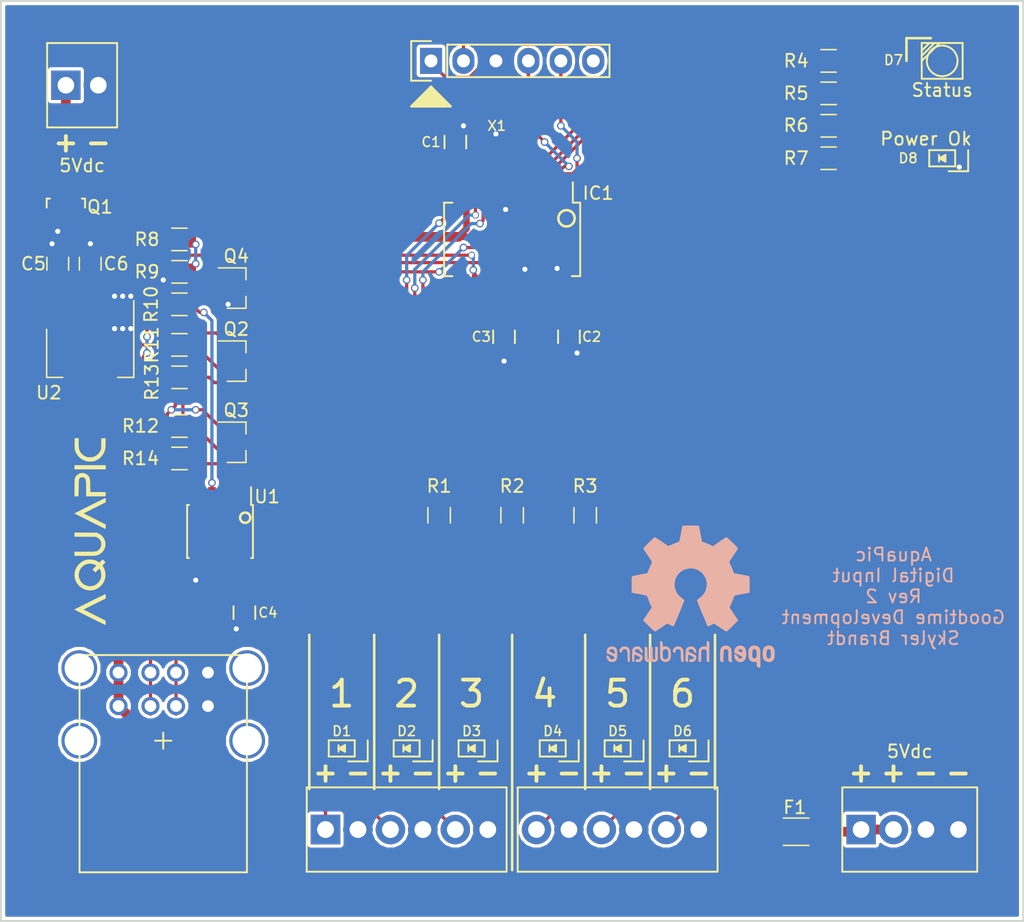
<source format=kicad_pcb>
(kicad_pcb (version 4) (host pcbnew 4.0.7)

  (general
    (links 111)
    (no_connects 0)
    (area -0.075001 -72.075001 80.075001 0.075001)
    (thickness 1.6)
    (drawings 131)
    (tracks 439)
    (zones 0)
    (modules 44)
    (nets 42)
  )

  (page A4)
  (layers
    (0 F.Cu signal)
    (31 B.Cu signal)
    (32 B.Adhes user)
    (33 F.Adhes user)
    (34 B.Paste user)
    (35 F.Paste user)
    (36 B.SilkS user)
    (37 F.SilkS user)
    (38 B.Mask user)
    (39 F.Mask user)
    (40 Dwgs.User user)
    (41 Cmts.User user)
    (42 Eco1.User user)
    (43 Eco2.User user)
    (44 Edge.Cuts user)
    (45 Margin user)
    (46 B.CrtYd user)
    (47 F.CrtYd user)
    (48 B.Fab user hide)
    (49 F.Fab user hide)
  )

  (setup
    (last_trace_width 0.254)
    (user_trace_width 0.508)
    (user_trace_width 0.508)
    (user_trace_width 0.508)
    (user_trace_width 0.762)
    (user_trace_width 0.762)
    (user_trace_width 0.762)
    (trace_clearance 0.1524)
    (zone_clearance 0.254)
    (zone_45_only no)
    (trace_min 0.2)
    (segment_width 0.2)
    (edge_width 0.15)
    (via_size 0.6)
    (via_drill 0.4)
    (via_min_size 0.4)
    (via_min_drill 0.3)
    (uvia_size 0.3)
    (uvia_drill 0.1)
    (uvias_allowed no)
    (uvia_min_size 0)
    (uvia_min_drill 0)
    (pcb_text_width 0.3)
    (pcb_text_size 1.5 1.5)
    (mod_edge_width 0.15)
    (mod_text_size 1 1)
    (mod_text_width 0.15)
    (pad_size 2.032 1.7272)
    (pad_drill 1.016)
    (pad_to_mask_clearance 0.2)
    (aux_axis_origin 0 0)
    (visible_elements 7FFEEFFF)
    (pcbplotparams
      (layerselection 0x010f0_80000001)
      (usegerberextensions true)
      (excludeedgelayer true)
      (linewidth 0.127000)
      (plotframeref false)
      (viasonmask false)
      (mode 1)
      (useauxorigin false)
      (hpglpennumber 1)
      (hpglpenspeed 20)
      (hpglpendiameter 15)
      (hpglpenoverlay 2)
      (psnegative false)
      (psa4output false)
      (plotreference true)
      (plotvalue true)
      (plotinvisibletext false)
      (padsonsilk false)
      (subtractmaskfromsilk false)
      (outputformat 1)
      (mirror false)
      (drillshape 0)
      (scaleselection 1)
      (outputdirectory Gerber/))
  )

  (net 0 "")
  (net 1 +5V)
  (net 2 GND)
  (net 3 "Net-(C3-Pad1)")
  (net 4 "Net-(D1-Pad1)")
  (net 5 "Net-(D3-Pad1)")
  (net 6 "Net-(D7-Pad2)")
  (net 7 "Net-(D7-Pad3)")
  (net 8 "Net-(D7-Pad1)")
  (net 9 //MCLR)
  (net 10 /LED1)
  (net 11 "Net-(IC1-Pad9)")
  (net 12 "Net-(IC1-Pad10)")
  (net 13 /LED2)
  (net 14 /LED3)
  (net 15 /TX)
  (net 16 /RX)
  (net 17 /Input1)
  (net 18 /Input2)
  (net 19 /Input3)
  (net 20 /Input4)
  (net 21 /Input5)
  (net 22 /PGD)
  (net 23 /PGC)
  (net 24 "Net-(P1-Pad6)")
  (net 25 "Net-(D1-Pad2)")
  (net 26 "Net-(P3-Pad1)")
  (net 27 +3V3)
  (net 28 /LED_R)
  (net 29 /LED_G)
  (net 30 /LED_Y)
  (net 31 //RTS)
  (net 32 /TX_LV)
  (net 33 /RX_LV)
  (net 34 /A)
  (net 35 /B)
  (net 36 /RTS)
  (net 37 "Net-(D8-Pad2)")
  (net 38 /Input6)
  (net 39 "Net-(Q4-Pad1)")
  (net 40 "Net-(F1-Pad2)")
  (net 41 "Net-(IC1-Pad7)")

  (net_class Default "This is the default net class."
    (clearance 0.1524)
    (trace_width 0.254)
    (via_dia 0.6)
    (via_drill 0.4)
    (uvia_dia 0.3)
    (uvia_drill 0.1)
    (add_net +3V3)
    (add_net +5V)
    (add_net //MCLR)
    (add_net //RTS)
    (add_net /A)
    (add_net /B)
    (add_net /Input1)
    (add_net /Input2)
    (add_net /Input3)
    (add_net /Input4)
    (add_net /Input5)
    (add_net /Input6)
    (add_net /LED1)
    (add_net /LED2)
    (add_net /LED3)
    (add_net /LED_G)
    (add_net /LED_R)
    (add_net /LED_Y)
    (add_net /PGC)
    (add_net /PGD)
    (add_net /RTS)
    (add_net /RX)
    (add_net /RX_LV)
    (add_net /TX)
    (add_net /TX_LV)
    (add_net GND)
    (add_net "Net-(C3-Pad1)")
    (add_net "Net-(D1-Pad1)")
    (add_net "Net-(D1-Pad2)")
    (add_net "Net-(D3-Pad1)")
    (add_net "Net-(D7-Pad1)")
    (add_net "Net-(D7-Pad2)")
    (add_net "Net-(D7-Pad3)")
    (add_net "Net-(D8-Pad2)")
    (add_net "Net-(F1-Pad2)")
    (add_net "Net-(IC1-Pad10)")
    (add_net "Net-(IC1-Pad7)")
    (add_net "Net-(IC1-Pad9)")
    (add_net "Net-(P1-Pad6)")
    (add_net "Net-(P3-Pad1)")
    (add_net "Net-(Q4-Pad1)")
  )

  (module MyFootPrints:Screw_Header_1x12 (layer F.Cu) (tedit 5A2CF964) (tstamp 564D6C77)
    (at 40.005 -7.155)
    (path /558FC7C0)
    (fp_text reference P2 (at -14.605 0.17) (layer F.Fab)
      (effects (font (size 1 1) (thickness 0.15)))
    )
    (fp_text value "1x12 2.54" (at 0 0.17) (layer F.Fab)
      (effects (font (size 1 1) (thickness 0.15)))
    )
    (fp_line (start 0.435 -3.3) (end 0.435 3.3) (layer F.SilkS) (width 0.15))
    (fp_line (start 0.435 3.3) (end 16.075 3.3) (layer F.SilkS) (width 0.15))
    (fp_line (start 16.075 3.3) (end 16.075 -3.3) (layer F.SilkS) (width 0.15))
    (fp_line (start 16.075 -3.3) (end 0.435 -3.3) (layer F.SilkS) (width 0.15))
    (fp_line (start -0.435 -3.3) (end -16.075 -3.3) (layer F.SilkS) (width 0.15))
    (fp_line (start -16.075 -3.3) (end -16.075 3.3) (layer F.SilkS) (width 0.15))
    (fp_line (start -16.075 3.3) (end -0.435 3.3) (layer F.SilkS) (width 0.15))
    (fp_line (start -0.435 3.3) (end -0.435 -3.3) (layer F.SilkS) (width 0.15))
    (pad 10 thru_hole circle (at 9.525 0) (size 2.3 2.3) (drill 1.3) (layers *.Cu *.Mask)
      (net 2 GND))
    (pad 8 thru_hole circle (at 4.445 0) (size 2.3 2.3) (drill 1.3) (layers *.Cu *.Mask)
      (net 2 GND))
    (pad 7 thru_hole circle (at 1.905 0) (size 2.3 2.3) (drill 1.3) (layers *.Cu *.Mask)
      (net 20 /Input4))
    (pad 9 thru_hole circle (at 6.985 0) (size 2.3 2.3) (drill 1.3) (layers *.Cu *.Mask)
      (net 21 /Input5))
    (pad 11 thru_hole circle (at 12.065 0) (size 2.3 2.3) (drill 1.3) (layers *.Cu *.Mask)
      (net 38 /Input6))
    (pad 12 thru_hole circle (at 14.605 0) (size 2.3 2.3) (drill 1.3) (layers *.Cu *.Mask)
      (net 2 GND))
    (pad 6 thru_hole circle (at -1.905 0) (size 2.3 2.3) (drill 1.3) (layers *.Cu *.Mask)
      (net 2 GND))
    (pad 5 thru_hole circle (at -4.445 0) (size 2.3 2.3) (drill 1.3) (layers *.Cu *.Mask)
      (net 19 /Input3))
    (pad 4 thru_hole circle (at -6.985 0) (size 2.3 2.3) (drill 1.3) (layers *.Cu *.Mask)
      (net 2 GND))
    (pad 3 thru_hole circle (at -9.525 0) (size 2.3 2.3) (drill 1.3) (layers *.Cu *.Mask)
      (net 18 /Input2))
    (pad 2 thru_hole circle (at -12.065 0) (size 2.3 2.3) (drill 1.3) (layers *.Cu *.Mask)
      (net 2 GND))
    (pad 1 thru_hole rect (at -14.605 0) (size 2.3 2.3) (drill 1.3) (layers *.Cu *.Mask)
      (net 17 /Input1))
    (pad 1 thru_hole rect (at -14.605 0) (size 2.3 2.3) (drill 1.3) (layers *.Cu *.Mask)
      (net 17 /Input1))
    (pad 2 thru_hole circle (at -12.065 0) (size 2.3 2.3) (drill 1.3) (layers *.Cu *.Mask)
      (net 2 GND))
    (pad 3 thru_hole circle (at -9.525 0) (size 2.3 2.3) (drill 1.3) (layers *.Cu *.Mask)
      (net 18 /Input2))
    (pad 4 thru_hole circle (at -6.985 0) (size 2.3 2.3) (drill 1.3) (layers *.Cu *.Mask)
      (net 2 GND))
    (pad 5 thru_hole circle (at -4.445 0) (size 2.3 2.3) (drill 1.3) (layers *.Cu *.Mask)
      (net 19 /Input3))
    (pad 6 thru_hole circle (at -1.905 0) (size 2.3 2.3) (drill 1.3) (layers *.Cu *.Mask)
      (net 2 GND))
  )

  (module Capacitors_SMD:C_0805 (layer F.Cu) (tedit 564D6A0D) (tstamp 564D6A4B)
    (at 44.45 -45.72 270)
    (descr "Capacitor SMD 0805, reflow soldering, AVX (see smccp.pdf)")
    (tags "capacitor 0805")
    (path /5A2CFF56)
    (attr smd)
    (fp_text reference C1 (at -15.24 10.795 360) (layer F.SilkS)
      (effects (font (size 0.762 0.762) (thickness 0.127)))
    )
    (fp_text value 100nF (at 0 0.635 360) (layer F.Fab)
      (effects (font (size 0.762 0.762) (thickness 0.127)))
    )
    (fp_line (start -1.8 -1) (end 1.8 -1) (layer F.CrtYd) (width 0.05))
    (fp_line (start -1.8 1) (end 1.8 1) (layer F.CrtYd) (width 0.05))
    (fp_line (start -1.8 -1) (end -1.8 1) (layer F.CrtYd) (width 0.05))
    (fp_line (start 1.8 -1) (end 1.8 1) (layer F.CrtYd) (width 0.05))
    (fp_line (start 0.5 -0.85) (end -0.5 -0.85) (layer F.SilkS) (width 0.15))
    (fp_line (start -0.5 0.85) (end 0.5 0.85) (layer F.SilkS) (width 0.15))
    (pad 1 smd rect (at -1 0 270) (size 1 1.25) (layers F.Cu F.Paste F.Mask)
      (net 27 +3V3))
    (pad 2 smd rect (at 1 0 270) (size 1 1.25) (layers F.Cu F.Paste F.Mask)
      (net 2 GND))
    (model Capacitors_SMD.3dshapes/C_0805.wrl
      (at (xyz 0 0 0))
      (scale (xyz 1 1 1))
      (rotate (xyz 0 0 0))
    )
  )

  (module Capacitors_SMD:C_0805 (layer F.Cu) (tedit 55B9E5AA) (tstamp 564D6A57)
    (at 35.56 -60.96 90)
    (descr "Capacitor SMD 0805, reflow soldering, AVX (see smccp.pdf)")
    (tags "capacitor 0805")
    (path /5A2CFE73)
    (attr smd)
    (fp_text reference C2 (at -15.24 10.668 180) (layer F.SilkS)
      (effects (font (size 0.762 0.762) (thickness 0.127)))
    )
    (fp_text value 100nF (at 0 0 180) (layer F.Fab)
      (effects (font (size 0.762 0.762) (thickness 0.127)))
    )
    (fp_line (start -1.8 -1) (end 1.8 -1) (layer F.CrtYd) (width 0.05))
    (fp_line (start -1.8 1) (end 1.8 1) (layer F.CrtYd) (width 0.05))
    (fp_line (start -1.8 -1) (end -1.8 1) (layer F.CrtYd) (width 0.05))
    (fp_line (start 1.8 -1) (end 1.8 1) (layer F.CrtYd) (width 0.05))
    (fp_line (start 0.5 -0.85) (end -0.5 -0.85) (layer F.SilkS) (width 0.15))
    (fp_line (start -0.5 0.85) (end 0.5 0.85) (layer F.SilkS) (width 0.15))
    (pad 1 smd rect (at -1 0 90) (size 1 1.25) (layers F.Cu F.Paste F.Mask)
      (net 27 +3V3))
    (pad 2 smd rect (at 1 0 90) (size 1 1.25) (layers F.Cu F.Paste F.Mask)
      (net 2 GND))
    (model Capacitors_SMD.3dshapes/C_0805.wrl
      (at (xyz 0 0 0))
      (scale (xyz 1 1 1))
      (rotate (xyz 0 0 0))
    )
  )

  (module Capacitors_SMD:C_0805 (layer F.Cu) (tedit 55B9E5AA) (tstamp 564D6A63)
    (at 39.37 -45.72 270)
    (descr "Capacitor SMD 0805, reflow soldering, AVX (see smccp.pdf)")
    (tags "capacitor 0805")
    (path /5A2CFE7A)
    (attr smd)
    (fp_text reference C3 (at 0 1.778 360) (layer F.SilkS)
      (effects (font (size 0.762 0.762) (thickness 0.127)))
    )
    (fp_text value 100nF (at 0 0 360) (layer F.Fab)
      (effects (font (size 0.762 0.762) (thickness 0.127)))
    )
    (fp_line (start -1.8 -1) (end 1.8 -1) (layer F.CrtYd) (width 0.05))
    (fp_line (start -1.8 1) (end 1.8 1) (layer F.CrtYd) (width 0.05))
    (fp_line (start -1.8 -1) (end -1.8 1) (layer F.CrtYd) (width 0.05))
    (fp_line (start 1.8 -1) (end 1.8 1) (layer F.CrtYd) (width 0.05))
    (fp_line (start 0.5 -0.85) (end -0.5 -0.85) (layer F.SilkS) (width 0.15))
    (fp_line (start -0.5 0.85) (end 0.5 0.85) (layer F.SilkS) (width 0.15))
    (pad 1 smd rect (at -1 0 270) (size 1 1.25) (layers F.Cu F.Paste F.Mask)
      (net 3 "Net-(C3-Pad1)"))
    (pad 2 smd rect (at 1 0 270) (size 1 1.25) (layers F.Cu F.Paste F.Mask)
      (net 2 GND))
    (model Capacitors_SMD.3dshapes/C_0805.wrl
      (at (xyz 0 0 0))
      (scale (xyz 1 1 1))
      (rotate (xyz 0 0 0))
    )
  )

  (module Capacitors_SMD:C_0805 (layer F.Cu) (tedit 55B9E5AA) (tstamp 564D6A6F)
    (at 19.05 -24.13 270)
    (descr "Capacitor SMD 0805, reflow soldering, AVX (see smccp.pdf)")
    (tags "capacitor 0805")
    (path /5A2CFE2A)
    (attr smd)
    (fp_text reference C4 (at 0 -1.8415 540) (layer F.SilkS)
      (effects (font (size 0.762 0.762) (thickness 0.127)))
    )
    (fp_text value 100nF (at 0 0 360) (layer F.Fab)
      (effects (font (size 0.762 0.762) (thickness 0.127)))
    )
    (fp_line (start -1.8 -1) (end 1.8 -1) (layer F.CrtYd) (width 0.05))
    (fp_line (start -1.8 1) (end 1.8 1) (layer F.CrtYd) (width 0.05))
    (fp_line (start -1.8 -1) (end -1.8 1) (layer F.CrtYd) (width 0.05))
    (fp_line (start 1.8 -1) (end 1.8 1) (layer F.CrtYd) (width 0.05))
    (fp_line (start 0.5 -0.85) (end -0.5 -0.85) (layer F.SilkS) (width 0.15))
    (fp_line (start -0.5 0.85) (end 0.5 0.85) (layer F.SilkS) (width 0.15))
    (pad 1 smd rect (at -1 0 270) (size 1 1.25) (layers F.Cu F.Paste F.Mask)
      (net 1 +5V))
    (pad 2 smd rect (at 1 0 270) (size 1 1.25) (layers F.Cu F.Paste F.Mask)
      (net 2 GND))
    (model Capacitors_SMD.3dshapes/C_0805.wrl
      (at (xyz 0 0 0))
      (scale (xyz 1 1 1))
      (rotate (xyz 0 0 0))
    )
  )

  (module A_MyFootPrints:PLCC-4 (layer F.Cu) (tedit 5A2CFC25) (tstamp 564E9BF0)
    (at 73.66 -67.31 90)
    (path /5A2CFDF3)
    (fp_text reference D7 (at 0.0635 -3.81 180) (layer F.SilkS)
      (effects (font (size 0.762 0.762) (thickness 0.127)))
    )
    (fp_text value SMTL4-RGY (at 0 0 90) (layer F.Fab)
      (effects (font (size 1 1) (thickness 0.15)))
    )
    (fp_line (start 0.8 -1.6) (end 1.4 -1) (layer F.SilkS) (width 0.15))
    (fp_line (start 0.4 -1.6) (end 1.4 -0.6) (layer F.SilkS) (width 0.15))
    (fp_line (start 0 -1.6) (end 1.4 -0.2) (layer F.SilkS) (width 0.15))
    (fp_circle (center 0 0) (end 1.2 0) (layer F.SilkS) (width 0.15))
    (fp_line (start -1.4 1.6) (end 1.4 1.6) (layer F.SilkS) (width 0.15))
    (fp_line (start 1.4 1.6) (end 1.4 -1.6) (layer F.SilkS) (width 0.15))
    (fp_line (start 1.4 -1.6) (end -1.4 -1.6) (layer F.SilkS) (width 0.15))
    (fp_line (start -1.4 -1.6) (end -1.4 1.6) (layer F.SilkS) (width 0.15))
    (pad 2 smd rect (at -0.75 1.55 90) (size 0.9 1.5) (layers F.Cu F.Paste F.Mask)
      (net 6 "Net-(D7-Pad2)"))
    (pad 4 smd rect (at 0.75 1.55 90) (size 0.9 1.5) (layers F.Cu F.Paste F.Mask)
      (net 27 +3V3))
    (pad 3 smd rect (at 0.75 -1.55 90) (size 0.9 1.5) (layers F.Cu F.Paste F.Mask)
      (net 7 "Net-(D7-Pad3)"))
    (pad 1 smd rect (at -0.75 -1.55 90) (size 0.9 1.5) (layers F.Cu F.Paste F.Mask)
      (net 8 "Net-(D7-Pad1)"))
  )

  (module Pin_Headers:Pin_Header_Straight_1x06 (layer F.Cu) (tedit 5A2CFB9F) (tstamp 564D6C8C)
    (at 33.655 -67.31 90)
    (descr "Through hole pin header")
    (tags "pin header")
    (path /5A2CFE53)
    (fp_text reference P1 (at 0 0 180) (layer F.Fab) hide
      (effects (font (size 1.016 1.016) (thickness 0.1524)))
    )
    (fp_text value "1x6 2.54 Pin Header" (at 0 6.35 180) (layer F.Fab)
      (effects (font (size 1.016 1.016) (thickness 0.1524)))
    )
    (fp_line (start -1.75 -1.75) (end -1.75 14.45) (layer F.CrtYd) (width 0.05))
    (fp_line (start 1.75 -1.75) (end 1.75 14.45) (layer F.CrtYd) (width 0.05))
    (fp_line (start -1.75 -1.75) (end 1.75 -1.75) (layer F.CrtYd) (width 0.05))
    (fp_line (start -1.75 14.45) (end 1.75 14.45) (layer F.CrtYd) (width 0.05))
    (fp_line (start 1.27 1.27) (end 1.27 13.97) (layer F.SilkS) (width 0.15))
    (fp_line (start 1.27 13.97) (end -1.27 13.97) (layer F.SilkS) (width 0.15))
    (fp_line (start -1.27 13.97) (end -1.27 1.27) (layer F.SilkS) (width 0.15))
    (fp_line (start 1.55 -1.55) (end 1.55 0) (layer F.SilkS) (width 0.15))
    (fp_line (start 1.27 1.27) (end -1.27 1.27) (layer F.SilkS) (width 0.15))
    (fp_line (start -1.55 0) (end -1.55 -1.55) (layer F.SilkS) (width 0.15))
    (fp_line (start -1.55 -1.55) (end 1.55 -1.55) (layer F.SilkS) (width 0.15))
    (pad 1 thru_hole rect (at 0 0 90) (size 2.032 1.7272) (drill 1.016) (layers *.Cu *.Mask)
      (net 9 //MCLR))
    (pad 2 thru_hole oval (at 0 2.54 90) (size 2.032 1.7272) (drill 1.016) (layers *.Cu *.Mask)
      (net 27 +3V3))
    (pad 3 thru_hole oval (at 0 5.08 90) (size 2.032 1.7272) (drill 1.016) (layers *.Cu *.Mask)
      (net 2 GND))
    (pad 4 thru_hole oval (at 0 7.62 90) (size 2.032 1.7272) (drill 1.016) (layers *.Cu *.Mask)
      (net 22 /PGD))
    (pad 5 thru_hole oval (at 0 10.16 90) (size 2.032 1.7272) (drill 1.016) (layers *.Cu *.Mask)
      (net 23 /PGC))
    (pad 6 thru_hole oval (at 0 12.7 90) (size 2.032 1.7272) (drill 1.016) (layers *.Cu *.Mask)
      (net 24 "Net-(P1-Pad6)"))
    (model Pin_Headers.3dshapes/Pin_Header_Straight_1x06.wrl
      (at (xyz 0 -0.25 0))
      (scale (xyz 1 1 1))
      (rotate (xyz 0 0 90))
    )
  )

  (module Housings_SOIC:SOIC-8_3.9x4.9mm_Pitch1.27mm (layer F.Cu) (tedit 54130A77) (tstamp 564D6D3D)
    (at 17.145 -30.48 270)
    (descr "8-Lead Plastic Small Outline (SN) - Narrow, 3.90 mm Body [SOIC] (see Microchip Packaging Specification 00000049BS.pdf)")
    (tags "SOIC 1.27")
    (path /5A2CFE13)
    (attr smd)
    (fp_text reference U1 (at -2.7305 -3.683 360) (layer F.SilkS)
      (effects (font (size 1 1) (thickness 0.15)))
    )
    (fp_text value ST485EC (at 0.635 -0.635 360) (layer F.Fab)
      (effects (font (size 1 1) (thickness 0.15)))
    )
    (fp_line (start -3.75 -2.75) (end -3.75 2.75) (layer F.CrtYd) (width 0.05))
    (fp_line (start 3.75 -2.75) (end 3.75 2.75) (layer F.CrtYd) (width 0.05))
    (fp_line (start -3.75 -2.75) (end 3.75 -2.75) (layer F.CrtYd) (width 0.05))
    (fp_line (start -3.75 2.75) (end 3.75 2.75) (layer F.CrtYd) (width 0.05))
    (fp_line (start -2.075 -2.575) (end -2.075 -2.43) (layer F.SilkS) (width 0.15))
    (fp_line (start 2.075 -2.575) (end 2.075 -2.43) (layer F.SilkS) (width 0.15))
    (fp_line (start 2.075 2.575) (end 2.075 2.43) (layer F.SilkS) (width 0.15))
    (fp_line (start -2.075 2.575) (end -2.075 2.43) (layer F.SilkS) (width 0.15))
    (fp_line (start -2.075 -2.575) (end 2.075 -2.575) (layer F.SilkS) (width 0.15))
    (fp_line (start -2.075 2.575) (end 2.075 2.575) (layer F.SilkS) (width 0.15))
    (fp_line (start -2.075 -2.43) (end -3.475 -2.43) (layer F.SilkS) (width 0.15))
    (pad 1 smd rect (at -2.7 -1.905 270) (size 1.55 0.6) (layers F.Cu F.Paste F.Mask)
      (net 16 /RX))
    (pad 2 smd rect (at -2.7 -0.635 270) (size 1.55 0.6) (layers F.Cu F.Paste F.Mask)
      (net 36 /RTS))
    (pad 3 smd rect (at -2.7 0.635 270) (size 1.55 0.6) (layers F.Cu F.Paste F.Mask)
      (net 36 /RTS))
    (pad 4 smd rect (at -2.7 1.905 270) (size 1.55 0.6) (layers F.Cu F.Paste F.Mask)
      (net 15 /TX))
    (pad 5 smd rect (at 2.7 1.905 270) (size 1.55 0.6) (layers F.Cu F.Paste F.Mask)
      (net 2 GND))
    (pad 6 smd rect (at 2.7 0.635 270) (size 1.55 0.6) (layers F.Cu F.Paste F.Mask)
      (net 34 /A))
    (pad 7 smd rect (at 2.7 -0.635 270) (size 1.55 0.6) (layers F.Cu F.Paste F.Mask)
      (net 35 /B))
    (pad 8 smd rect (at 2.7 -1.905 270) (size 1.55 0.6) (layers F.Cu F.Paste F.Mask)
      (net 1 +5V))
    (model Housings_SOIC.3dshapes/SOIC-8_3.9x4.9mm_Pitch1.27mm.wrl
      (at (xyz 0 0 0))
      (scale (xyz 1 1 1))
      (rotate (xyz 0 0 0))
    )
  )

  (module A_MyFootPrints:Resonator_3.2x1.3 (layer F.Cu) (tedit 5A2CFBCA) (tstamp 564D6D44)
    (at 38.735 -60.325)
    (path /5A2CFE5A)
    (fp_text reference X1 (at 0.0635 -1.905) (layer F.SilkS)
      (effects (font (size 0.762 0.762) (thickness 0.127)))
    )
    (fp_text value 8MHz (at 0 0) (layer F.Fab)
      (effects (font (size 1 1) (thickness 0.15)))
    )
    (pad 2 smd rect (at 0 0) (size 0.4 2) (layers F.Cu F.Paste F.Mask)
      (net 2 GND))
    (pad 3 smd rect (at 1.2 0) (size 0.4 2) (layers F.Cu F.Paste F.Mask)
      (net 11 "Net-(IC1-Pad9)"))
    (pad 1 smd rect (at -1.2 0) (size 0.4 2) (layers F.Cu F.Paste F.Mask)
      (net 12 "Net-(IC1-Pad10)"))
  )

  (module Housings_SOT-23_SOT-143_TSOT-6:SOT-23 (layer F.Cu) (tedit 564E9CD1) (tstamp 564D692A)
    (at 5.08 -55.88)
    (descr "SOT-23, Standard")
    (tags SOT-23)
    (path /5A2CFDBF)
    (attr smd)
    (fp_text reference Q1 (at 2.667 0) (layer F.SilkS)
      (effects (font (size 1 1) (thickness 0.15)))
    )
    (fp_text value AO3407A (at 0 0) (layer F.Fab)
      (effects (font (size 1 1) (thickness 0.15)))
    )
    (fp_line (start -1.65 -1.6) (end 1.65 -1.6) (layer F.CrtYd) (width 0.05))
    (fp_line (start 1.65 -1.6) (end 1.65 1.6) (layer F.CrtYd) (width 0.05))
    (fp_line (start 1.65 1.6) (end -1.65 1.6) (layer F.CrtYd) (width 0.05))
    (fp_line (start -1.65 1.6) (end -1.65 -1.6) (layer F.CrtYd) (width 0.05))
    (fp_line (start 1.29916 -0.65024) (end 1.2509 -0.65024) (layer F.SilkS) (width 0.15))
    (fp_line (start -1.49982 0.0508) (end -1.49982 -0.65024) (layer F.SilkS) (width 0.15))
    (fp_line (start -1.49982 -0.65024) (end -1.2509 -0.65024) (layer F.SilkS) (width 0.15))
    (fp_line (start 1.29916 -0.65024) (end 1.49982 -0.65024) (layer F.SilkS) (width 0.15))
    (fp_line (start 1.49982 -0.65024) (end 1.49982 0.0508) (layer F.SilkS) (width 0.15))
    (pad 1 smd rect (at -0.95 1.00076) (size 0.8001 0.8001) (layers F.Cu F.Paste F.Mask)
      (net 2 GND))
    (pad 2 smd rect (at 0.95 1.00076) (size 0.8001 0.8001) (layers F.Cu F.Paste F.Mask)
      (net 1 +5V))
    (pad 3 smd rect (at 0 -0.99822) (size 0.8001 0.8001) (layers F.Cu F.Paste F.Mask)
      (net 26 "Net-(P3-Pad1)"))
    (model Housings_SOT-23_SOT-143_TSOT-6.3dshapes/SOT-23.wrl
      (at (xyz 0 0 0))
      (scale (xyz 1 1 1))
      (rotate (xyz 0 0 0))
    )
  )

  (module LEDs:LED-0805 (layer F.Cu) (tedit 56CC26D6) (tstamp 564D6BD1)
    (at 53.34 -13.505 180)
    (descr "LED 0805 smd package")
    (tags "LED 0805 SMD")
    (path /538CBBE2)
    (attr smd)
    (fp_text reference D6 (at 0 1.354 180) (layer F.SilkS)
      (effects (font (size 0.762 0.762) (thickness 0.127)))
    )
    (fp_text value APT2012 (at 0 0 180) (layer F.Fab)
      (effects (font (size 1 1) (thickness 0.15)))
    )
    (fp_line (start -2.032 -1.016) (end -2.032 0.635) (layer F.SilkS) (width 0.15))
    (fp_line (start -1.397 -1.016) (end -0.508 -1.016) (layer F.SilkS) (width 0.15))
    (fp_line (start -1.397 -1.016) (end -2.032 -1.016) (layer F.SilkS) (width 0.15))
    (fp_line (start 0.254 0.254) (end 0.254 -0.254) (layer F.SilkS) (width 0.15))
    (fp_line (start 1.016 -0.635) (end -1.016 -0.635) (layer F.SilkS) (width 0.15))
    (fp_line (start -1.016 0.635) (end 1.016 0.635) (layer F.SilkS) (width 0.15))
    (fp_line (start 1.016 -0.635) (end 1.016 0.635) (layer F.SilkS) (width 0.15))
    (fp_line (start -1.016 0.635) (end -1.016 -0.635) (layer F.SilkS) (width 0.15))
    (fp_line (start 0.254 0) (end 0 0) (layer F.SilkS) (width 0.15))
    (fp_line (start 0 0) (end -0.254 0.254) (layer F.SilkS) (width 0.15))
    (fp_line (start -0.254 0) (end 0 0) (layer F.SilkS) (width 0.15))
    (fp_line (start 0 0) (end -0.254 -0.254) (layer F.SilkS) (width 0.15))
    (fp_line (start -0.254 -0.254) (end 0 0) (layer F.SilkS) (width 0.15))
    (fp_line (start -0.254 0.254) (end -0.254 -0.254) (layer F.SilkS) (width 0.15))
    (fp_line (start -0.254 -0.254) (end 0.254 0) (layer F.SilkS) (width 0.15))
    (fp_line (start 0.254 0) (end -0.254 0.254) (layer F.SilkS) (width 0.15))
    (pad 2 smd rect (at 1.04902 0) (size 1.19888 1.19888) (layers F.Cu F.Paste F.Mask)
      (net 5 "Net-(D3-Pad1)"))
    (pad 1 smd rect (at -1.04902 0) (size 1.19888 1.19888) (layers F.Cu F.Paste F.Mask)
      (net 25 "Net-(D1-Pad2)"))
  )

  (module LEDs:LED-0805 (layer F.Cu) (tedit 56CC26D6) (tstamp 564D6B96)
    (at 48.26 -13.505 180)
    (descr "LED 0805 smd package")
    (tags "LED 0805 SMD")
    (path /538CBBDC)
    (attr smd)
    (fp_text reference D5 (at 0 1.354 180) (layer F.SilkS)
      (effects (font (size 0.762 0.762) (thickness 0.127)))
    )
    (fp_text value APT2012 (at 0 0 180) (layer F.Fab)
      (effects (font (size 1 1) (thickness 0.15)))
    )
    (fp_line (start -2.032 -1.016) (end -2.032 0.635) (layer F.SilkS) (width 0.15))
    (fp_line (start -1.397 -1.016) (end -0.508 -1.016) (layer F.SilkS) (width 0.15))
    (fp_line (start -1.397 -1.016) (end -2.032 -1.016) (layer F.SilkS) (width 0.15))
    (fp_line (start 0.254 0.254) (end 0.254 -0.254) (layer F.SilkS) (width 0.15))
    (fp_line (start 1.016 -0.635) (end -1.016 -0.635) (layer F.SilkS) (width 0.15))
    (fp_line (start -1.016 0.635) (end 1.016 0.635) (layer F.SilkS) (width 0.15))
    (fp_line (start 1.016 -0.635) (end 1.016 0.635) (layer F.SilkS) (width 0.15))
    (fp_line (start -1.016 0.635) (end -1.016 -0.635) (layer F.SilkS) (width 0.15))
    (fp_line (start 0.254 0) (end 0 0) (layer F.SilkS) (width 0.15))
    (fp_line (start 0 0) (end -0.254 0.254) (layer F.SilkS) (width 0.15))
    (fp_line (start -0.254 0) (end 0 0) (layer F.SilkS) (width 0.15))
    (fp_line (start 0 0) (end -0.254 -0.254) (layer F.SilkS) (width 0.15))
    (fp_line (start -0.254 -0.254) (end 0 0) (layer F.SilkS) (width 0.15))
    (fp_line (start -0.254 0.254) (end -0.254 -0.254) (layer F.SilkS) (width 0.15))
    (fp_line (start -0.254 -0.254) (end 0.254 0) (layer F.SilkS) (width 0.15))
    (fp_line (start 0.254 0) (end -0.254 0.254) (layer F.SilkS) (width 0.15))
    (pad 2 smd rect (at 1.04902 0) (size 1.19888 1.19888) (layers F.Cu F.Paste F.Mask)
      (net 25 "Net-(D1-Pad2)"))
    (pad 1 smd rect (at -1.04902 0) (size 1.19888 1.19888) (layers F.Cu F.Paste F.Mask)
      (net 5 "Net-(D3-Pad1)"))
  )

  (module LEDs:LED-0805 (layer F.Cu) (tedit 56CC26D6) (tstamp 564D6B5B)
    (at 43.18 -13.505 180)
    (descr "LED 0805 smd package")
    (tags "LED 0805 SMD")
    (path /538CBBD6)
    (attr smd)
    (fp_text reference D4 (at 0 1.354 360) (layer F.SilkS)
      (effects (font (size 0.762 0.762) (thickness 0.127)))
    )
    (fp_text value APT2012 (at 0 0 180) (layer F.Fab)
      (effects (font (size 1 1) (thickness 0.15)))
    )
    (fp_line (start -2.032 -1.016) (end -2.032 0.635) (layer F.SilkS) (width 0.15))
    (fp_line (start -1.397 -1.016) (end -0.508 -1.016) (layer F.SilkS) (width 0.15))
    (fp_line (start -1.397 -1.016) (end -2.032 -1.016) (layer F.SilkS) (width 0.15))
    (fp_line (start 0.254 0.254) (end 0.254 -0.254) (layer F.SilkS) (width 0.15))
    (fp_line (start 1.016 -0.635) (end -1.016 -0.635) (layer F.SilkS) (width 0.15))
    (fp_line (start -1.016 0.635) (end 1.016 0.635) (layer F.SilkS) (width 0.15))
    (fp_line (start 1.016 -0.635) (end 1.016 0.635) (layer F.SilkS) (width 0.15))
    (fp_line (start -1.016 0.635) (end -1.016 -0.635) (layer F.SilkS) (width 0.15))
    (fp_line (start 0.254 0) (end 0 0) (layer F.SilkS) (width 0.15))
    (fp_line (start 0 0) (end -0.254 0.254) (layer F.SilkS) (width 0.15))
    (fp_line (start -0.254 0) (end 0 0) (layer F.SilkS) (width 0.15))
    (fp_line (start 0 0) (end -0.254 -0.254) (layer F.SilkS) (width 0.15))
    (fp_line (start -0.254 -0.254) (end 0 0) (layer F.SilkS) (width 0.15))
    (fp_line (start -0.254 0.254) (end -0.254 -0.254) (layer F.SilkS) (width 0.15))
    (fp_line (start -0.254 -0.254) (end 0.254 0) (layer F.SilkS) (width 0.15))
    (fp_line (start 0.254 0) (end -0.254 0.254) (layer F.SilkS) (width 0.15))
    (pad 2 smd rect (at 1.04902 0) (size 1.19888 1.19888) (layers F.Cu F.Paste F.Mask)
      (net 5 "Net-(D3-Pad1)"))
    (pad 1 smd rect (at -1.04902 0) (size 1.19888 1.19888) (layers F.Cu F.Paste F.Mask)
      (net 4 "Net-(D1-Pad1)"))
  )

  (module LEDs:LED-0805 (layer F.Cu) (tedit 56CC26D6) (tstamp 564D6B20)
    (at 36.83 -13.505 180)
    (descr "LED 0805 smd package")
    (tags "LED 0805 SMD")
    (path /538CBBD0)
    (attr smd)
    (fp_text reference D3 (at 0 1.354 180) (layer F.SilkS)
      (effects (font (size 0.762 0.762) (thickness 0.127)))
    )
    (fp_text value APT2012 (at 0 0 180) (layer F.Fab)
      (effects (font (size 1 1) (thickness 0.15)))
    )
    (fp_line (start -2.032 -1.016) (end -2.032 0.635) (layer F.SilkS) (width 0.15))
    (fp_line (start -1.397 -1.016) (end -0.508 -1.016) (layer F.SilkS) (width 0.15))
    (fp_line (start -1.397 -1.016) (end -2.032 -1.016) (layer F.SilkS) (width 0.15))
    (fp_line (start 0.254 0.254) (end 0.254 -0.254) (layer F.SilkS) (width 0.15))
    (fp_line (start 1.016 -0.635) (end -1.016 -0.635) (layer F.SilkS) (width 0.15))
    (fp_line (start -1.016 0.635) (end 1.016 0.635) (layer F.SilkS) (width 0.15))
    (fp_line (start 1.016 -0.635) (end 1.016 0.635) (layer F.SilkS) (width 0.15))
    (fp_line (start -1.016 0.635) (end -1.016 -0.635) (layer F.SilkS) (width 0.15))
    (fp_line (start 0.254 0) (end 0 0) (layer F.SilkS) (width 0.15))
    (fp_line (start 0 0) (end -0.254 0.254) (layer F.SilkS) (width 0.15))
    (fp_line (start -0.254 0) (end 0 0) (layer F.SilkS) (width 0.15))
    (fp_line (start 0 0) (end -0.254 -0.254) (layer F.SilkS) (width 0.15))
    (fp_line (start -0.254 -0.254) (end 0 0) (layer F.SilkS) (width 0.15))
    (fp_line (start -0.254 0.254) (end -0.254 -0.254) (layer F.SilkS) (width 0.15))
    (fp_line (start -0.254 -0.254) (end 0.254 0) (layer F.SilkS) (width 0.15))
    (fp_line (start 0.254 0) (end -0.254 0.254) (layer F.SilkS) (width 0.15))
    (pad 2 smd rect (at 1.04902 0) (size 1.19888 1.19888) (layers F.Cu F.Paste F.Mask)
      (net 4 "Net-(D1-Pad1)"))
    (pad 1 smd rect (at -1.04902 0) (size 1.19888 1.19888) (layers F.Cu F.Paste F.Mask)
      (net 5 "Net-(D3-Pad1)"))
  )

  (module LEDs:LED-0805 (layer F.Cu) (tedit 56CC26D6) (tstamp 564D6AE5)
    (at 31.75 -13.505 180)
    (descr "LED 0805 smd package")
    (tags "LED 0805 SMD")
    (path /538CBBCA)
    (attr smd)
    (fp_text reference D2 (at 0 1.354 180) (layer F.SilkS)
      (effects (font (size 0.762 0.762) (thickness 0.127)))
    )
    (fp_text value APT2012 (at 0 0 180) (layer F.Fab)
      (effects (font (size 1 1) (thickness 0.15)))
    )
    (fp_line (start -2.032 -1.016) (end -2.032 0.635) (layer F.SilkS) (width 0.15))
    (fp_line (start -1.397 -1.016) (end -0.508 -1.016) (layer F.SilkS) (width 0.15))
    (fp_line (start -1.397 -1.016) (end -2.032 -1.016) (layer F.SilkS) (width 0.15))
    (fp_line (start 0.254 0.254) (end 0.254 -0.254) (layer F.SilkS) (width 0.15))
    (fp_line (start 1.016 -0.635) (end -1.016 -0.635) (layer F.SilkS) (width 0.15))
    (fp_line (start -1.016 0.635) (end 1.016 0.635) (layer F.SilkS) (width 0.15))
    (fp_line (start 1.016 -0.635) (end 1.016 0.635) (layer F.SilkS) (width 0.15))
    (fp_line (start -1.016 0.635) (end -1.016 -0.635) (layer F.SilkS) (width 0.15))
    (fp_line (start 0.254 0) (end 0 0) (layer F.SilkS) (width 0.15))
    (fp_line (start 0 0) (end -0.254 0.254) (layer F.SilkS) (width 0.15))
    (fp_line (start -0.254 0) (end 0 0) (layer F.SilkS) (width 0.15))
    (fp_line (start 0 0) (end -0.254 -0.254) (layer F.SilkS) (width 0.15))
    (fp_line (start -0.254 -0.254) (end 0 0) (layer F.SilkS) (width 0.15))
    (fp_line (start -0.254 0.254) (end -0.254 -0.254) (layer F.SilkS) (width 0.15))
    (fp_line (start -0.254 -0.254) (end 0.254 0) (layer F.SilkS) (width 0.15))
    (fp_line (start 0.254 0) (end -0.254 0.254) (layer F.SilkS) (width 0.15))
    (pad 2 smd rect (at 1.04902 0) (size 1.19888 1.19888) (layers F.Cu F.Paste F.Mask)
      (net 4 "Net-(D1-Pad1)"))
    (pad 1 smd rect (at -1.04902 0) (size 1.19888 1.19888) (layers F.Cu F.Paste F.Mask)
      (net 25 "Net-(D1-Pad2)"))
  )

  (module LEDs:LED-0805 (layer F.Cu) (tedit 56CC26D6) (tstamp 564D6AAA)
    (at 26.67 -13.505 180)
    (descr "LED 0805 smd package")
    (tags "LED 0805 SMD")
    (path /538CBBC4)
    (attr smd)
    (fp_text reference D1 (at 0 1.354 180) (layer F.SilkS)
      (effects (font (size 0.762 0.762) (thickness 0.127)))
    )
    (fp_text value APT2012 (at 0 0 180) (layer F.Fab)
      (effects (font (size 1 1) (thickness 0.15)))
    )
    (fp_line (start -2.032 -1.016) (end -2.032 0.635) (layer F.SilkS) (width 0.15))
    (fp_line (start -1.397 -1.016) (end -0.508 -1.016) (layer F.SilkS) (width 0.15))
    (fp_line (start -1.397 -1.016) (end -2.032 -1.016) (layer F.SilkS) (width 0.15))
    (fp_line (start 0.254 0.254) (end 0.254 -0.254) (layer F.SilkS) (width 0.15))
    (fp_line (start 1.016 -0.635) (end -1.016 -0.635) (layer F.SilkS) (width 0.15))
    (fp_line (start -1.016 0.635) (end 1.016 0.635) (layer F.SilkS) (width 0.15))
    (fp_line (start 1.016 -0.635) (end 1.016 0.635) (layer F.SilkS) (width 0.15))
    (fp_line (start -1.016 0.635) (end -1.016 -0.635) (layer F.SilkS) (width 0.15))
    (fp_line (start 0.254 0) (end 0 0) (layer F.SilkS) (width 0.15))
    (fp_line (start 0 0) (end -0.254 0.254) (layer F.SilkS) (width 0.15))
    (fp_line (start -0.254 0) (end 0 0) (layer F.SilkS) (width 0.15))
    (fp_line (start 0 0) (end -0.254 -0.254) (layer F.SilkS) (width 0.15))
    (fp_line (start -0.254 -0.254) (end 0 0) (layer F.SilkS) (width 0.15))
    (fp_line (start -0.254 0.254) (end -0.254 -0.254) (layer F.SilkS) (width 0.15))
    (fp_line (start -0.254 -0.254) (end 0.254 0) (layer F.SilkS) (width 0.15))
    (fp_line (start 0.254 0) (end -0.254 0.254) (layer F.SilkS) (width 0.15))
    (pad 2 smd rect (at 1.04902 0) (size 1.19888 1.19888) (layers F.Cu F.Paste F.Mask)
      (net 25 "Net-(D1-Pad2)"))
    (pad 1 smd rect (at -1.04902 0) (size 1.19888 1.19888) (layers F.Cu F.Paste F.Mask)
      (net 4 "Net-(D1-Pad1)"))
  )

  (module LEDs:LED-0805 (layer F.Cu) (tedit 5A2CFC1C) (tstamp 564D6C1C)
    (at 73.66 -59.69 180)
    (descr "LED 0805 smd package")
    (tags "LED 0805 SMD")
    (path /5A2CFF41)
    (attr smd)
    (fp_text reference D8 (at 2.667 0 180) (layer F.SilkS)
      (effects (font (size 0.762 0.762) (thickness 0.127)))
    )
    (fp_text value APT2012 (at 0 0 180) (layer F.Fab)
      (effects (font (size 1 1) (thickness 0.15)))
    )
    (fp_line (start -2.032 -1.016) (end -2.032 0.635) (layer F.SilkS) (width 0.15))
    (fp_line (start -1.397 -1.016) (end -0.508 -1.016) (layer F.SilkS) (width 0.15))
    (fp_line (start -1.397 -1.016) (end -2.032 -1.016) (layer F.SilkS) (width 0.15))
    (fp_line (start 0.254 0.254) (end 0.254 -0.254) (layer F.SilkS) (width 0.15))
    (fp_line (start 1.016 -0.635) (end -1.016 -0.635) (layer F.SilkS) (width 0.15))
    (fp_line (start -1.016 0.635) (end 1.016 0.635) (layer F.SilkS) (width 0.15))
    (fp_line (start 1.016 -0.635) (end 1.016 0.635) (layer F.SilkS) (width 0.15))
    (fp_line (start -1.016 0.635) (end -1.016 -0.635) (layer F.SilkS) (width 0.15))
    (fp_line (start 0.254 0) (end 0 0) (layer F.SilkS) (width 0.15))
    (fp_line (start 0 0) (end -0.254 0.254) (layer F.SilkS) (width 0.15))
    (fp_line (start -0.254 0) (end 0 0) (layer F.SilkS) (width 0.15))
    (fp_line (start 0 0) (end -0.254 -0.254) (layer F.SilkS) (width 0.15))
    (fp_line (start -0.254 -0.254) (end 0 0) (layer F.SilkS) (width 0.15))
    (fp_line (start -0.254 0.254) (end -0.254 -0.254) (layer F.SilkS) (width 0.15))
    (fp_line (start -0.254 -0.254) (end 0.254 0) (layer F.SilkS) (width 0.15))
    (fp_line (start 0.254 0) (end -0.254 0.254) (layer F.SilkS) (width 0.15))
    (pad 2 smd rect (at 1.04902 0) (size 1.19888 1.19888) (layers F.Cu F.Paste F.Mask)
      (net 37 "Net-(D8-Pad2)"))
    (pad 1 smd rect (at -1.04902 0) (size 1.19888 1.19888) (layers F.Cu F.Paste F.Mask)
      (net 2 GND))
  )

  (module Symbols:OSHW-Logo2_14.6x12mm_SilkScreen (layer B.Cu) (tedit 5A1909C2) (tstamp 5A190B00)
    (at 53.975 -25.4 180)
    (descr "Open Source Hardware Symbol")
    (tags "Logo Symbol OSHW")
    (attr virtual)
    (fp_text reference REF*** (at -0.0635 -0.3175 180) (layer B.SilkS) hide
      (effects (font (size 1 1) (thickness 0.15)) (justify mirror))
    )
    (fp_text value OSHW-Logo2_14.6x12mm_SilkScreen (at 0.75 0 180) (layer B.Fab) hide
      (effects (font (size 1 1) (thickness 0.15)) (justify mirror))
    )
    (fp_poly (pts (xy -4.8281 -3.861903) (xy -4.71655 -3.917522) (xy -4.618092 -4.019931) (xy -4.590977 -4.057864)
      (xy -4.561438 -4.1075) (xy -4.542272 -4.161412) (xy -4.531307 -4.233364) (xy -4.526371 -4.337122)
      (xy -4.525287 -4.474101) (xy -4.530182 -4.661815) (xy -4.547196 -4.802758) (xy -4.579823 -4.907908)
      (xy -4.631558 -4.988243) (xy -4.705896 -5.054741) (xy -4.711358 -5.058678) (xy -4.78462 -5.098953)
      (xy -4.87284 -5.11888) (xy -4.985038 -5.123793) (xy -5.167433 -5.123793) (xy -5.167509 -5.300857)
      (xy -5.169207 -5.39947) (xy -5.17955 -5.457314) (xy -5.206578 -5.492006) (xy -5.258332 -5.521164)
      (xy -5.270761 -5.527121) (xy -5.328923 -5.555039) (xy -5.373956 -5.572672) (xy -5.407441 -5.574194)
      (xy -5.430962 -5.553781) (xy -5.4461 -5.505607) (xy -5.454437 -5.423846) (xy -5.457556 -5.302672)
      (xy -5.45704 -5.13626) (xy -5.454471 -4.918785) (xy -5.453668 -4.853736) (xy -5.450778 -4.629502)
      (xy -5.448188 -4.482821) (xy -5.167586 -4.482821) (xy -5.166009 -4.607326) (xy -5.159 -4.688787)
      (xy -5.143142 -4.742515) (xy -5.115019 -4.783823) (xy -5.095925 -4.803971) (xy -5.017865 -4.862921)
      (xy -4.948753 -4.86772) (xy -4.87744 -4.819038) (xy -4.875632 -4.817241) (xy -4.846617 -4.779618)
      (xy -4.828967 -4.728484) (xy -4.820064 -4.649738) (xy -4.817291 -4.529276) (xy -4.817241 -4.502588)
      (xy -4.823942 -4.336583) (xy -4.845752 -4.221505) (xy -4.885235 -4.151254) (xy -4.944956 -4.119729)
      (xy -4.979472 -4.116552) (xy -5.061389 -4.13146) (xy -5.117579 -4.180548) (xy -5.151402 -4.270362)
      (xy -5.16622 -4.407445) (xy -5.167586 -4.482821) (xy -5.448188 -4.482821) (xy -5.447713 -4.455952)
      (xy -5.443753 -4.325382) (xy -5.438174 -4.230087) (xy -5.430254 -4.162364) (xy -5.419269 -4.114507)
      (xy -5.404499 -4.078813) (xy -5.385218 -4.047578) (xy -5.376951 -4.035824) (xy -5.267288 -3.924797)
      (xy -5.128635 -3.861847) (xy -4.968246 -3.844297) (xy -4.8281 -3.861903)) (layer B.SilkS) (width 0.01))
    (fp_poly (pts (xy -2.582571 -3.877719) (xy -2.488877 -3.931914) (xy -2.423736 -3.985707) (xy -2.376093 -4.042066)
      (xy -2.343272 -4.110987) (xy -2.322594 -4.202468) (xy -2.31138 -4.326506) (xy -2.306951 -4.493098)
      (xy -2.306437 -4.612851) (xy -2.306437 -5.053659) (xy -2.430517 -5.109283) (xy -2.554598 -5.164907)
      (xy -2.569195 -4.682095) (xy -2.575227 -4.501779) (xy -2.581555 -4.370901) (xy -2.589394 -4.280511)
      (xy -2.599963 -4.221664) (xy -2.614477 -4.185413) (xy -2.634152 -4.16281) (xy -2.640465 -4.157917)
      (xy -2.736112 -4.119706) (xy -2.832793 -4.134827) (xy -2.890345 -4.174943) (xy -2.913755 -4.20337)
      (xy -2.929961 -4.240672) (xy -2.940259 -4.297223) (xy -2.945951 -4.383394) (xy -2.948336 -4.509558)
      (xy -2.948736 -4.641042) (xy -2.948814 -4.805999) (xy -2.951639 -4.922761) (xy -2.961093 -5.00151)
      (xy -2.98106 -5.052431) (xy -3.015424 -5.085706) (xy -3.068068 -5.11152) (xy -3.138383 -5.138344)
      (xy -3.21518 -5.167542) (xy -3.206038 -4.649346) (xy -3.202357 -4.462539) (xy -3.19805 -4.32449)
      (xy -3.191877 -4.225568) (xy -3.182598 -4.156145) (xy -3.168973 -4.10659) (xy -3.149761 -4.067273)
      (xy -3.126598 -4.032584) (xy -3.014848 -3.92177) (xy -2.878487 -3.857689) (xy -2.730175 -3.842339)
      (xy -2.582571 -3.877719)) (layer B.SilkS) (width 0.01))
    (fp_poly (pts (xy -5.951779 -3.866015) (xy -5.814939 -3.937968) (xy -5.713949 -4.053766) (xy -5.678075 -4.128213)
      (xy -5.650161 -4.239992) (xy -5.635871 -4.381227) (xy -5.634516 -4.535371) (xy -5.645405 -4.685879)
      (xy -5.667847 -4.816205) (xy -5.70115 -4.909803) (xy -5.711385 -4.925922) (xy -5.832618 -5.046249)
      (xy -5.976613 -5.118317) (xy -6.132861 -5.139408) (xy -6.290852 -5.106802) (xy -6.33482 -5.087253)
      (xy -6.420444 -5.027012) (xy -6.495592 -4.947135) (xy -6.502694 -4.937004) (xy -6.531561 -4.888181)
      (xy -6.550643 -4.83599) (xy -6.561916 -4.767285) (xy -6.567355 -4.668918) (xy -6.568938 -4.527744)
      (xy -6.568965 -4.496092) (xy -6.568893 -4.486019) (xy -6.277011 -4.486019) (xy -6.275313 -4.619256)
      (xy -6.268628 -4.707674) (xy -6.254575 -4.764785) (xy -6.230771 -4.804102) (xy -6.218621 -4.817241)
      (xy -6.148764 -4.867172) (xy -6.080941 -4.864895) (xy -6.012365 -4.821584) (xy -5.971465 -4.775346)
      (xy -5.947242 -4.707857) (xy -5.933639 -4.601433) (xy -5.932706 -4.58902) (xy -5.930384 -4.396147)
      (xy -5.95465 -4.2529) (xy -6.005176 -4.16016) (xy -6.081632 -4.118807) (xy -6.108924 -4.116552)
      (xy -6.180589 -4.127893) (xy -6.22961 -4.167184) (xy -6.259582 -4.242326) (xy -6.274101 -4.361222)
      (xy -6.277011 -4.486019) (xy -6.568893 -4.486019) (xy -6.567878 -4.345659) (xy -6.563312 -4.240549)
      (xy -6.553312 -4.167714) (xy -6.535921 -4.114108) (xy -6.509184 -4.066681) (xy -6.503276 -4.057864)
      (xy -6.403968 -3.939007) (xy -6.295758 -3.870008) (xy -6.164019 -3.842619) (xy -6.119283 -3.841281)
      (xy -5.951779 -3.866015)) (layer B.SilkS) (width 0.01))
    (fp_poly (pts (xy -3.684448 -3.884676) (xy -3.569342 -3.962111) (xy -3.480389 -4.073949) (xy -3.427251 -4.216265)
      (xy -3.416503 -4.321015) (xy -3.417724 -4.364726) (xy -3.427944 -4.398194) (xy -3.456039 -4.428179)
      (xy -3.510884 -4.46144) (xy -3.601355 -4.504738) (xy -3.736328 -4.564833) (xy -3.737011 -4.565134)
      (xy -3.861249 -4.622037) (xy -3.963127 -4.672565) (xy -4.032233 -4.71128) (xy -4.058154 -4.73274)
      (xy -4.058161 -4.732913) (xy -4.035315 -4.779644) (xy -3.981891 -4.831154) (xy -3.920558 -4.868261)
      (xy -3.889485 -4.875632) (xy -3.804711 -4.850138) (xy -3.731707 -4.786291) (xy -3.696087 -4.716094)
      (xy -3.66182 -4.664343) (xy -3.594697 -4.605409) (xy -3.515792 -4.554496) (xy -3.446179 -4.526809)
      (xy -3.431623 -4.525287) (xy -3.415237 -4.550321) (xy -3.41425 -4.614311) (xy -3.426292 -4.700593)
      (xy -3.448993 -4.792501) (xy -3.479986 -4.873369) (xy -3.481552 -4.876509) (xy -3.574819 -5.006734)
      (xy -3.695696 -5.095311) (xy -3.832973 -5.138786) (xy -3.97544 -5.133706) (xy -4.111888 -5.076616)
      (xy -4.117955 -5.072602) (xy -4.22529 -4.975326) (xy -4.295868 -4.848409) (xy -4.334926 -4.681526)
      (xy -4.340168 -4.634639) (xy -4.349452 -4.413329) (xy -4.338322 -4.310124) (xy -4.058161 -4.310124)
      (xy -4.054521 -4.374503) (xy -4.034611 -4.393291) (xy -3.984974 -4.379235) (xy -3.906733 -4.346009)
      (xy -3.819274 -4.304359) (xy -3.817101 -4.303256) (xy -3.74297 -4.264265) (xy -3.713219 -4.238244)
      (xy -3.720555 -4.210965) (xy -3.751447 -4.175121) (xy -3.83004 -4.123251) (xy -3.914677 -4.119439)
      (xy -3.990597 -4.157189) (xy -4.043035 -4.230001) (xy -4.058161 -4.310124) (xy -4.338322 -4.310124)
      (xy -4.330356 -4.236261) (xy -4.281366 -4.095829) (xy -4.213164 -3.997447) (xy -4.090065 -3.89803)
      (xy -3.954472 -3.848711) (xy -3.816045 -3.845568) (xy -3.684448 -3.884676)) (layer B.SilkS) (width 0.01))
    (fp_poly (pts (xy -1.255402 -3.723857) (xy -1.246846 -3.843188) (xy -1.237019 -3.913506) (xy -1.223401 -3.944179)
      (xy -1.203473 -3.944571) (xy -1.197011 -3.94091) (xy -1.11106 -3.914398) (xy -0.999255 -3.915946)
      (xy -0.885586 -3.943199) (xy -0.81449 -3.978455) (xy -0.741595 -4.034778) (xy -0.688307 -4.098519)
      (xy -0.651725 -4.17951) (xy -0.62895 -4.287586) (xy -0.617081 -4.43258) (xy -0.613218 -4.624326)
      (xy -0.613149 -4.661109) (xy -0.613103 -5.074288) (xy -0.705046 -5.106339) (xy -0.770348 -5.128144)
      (xy -0.806176 -5.138297) (xy -0.80723 -5.138391) (xy -0.810758 -5.11086) (xy -0.813761 -5.034923)
      (xy -0.81601 -4.920565) (xy -0.817276 -4.777769) (xy -0.817471 -4.690951) (xy -0.817877 -4.519773)
      (xy -0.819968 -4.397088) (xy -0.825053 -4.313) (xy -0.83444 -4.257614) (xy -0.849439 -4.221032)
      (xy -0.871358 -4.193359) (xy -0.885043 -4.180032) (xy -0.979051 -4.126328) (xy -1.081636 -4.122307)
      (xy -1.17471 -4.167725) (xy -1.191922 -4.184123) (xy -1.217168 -4.214957) (xy -1.23468 -4.251531)
      (xy -1.245858 -4.304415) (xy -1.252104 -4.384177) (xy -1.254818 -4.501385) (xy -1.255402 -4.662991)
      (xy -1.255402 -5.074288) (xy -1.347345 -5.106339) (xy -1.412647 -5.128144) (xy -1.448475 -5.138297)
      (xy -1.449529 -5.138391) (xy -1.452225 -5.110448) (xy -1.454655 -5.03163) (xy -1.456722 -4.909453)
      (xy -1.458329 -4.751432) (xy -1.459377 -4.565083) (xy -1.459769 -4.35792) (xy -1.45977 -4.348706)
      (xy -1.45977 -3.55902) (xy -1.364885 -3.518997) (xy -1.27 -3.478973) (xy -1.255402 -3.723857)) (layer B.SilkS) (width 0.01))
    (fp_poly (pts (xy 0.079944 -3.92436) (xy 0.194343 -3.966842) (xy 0.195652 -3.967658) (xy 0.266403 -4.01973)
      (xy 0.318636 -4.080584) (xy 0.355371 -4.159887) (xy 0.379634 -4.267309) (xy 0.394445 -4.412517)
      (xy 0.402829 -4.605179) (xy 0.403564 -4.632628) (xy 0.41412 -5.046521) (xy 0.325291 -5.092456)
      (xy 0.261018 -5.123498) (xy 0.22221 -5.138206) (xy 0.220415 -5.138391) (xy 0.2137 -5.11125)
      (xy 0.208365 -5.038041) (xy 0.205083 -4.931081) (xy 0.204368 -4.844469) (xy 0.204351 -4.704162)
      (xy 0.197937 -4.616051) (xy 0.17558 -4.574025) (xy 0.127732 -4.571975) (xy 0.044849 -4.60379)
      (xy -0.080287 -4.662272) (xy -0.172303 -4.710845) (xy -0.219629 -4.752986) (xy -0.233542 -4.798916)
      (xy -0.233563 -4.801189) (xy -0.210605 -4.880311) (xy -0.14263 -4.923055) (xy -0.038602 -4.929246)
      (xy 0.03633 -4.928172) (xy 0.075839 -4.949753) (xy 0.100478 -5.001591) (xy 0.114659 -5.067632)
      (xy 0.094223 -5.105104) (xy 0.086528 -5.110467) (xy 0.014083 -5.132006) (xy -0.087367 -5.135055)
      (xy -0.191843 -5.120778) (xy -0.265875 -5.094688) (xy -0.368228 -5.007785) (xy -0.426409 -4.886816)
      (xy -0.437931 -4.792308) (xy -0.429138 -4.707062) (xy -0.39732 -4.637476) (xy -0.334316 -4.575672)
      (xy -0.231969 -4.513772) (xy -0.082118 -4.443897) (xy -0.072988 -4.439948) (xy 0.061997 -4.377588)
      (xy 0.145294 -4.326446) (xy 0.180997 -4.280488) (xy 0.173203 -4.233683) (xy 0.126007 -4.179998)
      (xy 0.111894 -4.167644) (xy 0.017359 -4.119741) (xy -0.080594 -4.121758) (xy -0.165903 -4.168724)
      (xy -0.222504 -4.255669) (xy -0.227763 -4.272734) (xy -0.278977 -4.355504) (xy -0.343963 -4.395372)
      (xy -0.437931 -4.434882) (xy -0.437931 -4.332658) (xy -0.409347 -4.184072) (xy -0.324505 -4.047784)
      (xy -0.280355 -4.002191) (xy -0.179995 -3.943674) (xy -0.052365 -3.917184) (xy 0.079944 -3.92436)) (layer B.SilkS) (width 0.01))
    (fp_poly (pts (xy 1.065943 -3.92192) (xy 1.198565 -3.970859) (xy 1.30601 -4.057419) (xy 1.348032 -4.118352)
      (xy 1.393843 -4.230161) (xy 1.392891 -4.311006) (xy 1.344808 -4.365378) (xy 1.327017 -4.374624)
      (xy 1.250204 -4.40345) (xy 1.210976 -4.396065) (xy 1.197689 -4.347658) (xy 1.197012 -4.32092)
      (xy 1.172686 -4.222548) (xy 1.109281 -4.153734) (xy 1.021154 -4.120498) (xy 0.922663 -4.128861)
      (xy 0.842602 -4.172296) (xy 0.815561 -4.197072) (xy 0.796394 -4.227129) (xy 0.783446 -4.272565)
      (xy 0.775064 -4.343476) (xy 0.769593 -4.44996) (xy 0.765378 -4.602112) (xy 0.764287 -4.650287)
      (xy 0.760307 -4.815095) (xy 0.755781 -4.931088) (xy 0.748995 -5.007833) (xy 0.738231 -5.054893)
      (xy 0.721773 -5.081835) (xy 0.697906 -5.098223) (xy 0.682626 -5.105463) (xy 0.617733 -5.13022)
      (xy 0.579534 -5.138391) (xy 0.566912 -5.111103) (xy 0.559208 -5.028603) (xy 0.55638 -4.889941)
      (xy 0.558386 -4.694162) (xy 0.559011 -4.663965) (xy 0.563421 -4.485349) (xy 0.568635 -4.354923)
      (xy 0.576055 -4.262492) (xy 0.587082 -4.197858) (xy 0.603117 -4.150825) (xy 0.625561 -4.111196)
      (xy 0.637302 -4.094215) (xy 0.704619 -4.01908) (xy 0.77991 -3.960638) (xy 0.789128 -3.955536)
      (xy 0.924133 -3.91526) (xy 1.065943 -3.92192)) (layer B.SilkS) (width 0.01))
    (fp_poly (pts (xy 2.393914 -4.154455) (xy 2.393543 -4.372661) (xy 2.392108 -4.540519) (xy 2.389002 -4.66607)
      (xy 2.383622 -4.757355) (xy 2.375362 -4.822415) (xy 2.363616 -4.869291) (xy 2.347781 -4.906024)
      (xy 2.33579 -4.926991) (xy 2.23649 -5.040694) (xy 2.110588 -5.111965) (xy 1.971291 -5.137538)
      (xy 1.831805 -5.11415) (xy 1.748743 -5.072119) (xy 1.661545 -4.999411) (xy 1.602117 -4.910612)
      (xy 1.566261 -4.79432) (xy 1.549781 -4.639135) (xy 1.547447 -4.525287) (xy 1.547761 -4.517106)
      (xy 1.751724 -4.517106) (xy 1.75297 -4.647657) (xy 1.758678 -4.73408) (xy 1.771804 -4.790618)
      (xy 1.795306 -4.831514) (xy 1.823386 -4.862362) (xy 1.917688 -4.921905) (xy 2.01894 -4.926992)
      (xy 2.114636 -4.877279) (xy 2.122084 -4.870543) (xy 2.153874 -4.835502) (xy 2.173808 -4.793811)
      (xy 2.1846 -4.731762) (xy 2.188965 -4.635644) (xy 2.189655 -4.529379) (xy 2.188159 -4.39588)
      (xy 2.181964 -4.306822) (xy 2.168514 -4.248293) (xy 2.145251 -4.206382) (xy 2.126175 -4.184123)
      (xy 2.037563 -4.127985) (xy 1.935508 -4.121235) (xy 1.838095 -4.164114) (xy 1.819296 -4.180032)
      (xy 1.787293 -4.215382) (xy 1.767318 -4.257502) (xy 1.756593 -4.320251) (xy 1.752339 -4.417487)
      (xy 1.751724 -4.517106) (xy 1.547761 -4.517106) (xy 1.554504 -4.341947) (xy 1.578472 -4.204195)
      (xy 1.623548 -4.100632) (xy 1.693928 -4.019856) (xy 1.748743 -3.978455) (xy 1.848376 -3.933728)
      (xy 1.963855 -3.912967) (xy 2.071199 -3.918525) (xy 2.131264 -3.940943) (xy 2.154835 -3.947323)
      (xy 2.170477 -3.923535) (xy 2.181395 -3.859788) (xy 2.189655 -3.762687) (xy 2.198699 -3.654541)
      (xy 2.211261 -3.589475) (xy 2.234119 -3.552268) (xy 2.274051 -3.527699) (xy 2.299138 -3.516819)
      (xy 2.394023 -3.477072) (xy 2.393914 -4.154455)) (layer B.SilkS) (width 0.01))
    (fp_poly (pts (xy 3.580124 -3.93984) (xy 3.584579 -4.016653) (xy 3.588071 -4.133391) (xy 3.590315 -4.280821)
      (xy 3.591035 -4.435455) (xy 3.591035 -4.958727) (xy 3.498645 -5.051117) (xy 3.434978 -5.108047)
      (xy 3.379089 -5.131107) (xy 3.302702 -5.129647) (xy 3.27238 -5.125934) (xy 3.17761 -5.115126)
      (xy 3.099222 -5.108933) (xy 3.080115 -5.108361) (xy 3.015699 -5.112102) (xy 2.923571 -5.121494)
      (xy 2.88785 -5.125934) (xy 2.800114 -5.132801) (xy 2.741153 -5.117885) (xy 2.68269 -5.071835)
      (xy 2.661585 -5.051117) (xy 2.569195 -4.958727) (xy 2.569195 -3.979947) (xy 2.643558 -3.946066)
      (xy 2.70759 -3.92097) (xy 2.745052 -3.912184) (xy 2.754657 -3.93995) (xy 2.763635 -4.01753)
      (xy 2.771386 -4.136348) (xy 2.777314 -4.287828) (xy 2.780173 -4.415805) (xy 2.788161 -4.919425)
      (xy 2.857848 -4.929278) (xy 2.921229 -4.922389) (xy 2.952286 -4.900083) (xy 2.960967 -4.858379)
      (xy 2.968378 -4.769544) (xy 2.973931 -4.644834) (xy 2.977036 -4.495507) (xy 2.977484 -4.418661)
      (xy 2.977931 -3.976287) (xy 3.069874 -3.944235) (xy 3.134949 -3.922443) (xy 3.170347 -3.912281)
      (xy 3.171368 -3.912184) (xy 3.17492 -3.939809) (xy 3.178823 -4.016411) (xy 3.182751 -4.132579)
      (xy 3.186376 -4.278904) (xy 3.188908 -4.415805) (xy 3.196897 -4.919425) (xy 3.372069 -4.919425)
      (xy 3.380107 -4.459965) (xy 3.388146 -4.000505) (xy 3.473543 -3.956344) (xy 3.536593 -3.926019)
      (xy 3.57391 -3.912258) (xy 3.574987 -3.912184) (xy 3.580124 -3.93984)) (layer B.SilkS) (width 0.01))
    (fp_poly (pts (xy 4.314406 -3.935156) (xy 4.398469 -3.973393) (xy 4.46445 -4.019726) (xy 4.512794 -4.071532)
      (xy 4.546172 -4.138363) (xy 4.567253 -4.229769) (xy 4.578707 -4.355301) (xy 4.583203 -4.524508)
      (xy 4.583678 -4.635933) (xy 4.583678 -5.070627) (xy 4.509316 -5.104509) (xy 4.450746 -5.129272)
      (xy 4.42173 -5.138391) (xy 4.416179 -5.111257) (xy 4.411775 -5.038094) (xy 4.409078 -4.931263)
      (xy 4.408506 -4.846437) (xy 4.406046 -4.723887) (xy 4.399412 -4.626668) (xy 4.389726 -4.567134)
      (xy 4.382032 -4.554483) (xy 4.330311 -4.567402) (xy 4.249117 -4.600539) (xy 4.155102 -4.645461)
      (xy 4.064917 -4.693735) (xy 3.995215 -4.736928) (xy 3.962648 -4.766608) (xy 3.962519 -4.766929)
      (xy 3.96532 -4.821857) (xy 3.990439 -4.874292) (xy 4.034541 -4.916881) (xy 4.098909 -4.931126)
      (xy 4.153921 -4.929466) (xy 4.231835 -4.928245) (xy 4.272732 -4.946498) (xy 4.297295 -4.994726)
      (xy 4.300392 -5.00382) (xy 4.31104 -5.072598) (xy 4.282565 -5.11436) (xy 4.208344 -5.134263)
      (xy 4.128168 -5.137944) (xy 3.98389 -5.110658) (xy 3.909203 -5.07169) (xy 3.816963 -4.980148)
      (xy 3.768043 -4.867782) (xy 3.763654 -4.749051) (xy 3.805001 -4.638411) (xy 3.867197 -4.56908)
      (xy 3.929294 -4.530265) (xy 4.026895 -4.481125) (xy 4.140632 -4.431292) (xy 4.15959 -4.423677)
      (xy 4.284521 -4.368545) (xy 4.356539 -4.319954) (xy 4.3797 -4.271647) (xy 4.358064 -4.21737)
      (xy 4.32092 -4.174943) (xy 4.233127 -4.122702) (xy 4.13653 -4.118784) (xy 4.047944 -4.159041)
      (xy 3.984186 -4.239326) (xy 3.975817 -4.26004) (xy 3.927096 -4.336225) (xy 3.855965 -4.392785)
      (xy 3.766207 -4.439201) (xy 3.766207 -4.307584) (xy 3.77149 -4.227168) (xy 3.794142 -4.163786)
      (xy 3.844367 -4.096163) (xy 3.892582 -4.044076) (xy 3.967554 -3.970322) (xy 4.025806 -3.930702)
      (xy 4.088372 -3.91481) (xy 4.159193 -3.912184) (xy 4.314406 -3.935156)) (layer B.SilkS) (width 0.01))
    (fp_poly (pts (xy 5.33569 -3.940018) (xy 5.370585 -3.955269) (xy 5.453877 -4.021235) (xy 5.525103 -4.116618)
      (xy 5.569153 -4.218406) (xy 5.576322 -4.268587) (xy 5.552285 -4.338647) (xy 5.499561 -4.375717)
      (xy 5.443031 -4.398164) (xy 5.417146 -4.4023) (xy 5.404542 -4.372283) (xy 5.379654 -4.306961)
      (xy 5.368735 -4.277445) (xy 5.307508 -4.175348) (xy 5.218861 -4.124423) (xy 5.105193 -4.125989)
      (xy 5.096774 -4.127994) (xy 5.036088 -4.156767) (xy 4.991474 -4.212859) (xy 4.961002 -4.303163)
      (xy 4.942744 -4.434571) (xy 4.934771 -4.613974) (xy 4.934023 -4.709433) (xy 4.933652 -4.859913)
      (xy 4.931223 -4.962495) (xy 4.92476 -5.027672) (xy 4.912288 -5.065938) (xy 4.891833 -5.087785)
      (xy 4.861419 -5.103707) (xy 4.859661 -5.104509) (xy 4.801091 -5.129272) (xy 4.772075 -5.138391)
      (xy 4.767616 -5.110822) (xy 4.763799 -5.03462) (xy 4.760899 -4.919541) (xy 4.759191 -4.775341)
      (xy 4.758851 -4.669814) (xy 4.760588 -4.465613) (xy 4.767382 -4.310697) (xy 4.781607 -4.196024)
      (xy 4.805638 -4.112551) (xy 4.841848 -4.051236) (xy 4.892612 -4.003034) (xy 4.942739 -3.969393)
      (xy 5.063275 -3.924619) (xy 5.203557 -3.914521) (xy 5.33569 -3.940018)) (layer B.SilkS) (width 0.01))
    (fp_poly (pts (xy 6.343439 -3.95654) (xy 6.45895 -4.032034) (xy 6.514664 -4.099617) (xy 6.558804 -4.222255)
      (xy 6.562309 -4.319298) (xy 6.554368 -4.449056) (xy 6.255115 -4.580039) (xy 6.109611 -4.646958)
      (xy 6.014537 -4.70079) (xy 5.965101 -4.747416) (xy 5.956511 -4.79272) (xy 5.983972 -4.842582)
      (xy 6.014253 -4.875632) (xy 6.102363 -4.928633) (xy 6.198196 -4.932347) (xy 6.286212 -4.891041)
      (xy 6.350869 -4.808983) (xy 6.362433 -4.780008) (xy 6.417825 -4.689509) (xy 6.481553 -4.65094)
      (xy 6.568966 -4.617946) (xy 6.568966 -4.743034) (xy 6.561238 -4.828156) (xy 6.530966 -4.899938)
      (xy 6.467518 -4.982356) (xy 6.458088 -4.993066) (xy 6.387513 -5.066391) (xy 6.326847 -5.105742)
      (xy 6.25095 -5.123845) (xy 6.18803 -5.129774) (xy 6.075487 -5.131251) (xy 5.99537 -5.112535)
      (xy 5.94539 -5.084747) (xy 5.866838 -5.023641) (xy 5.812463 -4.957554) (xy 5.778052 -4.874441)
      (xy 5.759388 -4.762254) (xy 5.752256 -4.608946) (xy 5.751687 -4.531136) (xy 5.753622 -4.437853)
      (xy 5.929899 -4.437853) (xy 5.931944 -4.487896) (xy 5.937039 -4.496092) (xy 5.970666 -4.484958)
      (xy 6.04303 -4.455493) (xy 6.139747 -4.413601) (xy 6.159973 -4.404597) (xy 6.282203 -4.342442)
      (xy 6.349547 -4.287815) (xy 6.364348 -4.236649) (xy 6.328947 -4.184876) (xy 6.299711 -4.162)
      (xy 6.194216 -4.11625) (xy 6.095476 -4.123808) (xy 6.012812 -4.179651) (xy 5.955548 -4.278753)
      (xy 5.937188 -4.357414) (xy 5.929899 -4.437853) (xy 5.753622 -4.437853) (xy 5.755459 -4.349351)
      (xy 5.769359 -4.214853) (xy 5.796894 -4.116916) (xy 5.841572 -4.044811) (xy 5.906901 -3.987813)
      (xy 5.935383 -3.969393) (xy 6.064763 -3.921422) (xy 6.206412 -3.918403) (xy 6.343439 -3.95654)) (layer B.SilkS) (width 0.01))
    (fp_poly (pts (xy 0.209014 5.547002) (xy 0.367006 5.546137) (xy 0.481347 5.543795) (xy 0.559407 5.539238)
      (xy 0.608554 5.53173) (xy 0.636159 5.520534) (xy 0.649592 5.504912) (xy 0.656221 5.484127)
      (xy 0.656865 5.481437) (xy 0.666935 5.432887) (xy 0.685575 5.337095) (xy 0.710845 5.204257)
      (xy 0.740807 5.044569) (xy 0.773522 4.868226) (xy 0.774664 4.862033) (xy 0.807433 4.689218)
      (xy 0.838093 4.536531) (xy 0.864664 4.413129) (xy 0.885167 4.328169) (xy 0.897626 4.29081)
      (xy 0.89822 4.290148) (xy 0.934919 4.271905) (xy 1.010586 4.241503) (xy 1.108878 4.205507)
      (xy 1.109425 4.205315) (xy 1.233233 4.158778) (xy 1.379196 4.099496) (xy 1.516781 4.039891)
      (xy 1.523293 4.036944) (xy 1.74739 3.935235) (xy 2.243619 4.274103) (xy 2.395846 4.377408)
      (xy 2.533741 4.469763) (xy 2.649315 4.545916) (xy 2.734579 4.600615) (xy 2.781544 4.628607)
      (xy 2.786004 4.630683) (xy 2.820134 4.62144) (xy 2.883881 4.576844) (xy 2.979731 4.494791)
      (xy 3.110169 4.373179) (xy 3.243328 4.243795) (xy 3.371694 4.116298) (xy 3.486581 3.999954)
      (xy 3.581073 3.901948) (xy 3.648253 3.829464) (xy 3.681206 3.789687) (xy 3.682432 3.787639)
      (xy 3.686074 3.760344) (xy 3.67235 3.715766) (xy 3.637869 3.647888) (xy 3.579239 3.550689)
      (xy 3.49307 3.418149) (xy 3.3782 3.247524) (xy 3.276254 3.097345) (xy 3.185123 2.96265)
      (xy 3.110073 2.85126) (xy 3.056369 2.770995) (xy 3.02928 2.729675) (xy 3.027574 2.72687)
      (xy 3.030882 2.687279) (xy 3.055953 2.610331) (xy 3.097798 2.510568) (xy 3.112712 2.478709)
      (xy 3.177786 2.336774) (xy 3.247212 2.175727) (xy 3.303609 2.036379) (xy 3.344247 1.932956)
      (xy 3.376526 1.854358) (xy 3.395178 1.81328) (xy 3.397497 1.810115) (xy 3.431803 1.804872)
      (xy 3.512669 1.790506) (xy 3.629343 1.769063) (xy 3.771075 1.742587) (xy 3.92711 1.713123)
      (xy 4.086698 1.682717) (xy 4.239085 1.653412) (xy 4.373521 1.627255) (xy 4.479252 1.60629)
      (xy 4.545526 1.592561) (xy 4.561782 1.58868) (xy 4.578573 1.5791) (xy 4.591249 1.557464)
      (xy 4.600378 1.516469) (xy 4.606531 1.448811) (xy 4.61028 1.347188) (xy 4.612192 1.204297)
      (xy 4.61284 1.012835) (xy 4.612874 0.934355) (xy 4.612874 0.296094) (xy 4.459598 0.26584)
      (xy 4.374322 0.249436) (xy 4.24707 0.225491) (xy 4.093315 0.196893) (xy 3.928534 0.166533)
      (xy 3.882989 0.158194) (xy 3.730932 0.12863) (xy 3.598468 0.099558) (xy 3.496714 0.073671)
      (xy 3.436788 0.053663) (xy 3.426805 0.047699) (xy 3.402293 0.005466) (xy 3.367148 -0.07637)
      (xy 3.328173 -0.181683) (xy 3.320442 -0.204368) (xy 3.26936 -0.345018) (xy 3.205954 -0.503714)
      (xy 3.143904 -0.646225) (xy 3.143598 -0.646886) (xy 3.040267 -0.87044) (xy 3.719961 -1.870232)
      (xy 3.283621 -2.3073) (xy 3.151649 -2.437381) (xy 3.031279 -2.552048) (xy 2.929273 -2.645181)
      (xy 2.852391 -2.710658) (xy 2.807393 -2.742357) (xy 2.800938 -2.744368) (xy 2.76304 -2.728529)
      (xy 2.685708 -2.684496) (xy 2.577389 -2.61749) (xy 2.446532 -2.532734) (xy 2.305052 -2.437816)
      (xy 2.161461 -2.340998) (xy 2.033435 -2.256751) (xy 1.929105 -2.190258) (xy 1.8566 -2.146702)
      (xy 1.824158 -2.131264) (xy 1.784576 -2.144328) (xy 1.709519 -2.17875) (xy 1.614468 -2.22738)
      (xy 1.604392 -2.232785) (xy 1.476391 -2.29698) (xy 1.388618 -2.328463) (xy 1.334028 -2.328798)
      (xy 1.305575 -2.299548) (xy 1.30541 -2.299138) (xy 1.291188 -2.264498) (xy 1.257269 -2.182269)
      (xy 1.206284 -2.058814) (xy 1.140862 -1.900498) (xy 1.063634 -1.713686) (xy 0.977229 -1.504742)
      (xy 0.893551 -1.302446) (xy 0.801588 -1.0792) (xy 0.71715 -0.872392) (xy 0.642769 -0.688362)
      (xy 0.580974 -0.533451) (xy 0.534297 -0.413996) (xy 0.505268 -0.336339) (xy 0.496322 -0.307356)
      (xy 0.518756 -0.27411) (xy 0.577439 -0.221123) (xy 0.655689 -0.162704) (xy 0.878534 0.022048)
      (xy 1.052718 0.233818) (xy 1.176154 0.468144) (xy 1.246754 0.720566) (xy 1.262431 0.986623)
      (xy 1.251036 1.109425) (xy 1.18895 1.364207) (xy 1.082023 1.589199) (xy 0.936889 1.782183)
      (xy 0.760178 1.940939) (xy 0.558522 2.06325) (xy 0.338554 2.146895) (xy 0.106906 2.189656)
      (xy -0.129791 2.189313) (xy -0.364905 2.143648) (xy -0.591804 2.050441) (xy -0.803856 1.907473)
      (xy -0.892364 1.826617) (xy -1.062111 1.618993) (xy -1.180301 1.392105) (xy -1.247722 1.152567)
      (xy -1.26516 0.906993) (xy -1.233402 0.661997) (xy -1.153235 0.424192) (xy -1.025445 0.200193)
      (xy -0.85082 -0.003387) (xy -0.655688 -0.162704) (xy -0.574409 -0.223602) (xy -0.516991 -0.276015)
      (xy -0.496322 -0.307406) (xy -0.507144 -0.341639) (xy -0.537923 -0.423419) (xy -0.586126 -0.546407)
      (xy -0.649222 -0.704263) (xy -0.724678 -0.890649) (xy -0.809962 -1.099226) (xy -0.893781 -1.302496)
      (xy -0.986255 -1.525933) (xy -1.071911 -1.732984) (xy -1.148118 -1.917286) (xy -1.212247 -2.072475)
      (xy -1.261668 -2.192188) (xy -1.293752 -2.270061) (xy -1.305641 -2.299138) (xy -1.333726 -2.328677)
      (xy -1.388051 -2.328591) (xy -1.475605 -2.297326) (xy -1.603381 -2.233329) (xy -1.604392 -2.232785)
      (xy -1.700598 -2.183121) (xy -1.778369 -2.146945) (xy -1.822223 -2.131408) (xy -1.824158 -2.131264)
      (xy -1.857171 -2.147024) (xy -1.930054 -2.19085) (xy -2.034678 -2.257557) (xy -2.16291 -2.341964)
      (xy -2.305052 -2.437816) (xy -2.449767 -2.534867) (xy -2.580196 -2.61927) (xy -2.68789 -2.685801)
      (xy -2.764402 -2.729238) (xy -2.800938 -2.744368) (xy -2.834582 -2.724482) (xy -2.902224 -2.668903)
      (xy -2.997107 -2.583754) (xy -3.11247 -2.475153) (xy -3.241555 -2.349221) (xy -3.283771 -2.307149)
      (xy -3.720261 -1.869931) (xy -3.388023 -1.38234) (xy -3.287054 -1.232605) (xy -3.198438 -1.09822)
      (xy -3.127146 -0.986969) (xy -3.07815 -0.906639) (xy -3.056422 -0.865014) (xy -3.055785 -0.862053)
      (xy -3.06724 -0.822818) (xy -3.098051 -0.743895) (xy -3.142884 -0.638509) (xy -3.174353 -0.567954)
      (xy -3.233192 -0.432876) (xy -3.288604 -0.296409) (xy -3.331564 -0.181103) (xy -3.343234 -0.145977)
      (xy -3.376389 -0.052174) (xy -3.408799 0.020306) (xy -3.426601 0.047699) (xy -3.465886 0.064464)
      (xy -3.551626 0.08823) (xy -3.672697 0.116303) (xy -3.817973 0.145991) (xy -3.882988 0.158194)
      (xy -4.048087 0.188532) (xy -4.206448 0.217907) (xy -4.342596 0.243431) (xy -4.441057 0.262215)
      (xy -4.459598 0.26584) (xy -4.612873 0.296094) (xy -4.612873 0.934355) (xy -4.612529 1.14423)
      (xy -4.611116 1.30302) (xy -4.608064 1.418027) (xy -4.602803 1.496554) (xy -4.594763 1.545904)
      (xy -4.583373 1.573381) (xy -4.568063 1.586287) (xy -4.561782 1.58868) (xy -4.523896 1.597167)
      (xy -4.440195 1.6141) (xy -4.321433 1.637434) (xy -4.178361 1.665125) (xy -4.021732 1.695127)
      (xy -3.862297 1.725396) (xy -3.710809 1.753885) (xy -3.578019 1.778551) (xy -3.474681 1.797349)
      (xy -3.411545 1.808233) (xy -3.397497 1.810115) (xy -3.38477 1.835296) (xy -3.3566 1.902378)
      (xy -3.318252 1.998667) (xy -3.303609 2.036379) (xy -3.244548 2.182079) (xy -3.175 2.343049)
      (xy -3.112712 2.478709) (xy -3.066879 2.582439) (xy -3.036387 2.667674) (xy -3.026208 2.719874)
      (xy -3.027831 2.72687) (xy -3.049343 2.759898) (xy -3.098465 2.833357) (xy -3.169923 2.939423)
      (xy -3.258445 3.070274) (xy -3.358759 3.218088) (xy -3.378594 3.247266) (xy -3.494988 3.420137)
      (xy -3.580548 3.551774) (xy -3.638684 3.648239) (xy -3.672808 3.715592) (xy -3.686331 3.759894)
      (xy -3.682664 3.787206) (xy -3.68257 3.78738) (xy -3.653707 3.823254) (xy -3.589867 3.892609)
      (xy -3.497969 3.988255) (xy -3.384933 4.103001) (xy -3.257679 4.229659) (xy -3.243328 4.243795)
      (xy -3.082957 4.399097) (xy -2.959195 4.51313) (xy -2.869555 4.587998) (xy -2.811552 4.625804)
      (xy -2.786004 4.630683) (xy -2.748718 4.609397) (xy -2.671343 4.560227) (xy -2.561867 4.488425)
      (xy -2.42828 4.399245) (xy -2.27857 4.297937) (xy -2.243618 4.274103) (xy -1.74739 3.935235)
      (xy -1.523293 4.036944) (xy -1.387011 4.096217) (xy -1.240724 4.15583) (xy -1.114965 4.20336)
      (xy -1.109425 4.205315) (xy -1.011057 4.241323) (xy -0.935229 4.271771) (xy -0.898282 4.290095)
      (xy -0.89822 4.290148) (xy -0.886496 4.323271) (xy -0.866568 4.404733) (xy -0.840413 4.525375)
      (xy -0.81001 4.676041) (xy -0.777337 4.847572) (xy -0.774664 4.862033) (xy -0.74189 5.038765)
      (xy -0.711802 5.19919) (xy -0.686339 5.333112) (xy -0.667441 5.430337) (xy -0.657047 5.480668)
      (xy -0.656865 5.481437) (xy -0.650539 5.502847) (xy -0.638239 5.519012) (xy -0.612594 5.530669)
      (xy -0.566235 5.538555) (xy -0.491792 5.543407) (xy -0.381895 5.545961) (xy -0.229175 5.546955)
      (xy -0.026262 5.547126) (xy 0 5.547126) (xy 0.209014 5.547002)) (layer B.SilkS) (width 0.01))
  )

  (module MyFootPrints:AquaPic_Logo_Small (layer F.Cu) (tedit 0) (tstamp 5A1BCAC5)
    (at 6.985 -30.48 90)
    (fp_text reference G*** (at 0.635 0 90) (layer F.SilkS) hide
      (effects (font (thickness 0.3)))
    )
    (fp_text value LOGO (at 0.635 -2.54 90) (layer F.SilkS) hide
      (effects (font (thickness 0.3)))
    )
    (fp_poly (pts (xy -6.09462 -1.209314) (xy -6.066031 -1.156847) (xy -6.022747 -1.074153) (xy -5.966698 -0.965119)
      (xy -5.899812 -0.833632) (xy -5.824019 -0.683579) (xy -5.741248 -0.518848) (xy -5.65343 -0.343326)
      (xy -5.562493 -0.1609) (xy -5.470367 0.024543) (xy -5.378981 0.209116) (xy -5.290266 0.388931)
      (xy -5.20615 0.560102) (xy -5.128563 0.718741) (xy -5.059435 0.860961) (xy -5.000694 0.982875)
      (xy -4.954271 1.080596) (xy -4.922095 1.150236) (xy -4.906095 1.187908) (xy -4.904763 1.19354)
      (xy -4.930762 1.199751) (xy -4.987672 1.204337) (xy -5.064076 1.206448) (xy -5.078443 1.2065)
      (xy -5.239163 1.2065) (xy -5.672664 0.338673) (xy -6.106164 -0.529154) (xy -6.54029 0.333381)
      (xy -6.974417 1.195916) (xy -7.134118 1.20202) (xy -7.212568 1.203248) (xy -7.273651 1.200903)
      (xy -7.305861 1.195493) (xy -7.307592 1.194352) (xy -7.300474 1.174009) (xy -7.27622 1.119756)
      (xy -7.236758 1.035482) (xy -7.184016 0.925074) (xy -7.119923 0.792421) (xy -7.046406 0.641412)
      (xy -6.965393 0.475934) (xy -6.878813 0.299876) (xy -6.788593 0.117125) (xy -6.696662 -0.06843)
      (xy -6.604947 -0.2529) (xy -6.515377 -0.432398) (xy -6.42988 -0.603035) (xy -6.350384 -0.760923)
      (xy -6.278816 -0.902174) (xy -6.217105 -1.0229) (xy -6.167179 -1.119212) (xy -6.130966 -1.187223)
      (xy -6.110394 -1.223043) (xy -6.106584 -1.227667) (xy -6.09462 -1.209314)) (layer F.SilkS) (width 0.01))
    (fp_poly (pts (xy -3.194217 -1.209102) (xy -2.987722 -1.151737) (xy -2.793167 -1.058697) (xy -2.615475 -0.93217)
      (xy -2.459568 -0.774344) (xy -2.368631 -0.650449) (xy -2.272159 -0.463299) (xy -2.212284 -0.261252)
      (xy -2.189051 -0.050768) (xy -2.202504 0.161697) (xy -2.252687 0.369684) (xy -2.339646 0.566733)
      (xy -2.359987 0.601836) (xy -2.435749 0.727423) (xy -2.191667 0.974079) (xy -2.412587 1.194999)
      (xy -2.659243 0.950917) (xy -2.78483 1.026679) (xy -2.979156 1.119473) (xy -3.190677 1.174889)
      (xy -3.415175 1.192072) (xy -3.556 1.183489) (xy -3.759097 1.140363) (xy -3.949242 1.060517)
      (xy -4.122688 0.948551) (xy -4.275689 0.809067) (xy -4.404499 0.646663) (xy -4.505373 0.46594)
      (xy -4.574562 0.271499) (xy -4.608321 0.067939) (xy -4.607175 -0.046517) (xy -4.285329 -0.046517)
      (xy -4.274358 0.133425) (xy -4.227473 0.304947) (xy -4.14669 0.463374) (xy -4.034022 0.604036)
      (xy -3.891487 0.722259) (xy -3.7211 0.813369) (xy -3.65125 0.839324) (xy -3.574391 0.854567)
      (xy -3.465297 0.8617) (xy -3.3655 0.861216) (xy -3.257815 0.85572) (xy -3.176611 0.844828)
      (xy -3.106098 0.825408) (xy -3.032125 0.795072) (xy -2.966113 0.763446) (xy -2.9187 0.737531)
      (xy -2.899853 0.722792) (xy -2.899833 0.722565) (xy -2.91382 0.703206) (xy -2.951497 0.661102)
      (xy -3.006441 0.60326) (xy -3.048113 0.560802) (xy -3.196393 0.411527) (xy -2.972685 0.190597)
      (xy -2.825702 0.338715) (xy -2.762018 0.401591) (xy -2.709301 0.451216) (xy -2.674601 0.481086)
      (xy -2.665167 0.486833) (xy -2.650324 0.469048) (xy -2.624544 0.422464) (xy -2.594006 0.358464)
      (xy -2.532891 0.174891) (xy -2.511462 -0.008351) (xy -2.527288 -0.186664) (xy -2.577939 -0.355451)
      (xy -2.660983 -0.510114) (xy -2.773989 -0.646055) (xy -2.914526 -0.758678) (xy -3.080163 -0.843384)
      (xy -3.255952 -0.89333) (xy -3.43176 -0.905303) (xy -3.607061 -0.878919) (xy -3.775033 -0.81768)
      (xy -3.928854 -0.725088) (xy -4.061704 -0.604647) (xy -4.166761 -0.459858) (xy -4.191462 -0.412975)
      (xy -4.258369 -0.230208) (xy -4.285329 -0.046517) (xy -4.607175 -0.046517) (xy -4.606573 -0.106574)
      (xy -4.566194 -0.325062) (xy -4.489192 -0.529444) (xy -4.379269 -0.715572) (xy -4.240127 -0.879299)
      (xy -4.075468 -1.016478) (xy -3.888994 -1.122962) (xy -3.684406 -1.194603) (xy -3.623333 -1.208056)
      (xy -3.407728 -1.228604) (xy -3.194217 -1.209102)) (layer F.SilkS) (width 0.01))
    (fp_poly (pts (xy -1.583001 -0.396875) (xy -1.581178 -0.177476) (xy -1.579177 0.003993) (xy -1.576346 0.15193)
      (xy -1.572031 0.270735) (xy -1.565579 0.364807) (xy -1.556337 0.438548) (xy -1.543652 0.496354)
      (xy -1.526871 0.542628) (xy -1.50534 0.581767) (xy -1.478407 0.618172) (xy -1.445418 0.656243)
      (xy -1.422977 0.681126) (xy -1.306537 0.780793) (xy -1.1715 0.842494) (xy -1.018768 0.865841)
      (xy -0.994833 0.866016) (xy -0.910601 0.861374) (xy -0.833329 0.850784) (xy -0.789854 0.839764)
      (xy -0.662149 0.772122) (xy -0.550655 0.673701) (xy -0.47625 0.570215) (xy -0.41275 0.455083)
      (xy -0.406547 -0.386292) (xy -0.400343 -1.227667) (xy -0.0829 -1.227667) (xy -0.09525 0.518583)
      (xy -0.163166 0.661962) (xy -0.263562 0.82713) (xy -0.392762 0.965286) (xy -0.54531 1.073531)
      (xy -0.71575 1.148964) (xy -0.898625 1.188688) (xy -1.088481 1.189802) (xy -1.143 1.182663)
      (xy -1.315698 1.134005) (xy -1.476414 1.049064) (xy -1.619353 0.933437) (xy -1.738717 0.792722)
      (xy -1.828711 0.632514) (xy -1.881182 0.469916) (xy -1.888223 0.413306) (xy -1.894107 0.316435)
      (xy -1.898781 0.18136) (xy -1.902191 0.01014) (xy -1.904282 -0.195169) (xy -1.905 -0.432509)
      (xy -1.905 -1.227667) (xy -1.589762 -1.227667) (xy -1.583001 -0.396875)) (layer F.SilkS) (width 0.01))
    (fp_poly (pts (xy 2.018771 -0.026458) (xy 2.124036 0.184209) (xy 2.223499 0.383578) (xy 2.315572 0.568447)
      (xy 2.398666 0.735611) (xy 2.471195 0.881867) (xy 2.531569 1.004012) (xy 2.578201 1.098842)
      (xy 2.609503 1.163153) (xy 2.623886 1.193741) (xy 2.624667 1.195843) (xy 2.605171 1.200792)
      (xy 2.553364 1.204518) (xy 2.47926 1.206392) (xy 2.455299 1.2065) (xy 2.285931 1.2065)
      (xy 1.857462 0.34925) (xy 1.769173 0.17307) (xy 1.686549 0.009088) (xy 1.611525 -0.138923)
      (xy 1.546033 -0.26719) (xy 1.492008 -0.371938) (xy 1.451383 -0.449394) (xy 1.426093 -0.495786)
      (xy 1.418167 -0.508) (xy 1.406782 -0.489675) (xy 1.37849 -0.437213) (xy 1.335223 -0.354389)
      (xy 1.278917 -0.244976) (xy 1.211504 -0.112748) (xy 1.134918 0.038523) (xy 1.051093 0.205062)
      (xy 0.978871 0.34925) (xy 0.550402 1.2065) (xy 0.381034 1.2065) (xy 0.289304 1.204298)
      (xy 0.235045 1.197205) (xy 0.213597 1.184488) (xy 0.212826 1.180041) (xy 0.222284 1.156946)
      (xy 0.249172 1.099318) (xy 0.291877 1.010433) (xy 0.348791 0.893568) (xy 0.418303 0.752)
      (xy 0.498803 0.589007) (xy 0.588681 0.407865) (xy 0.686326 0.211852) (xy 0.790129 0.004243)
      (xy 0.81343 -0.04226) (xy 1.412875 -1.238102) (xy 2.018771 -0.026458)) (layer F.SilkS) (width 0.01))
    (fp_poly (pts (xy 3.611474 -1.227293) (xy 3.781047 -1.225595) (xy 3.918099 -1.221712) (xy 4.027535 -1.21478)
      (xy 4.114259 -1.203937) (xy 4.183177 -1.188321) (xy 4.239193 -1.167069) (xy 4.287213 -1.139317)
      (xy 4.332141 -1.104205) (xy 4.378881 -1.060869) (xy 4.384608 -1.055307) (xy 4.487608 -0.92834)
      (xy 4.552326 -0.789118) (xy 4.578747 -0.643268) (xy 4.566854 -0.496417) (xy 4.516631 -0.354192)
      (xy 4.428062 -0.222218) (xy 4.387106 -0.178613) (xy 4.336174 -0.131043) (xy 4.287788 -0.093547)
      (xy 4.236062 -0.064817) (xy 4.175111 -0.043546) (xy 4.099052 -0.028428) (xy 4.001999 -0.018153)
      (xy 3.878067 -0.011417) (xy 3.721371 -0.00691) (xy 3.603951 -0.004641) (xy 3.090985 0.004333)
      (xy 3.085367 0.600124) (xy 3.07975 1.195916) (xy 2.930658 1.202047) (xy 2.854717 1.203106)
      (xy 2.796159 1.200089) (xy 2.767097 1.193647) (xy 2.766617 1.193228) (xy 2.763148 1.169297)
      (xy 2.759963 1.107929) (xy 2.75716 1.014019) (xy 2.754833 0.892461) (xy 2.753078 0.748151)
      (xy 2.751993 0.585984) (xy 2.751667 0.430388) (xy 2.751667 -0.3175) (xy 3.332708 -0.3175)
      (xy 3.535262 -0.318148) (xy 3.700138 -0.320479) (xy 3.831975 -0.325071) (xy 3.935412 -0.332506)
      (xy 4.015091 -0.343364) (xy 4.075652 -0.358224) (xy 4.121733 -0.377666) (xy 4.157976 -0.402271)
      (xy 4.180559 -0.423483) (xy 4.231797 -0.505254) (xy 4.253106 -0.603448) (xy 4.242978 -0.703115)
      (xy 4.215249 -0.767596) (xy 4.192426 -0.802609) (xy 4.168672 -0.830828) (xy 4.139338 -0.853074)
      (xy 4.099775 -0.870167) (xy 4.045336 -0.88293) (xy 3.97137 -0.892182) (xy 3.873229 -0.898744)
      (xy 3.746265 -0.903438) (xy 3.585827 -0.907084) (xy 3.407833 -0.910167) (xy 2.76225 -0.92075)
      (xy 2.756031 -1.074209) (xy 2.749812 -1.227667) (xy 3.404475 -1.227667) (xy 3.611474 -1.227293)) (layer F.SilkS) (width 0.01))
    (fp_poly (pts (xy 5.185833 1.2065) (xy 4.868333 1.2065) (xy 4.868333 -1.227667) (xy 5.185833 -1.227667)
      (xy 5.185833 1.2065)) (layer F.SilkS) (width 0.01))
    (fp_poly (pts (xy 7.298135 -1.063625) (xy 7.304354 -0.910167) (xy 6.948041 -0.910167) (xy 6.749592 -0.906614)
      (xy 6.586109 -0.894703) (xy 6.450721 -0.872557) (xy 6.33656 -0.838299) (xy 6.236757 -0.790053)
      (xy 6.144441 -0.725941) (xy 6.084479 -0.67421) (xy 5.957325 -0.533342) (xy 5.868892 -0.379246)
      (xy 5.817662 -0.208126) (xy 5.802116 -0.016186) (xy 5.803309 0.028649) (xy 5.810423 0.134896)
      (xy 5.823422 0.216208) (xy 5.846192 0.289934) (xy 5.878618 0.364929) (xy 5.977283 0.526619)
      (xy 6.109027 0.663093) (xy 6.270945 0.771438) (xy 6.297219 0.784868) (xy 6.444133 0.85725)
      (xy 7.291917 0.878416) (xy 7.291917 1.195916) (xy 6.974417 1.198787) (xy 6.850303 1.198659)
      (xy 6.729705 1.196321) (xy 6.624397 1.192148) (xy 6.546153 1.186515) (xy 6.529917 1.184623)
      (xy 6.313671 1.134948) (xy 6.112429 1.048058) (xy 5.930551 0.927713) (xy 5.772394 0.777673)
      (xy 5.642319 0.601695) (xy 5.544683 0.40354) (xy 5.512137 0.306916) (xy 5.486651 0.177222)
      (xy 5.475875 0.026014) (xy 5.479806 -0.129064) (xy 5.498438 -0.270372) (xy 5.512264 -0.326977)
      (xy 5.595587 -0.539154) (xy 5.712907 -0.730694) (xy 5.860297 -0.897423) (xy 6.033829 -1.035166)
      (xy 6.229575 -1.139748) (xy 6.303635 -1.1681) (xy 6.355885 -1.185028) (xy 6.405559 -1.197551)
      (xy 6.460229 -1.206324) (xy 6.527468 -1.212002) (xy 6.614847 -1.215243) (xy 6.729937 -1.2167)
      (xy 6.868583 -1.217031) (xy 7.291917 -1.217084) (xy 7.298135 -1.063625)) (layer F.SilkS) (width 0.01))
  )

  (module Capacitors_SMD:C_0805 (layer F.Cu) (tedit 58AA8463) (tstamp 5A301B5D)
    (at 4.445 -51.435 90)
    (descr "Capacitor SMD 0805, reflow soldering, AVX (see smccp.pdf)")
    (tags "capacitor 0805")
    (path /5A2CFF26)
    (attr smd)
    (fp_text reference C5 (at 0 -1.905 180) (layer F.SilkS)
      (effects (font (size 1 1) (thickness 0.15)))
    )
    (fp_text value 4u7 (at 0 1.75 90) (layer F.Fab)
      (effects (font (size 1 1) (thickness 0.15)))
    )
    (fp_text user %R (at 0 -1.5 90) (layer F.Fab)
      (effects (font (size 1 1) (thickness 0.15)))
    )
    (fp_line (start -1 0.62) (end -1 -0.62) (layer F.Fab) (width 0.1))
    (fp_line (start 1 0.62) (end -1 0.62) (layer F.Fab) (width 0.1))
    (fp_line (start 1 -0.62) (end 1 0.62) (layer F.Fab) (width 0.1))
    (fp_line (start -1 -0.62) (end 1 -0.62) (layer F.Fab) (width 0.1))
    (fp_line (start 0.5 -0.85) (end -0.5 -0.85) (layer F.SilkS) (width 0.12))
    (fp_line (start -0.5 0.85) (end 0.5 0.85) (layer F.SilkS) (width 0.12))
    (fp_line (start -1.75 -0.88) (end 1.75 -0.88) (layer F.CrtYd) (width 0.05))
    (fp_line (start -1.75 -0.88) (end -1.75 0.87) (layer F.CrtYd) (width 0.05))
    (fp_line (start 1.75 0.87) (end 1.75 -0.88) (layer F.CrtYd) (width 0.05))
    (fp_line (start 1.75 0.87) (end -1.75 0.87) (layer F.CrtYd) (width 0.05))
    (pad 1 smd rect (at -1 0 90) (size 1 1.25) (layers F.Cu F.Paste F.Mask)
      (net 1 +5V))
    (pad 2 smd rect (at 1 0 90) (size 1 1.25) (layers F.Cu F.Paste F.Mask)
      (net 2 GND))
    (model Capacitors_SMD.3dshapes/C_0805.wrl
      (at (xyz 0 0 0))
      (scale (xyz 1 1 1))
      (rotate (xyz 0 0 0))
    )
  )

  (module Capacitors_SMD:C_0805 (layer F.Cu) (tedit 58AA8463) (tstamp 5A301B6E)
    (at 6.985 -51.435 90)
    (descr "Capacitor SMD 0805, reflow soldering, AVX (see smccp.pdf)")
    (tags "capacitor 0805")
    (path /5A2CFF1F)
    (attr smd)
    (fp_text reference C6 (at 0 2.032 180) (layer F.SilkS)
      (effects (font (size 1 1) (thickness 0.15)))
    )
    (fp_text value 4u7 (at 0 1.75 90) (layer F.Fab)
      (effects (font (size 1 1) (thickness 0.15)))
    )
    (fp_text user %R (at 0 -1.5 90) (layer F.Fab)
      (effects (font (size 1 1) (thickness 0.15)))
    )
    (fp_line (start -1 0.62) (end -1 -0.62) (layer F.Fab) (width 0.1))
    (fp_line (start 1 0.62) (end -1 0.62) (layer F.Fab) (width 0.1))
    (fp_line (start 1 -0.62) (end 1 0.62) (layer F.Fab) (width 0.1))
    (fp_line (start -1 -0.62) (end 1 -0.62) (layer F.Fab) (width 0.1))
    (fp_line (start 0.5 -0.85) (end -0.5 -0.85) (layer F.SilkS) (width 0.12))
    (fp_line (start -0.5 0.85) (end 0.5 0.85) (layer F.SilkS) (width 0.12))
    (fp_line (start -1.75 -0.88) (end 1.75 -0.88) (layer F.CrtYd) (width 0.05))
    (fp_line (start -1.75 -0.88) (end -1.75 0.87) (layer F.CrtYd) (width 0.05))
    (fp_line (start 1.75 0.87) (end 1.75 -0.88) (layer F.CrtYd) (width 0.05))
    (fp_line (start 1.75 0.87) (end -1.75 0.87) (layer F.CrtYd) (width 0.05))
    (pad 1 smd rect (at -1 0 90) (size 1 1.25) (layers F.Cu F.Paste F.Mask)
      (net 27 +3V3))
    (pad 2 smd rect (at 1 0 90) (size 1 1.25) (layers F.Cu F.Paste F.Mask)
      (net 2 GND))
    (model Capacitors_SMD.3dshapes/C_0805.wrl
      (at (xyz 0 0 0))
      (scale (xyz 1 1 1))
      (rotate (xyz 0 0 0))
    )
  )

  (module Housings_SSOP:SSOP-28_5.3x10.2mm_Pitch0.65mm (layer F.Cu) (tedit 54130A77) (tstamp 5A301B9F)
    (at 40.005 -53.34 270)
    (descr "28-Lead Plastic Shrink Small Outline (SS)-5.30 mm Body [SSOP] (see Microchip Packaging Specification 00000049BS.pdf)")
    (tags "SSOP 0.65")
    (path /5A2D0181)
    (attr smd)
    (fp_text reference IC1 (at -3.6195 -6.731 360) (layer F.SilkS)
      (effects (font (size 1 1) (thickness 0.15)))
    )
    (fp_text value PIC32MM0064GPM028 (at -1.27 0 360) (layer F.Fab)
      (effects (font (size 1 1) (thickness 0.15)))
    )
    (fp_line (start -1.65 -5.1) (end 2.65 -5.1) (layer F.Fab) (width 0.15))
    (fp_line (start 2.65 -5.1) (end 2.65 5.1) (layer F.Fab) (width 0.15))
    (fp_line (start 2.65 5.1) (end -2.65 5.1) (layer F.Fab) (width 0.15))
    (fp_line (start -2.65 5.1) (end -2.65 -4.1) (layer F.Fab) (width 0.15))
    (fp_line (start -2.65 -4.1) (end -1.65 -5.1) (layer F.Fab) (width 0.15))
    (fp_line (start -4.75 -5.5) (end -4.75 5.5) (layer F.CrtYd) (width 0.05))
    (fp_line (start 4.75 -5.5) (end 4.75 5.5) (layer F.CrtYd) (width 0.05))
    (fp_line (start -4.75 -5.5) (end 4.75 -5.5) (layer F.CrtYd) (width 0.05))
    (fp_line (start -4.75 5.5) (end 4.75 5.5) (layer F.CrtYd) (width 0.05))
    (fp_line (start -2.875 -5.325) (end -2.875 -4.75) (layer F.SilkS) (width 0.15))
    (fp_line (start 2.875 -5.325) (end 2.875 -4.675) (layer F.SilkS) (width 0.15))
    (fp_line (start 2.875 5.325) (end 2.875 4.675) (layer F.SilkS) (width 0.15))
    (fp_line (start -2.875 5.325) (end -2.875 4.675) (layer F.SilkS) (width 0.15))
    (fp_line (start -2.875 -5.325) (end 2.875 -5.325) (layer F.SilkS) (width 0.15))
    (fp_line (start -2.875 5.325) (end 2.875 5.325) (layer F.SilkS) (width 0.15))
    (fp_line (start -2.875 -4.75) (end -4.475 -4.75) (layer F.SilkS) (width 0.15))
    (fp_text user %R (at 0 0 270) (layer F.Fab)
      (effects (font (size 0.8 0.8) (thickness 0.15)))
    )
    (pad 1 smd rect (at -3.6 -4.225 270) (size 1.75 0.45) (layers F.Cu F.Paste F.Mask)
      (net 9 //MCLR))
    (pad 2 smd rect (at -3.6 -3.575 270) (size 1.75 0.45) (layers F.Cu F.Paste F.Mask)
      (net 23 /PGC))
    (pad 3 smd rect (at -3.6 -2.925 270) (size 1.75 0.45) (layers F.Cu F.Paste F.Mask)
      (net 22 /PGD))
    (pad 4 smd rect (at -3.6 -2.275 270) (size 1.75 0.45) (layers F.Cu F.Paste F.Mask)
      (net 30 /LED_Y))
    (pad 5 smd rect (at -3.6 -1.625 270) (size 1.75 0.45) (layers F.Cu F.Paste F.Mask)
      (net 29 /LED_G))
    (pad 6 smd rect (at -3.6 -0.975 270) (size 1.75 0.45) (layers F.Cu F.Paste F.Mask)
      (net 28 /LED_R))
    (pad 7 smd rect (at -3.6 -0.325 270) (size 1.75 0.45) (layers F.Cu F.Paste F.Mask)
      (net 41 "Net-(IC1-Pad7)"))
    (pad 8 smd rect (at -3.6 0.325 270) (size 1.75 0.45) (layers F.Cu F.Paste F.Mask)
      (net 2 GND))
    (pad 9 smd rect (at -3.6 0.975 270) (size 1.75 0.45) (layers F.Cu F.Paste F.Mask)
      (net 11 "Net-(IC1-Pad9)"))
    (pad 10 smd rect (at -3.6 1.625 270) (size 1.75 0.45) (layers F.Cu F.Paste F.Mask)
      (net 12 "Net-(IC1-Pad10)"))
    (pad 11 smd rect (at -3.6 2.275 270) (size 1.75 0.45) (layers F.Cu F.Paste F.Mask)
      (net 19 /Input3))
    (pad 12 smd rect (at -3.6 2.925 270) (size 1.75 0.45) (layers F.Cu F.Paste F.Mask)
      (net 18 /Input2))
    (pad 13 smd rect (at -3.6 3.575 270) (size 1.75 0.45) (layers F.Cu F.Paste F.Mask)
      (net 27 +3V3))
    (pad 14 smd rect (at -3.6 4.225 270) (size 1.75 0.45) (layers F.Cu F.Paste F.Mask)
      (net 17 /Input1))
    (pad 15 smd rect (at 3.6 4.225 270) (size 1.75 0.45) (layers F.Cu F.Paste F.Mask)
      (net 10 /LED1))
    (pad 16 smd rect (at 3.6 3.575 270) (size 1.75 0.45) (layers F.Cu F.Paste F.Mask)
      (net 13 /LED2))
    (pad 17 smd rect (at 3.6 2.925 270) (size 1.75 0.45) (layers F.Cu F.Paste F.Mask)
      (net 31 //RTS))
    (pad 18 smd rect (at 3.6 2.275 270) (size 1.75 0.45) (layers F.Cu F.Paste F.Mask)
      (net 31 //RTS))
    (pad 19 smd rect (at 3.6 1.625 270) (size 1.75 0.45) (layers F.Cu F.Paste F.Mask)
      (net 14 /LED3))
    (pad 20 smd rect (at 3.6 0.975 270) (size 1.75 0.45) (layers F.Cu F.Paste F.Mask)
      (net 3 "Net-(C3-Pad1)"))
    (pad 21 smd rect (at 3.6 0.325 270) (size 1.75 0.45) (layers F.Cu F.Paste F.Mask)
      (net 20 /Input4))
    (pad 22 smd rect (at 3.6 -0.325 270) (size 1.75 0.45) (layers F.Cu F.Paste F.Mask)
      (net 21 /Input5))
    (pad 23 smd rect (at 3.6 -0.975 270) (size 1.75 0.45) (layers F.Cu F.Paste F.Mask)
      (net 2 GND))
    (pad 24 smd rect (at 3.6 -1.625 270) (size 1.75 0.45) (layers F.Cu F.Paste F.Mask)
      (net 38 /Input6))
    (pad 25 smd rect (at 3.6 -2.275 270) (size 1.75 0.45) (layers F.Cu F.Paste F.Mask)
      (net 32 /TX_LV))
    (pad 26 smd rect (at 3.6 -2.925 270) (size 1.75 0.45) (layers F.Cu F.Paste F.Mask)
      (net 33 /RX_LV))
    (pad 27 smd rect (at 3.6 -3.575 270) (size 1.75 0.45) (layers F.Cu F.Paste F.Mask)
      (net 2 GND))
    (pad 28 smd rect (at 3.6 -4.225 270) (size 1.75 0.45) (layers F.Cu F.Paste F.Mask)
      (net 27 +3V3))
    (model ${KISYS3DMOD}/Housings_SSOP.3dshapes/SSOP-28_5.3x10.2mm_Pitch0.65mm.wrl
      (at (xyz 0 0 0))
      (scale (xyz 1 1 1))
      (rotate (xyz 0 0 0))
    )
  )

  (module TO_SOT_Packages_SMD:SOT-23 (layer F.Cu) (tedit 58CE4E7E) (tstamp 5A301BB4)
    (at 18.415 -43.815)
    (descr "SOT-23, Standard")
    (tags SOT-23)
    (path /5A2CFEE9)
    (attr smd)
    (fp_text reference Q2 (at 0 -2.5) (layer F.SilkS)
      (effects (font (size 1 1) (thickness 0.15)))
    )
    (fp_text value NX7002AK (at 0 2.5) (layer F.Fab)
      (effects (font (size 1 1) (thickness 0.15)))
    )
    (fp_text user %R (at 0 0 90) (layer F.Fab)
      (effects (font (size 0.5 0.5) (thickness 0.075)))
    )
    (fp_line (start -0.7 -0.95) (end -0.7 1.5) (layer F.Fab) (width 0.1))
    (fp_line (start -0.15 -1.52) (end 0.7 -1.52) (layer F.Fab) (width 0.1))
    (fp_line (start -0.7 -0.95) (end -0.15 -1.52) (layer F.Fab) (width 0.1))
    (fp_line (start 0.7 -1.52) (end 0.7 1.52) (layer F.Fab) (width 0.1))
    (fp_line (start -0.7 1.52) (end 0.7 1.52) (layer F.Fab) (width 0.1))
    (fp_line (start 0.76 1.58) (end 0.76 0.65) (layer F.SilkS) (width 0.12))
    (fp_line (start 0.76 -1.58) (end 0.76 -0.65) (layer F.SilkS) (width 0.12))
    (fp_line (start -1.7 -1.75) (end 1.7 -1.75) (layer F.CrtYd) (width 0.05))
    (fp_line (start 1.7 -1.75) (end 1.7 1.75) (layer F.CrtYd) (width 0.05))
    (fp_line (start 1.7 1.75) (end -1.7 1.75) (layer F.CrtYd) (width 0.05))
    (fp_line (start -1.7 1.75) (end -1.7 -1.75) (layer F.CrtYd) (width 0.05))
    (fp_line (start 0.76 -1.58) (end -1.4 -1.58) (layer F.SilkS) (width 0.12))
    (fp_line (start 0.76 1.58) (end -0.7 1.58) (layer F.SilkS) (width 0.12))
    (pad 1 smd rect (at -1 -0.95) (size 0.9 0.8) (layers F.Cu F.Paste F.Mask)
      (net 27 +3V3))
    (pad 2 smd rect (at -1 0.95) (size 0.9 0.8) (layers F.Cu F.Paste F.Mask)
      (net 32 /TX_LV))
    (pad 3 smd rect (at 1 0) (size 0.9 0.8) (layers F.Cu F.Paste F.Mask)
      (net 15 /TX))
    (model ${KISYS3DMOD}/TO_SOT_Packages_SMD.3dshapes/SOT-23.wrl
      (at (xyz 0 0 0))
      (scale (xyz 1 1 1))
      (rotate (xyz 0 0 0))
    )
  )

  (module TO_SOT_Packages_SMD:SOT-23 (layer F.Cu) (tedit 58CE4E7E) (tstamp 5A301BC9)
    (at 18.415 -37.465)
    (descr "SOT-23, Standard")
    (tags SOT-23)
    (path /5A2CFE8A)
    (attr smd)
    (fp_text reference Q3 (at 0 -2.5) (layer F.SilkS)
      (effects (font (size 1 1) (thickness 0.15)))
    )
    (fp_text value NX7002AK (at 0 2.5) (layer F.Fab)
      (effects (font (size 1 1) (thickness 0.15)))
    )
    (fp_text user %R (at 0 0 90) (layer F.Fab)
      (effects (font (size 0.5 0.5) (thickness 0.075)))
    )
    (fp_line (start -0.7 -0.95) (end -0.7 1.5) (layer F.Fab) (width 0.1))
    (fp_line (start -0.15 -1.52) (end 0.7 -1.52) (layer F.Fab) (width 0.1))
    (fp_line (start -0.7 -0.95) (end -0.15 -1.52) (layer F.Fab) (width 0.1))
    (fp_line (start 0.7 -1.52) (end 0.7 1.52) (layer F.Fab) (width 0.1))
    (fp_line (start -0.7 1.52) (end 0.7 1.52) (layer F.Fab) (width 0.1))
    (fp_line (start 0.76 1.58) (end 0.76 0.65) (layer F.SilkS) (width 0.12))
    (fp_line (start 0.76 -1.58) (end 0.76 -0.65) (layer F.SilkS) (width 0.12))
    (fp_line (start -1.7 -1.75) (end 1.7 -1.75) (layer F.CrtYd) (width 0.05))
    (fp_line (start 1.7 -1.75) (end 1.7 1.75) (layer F.CrtYd) (width 0.05))
    (fp_line (start 1.7 1.75) (end -1.7 1.75) (layer F.CrtYd) (width 0.05))
    (fp_line (start -1.7 1.75) (end -1.7 -1.75) (layer F.CrtYd) (width 0.05))
    (fp_line (start 0.76 -1.58) (end -1.4 -1.58) (layer F.SilkS) (width 0.12))
    (fp_line (start 0.76 1.58) (end -0.7 1.58) (layer F.SilkS) (width 0.12))
    (pad 1 smd rect (at -1 -0.95) (size 0.9 0.8) (layers F.Cu F.Paste F.Mask)
      (net 27 +3V3))
    (pad 2 smd rect (at -1 0.95) (size 0.9 0.8) (layers F.Cu F.Paste F.Mask)
      (net 33 /RX_LV))
    (pad 3 smd rect (at 1 0) (size 0.9 0.8) (layers F.Cu F.Paste F.Mask)
      (net 16 /RX))
    (model ${KISYS3DMOD}/TO_SOT_Packages_SMD.3dshapes/SOT-23.wrl
      (at (xyz 0 0 0))
      (scale (xyz 1 1 1))
      (rotate (xyz 0 0 0))
    )
  )

  (module TO_SOT_Packages_SMD:SOT-23 (layer F.Cu) (tedit 58CE4E7E) (tstamp 5A301BDE)
    (at 18.415 -49.53)
    (descr "SOT-23, Standard")
    (tags SOT-23)
    (path /5A2CFEA2)
    (attr smd)
    (fp_text reference Q4 (at 0 -2.5) (layer F.SilkS)
      (effects (font (size 1 1) (thickness 0.15)))
    )
    (fp_text value NX7002AK (at 0 2.5) (layer F.Fab)
      (effects (font (size 1 1) (thickness 0.15)))
    )
    (fp_text user %R (at 0 0 90) (layer F.Fab)
      (effects (font (size 0.5 0.5) (thickness 0.075)))
    )
    (fp_line (start -0.7 -0.95) (end -0.7 1.5) (layer F.Fab) (width 0.1))
    (fp_line (start -0.15 -1.52) (end 0.7 -1.52) (layer F.Fab) (width 0.1))
    (fp_line (start -0.7 -0.95) (end -0.15 -1.52) (layer F.Fab) (width 0.1))
    (fp_line (start 0.7 -1.52) (end 0.7 1.52) (layer F.Fab) (width 0.1))
    (fp_line (start -0.7 1.52) (end 0.7 1.52) (layer F.Fab) (width 0.1))
    (fp_line (start 0.76 1.58) (end 0.76 0.65) (layer F.SilkS) (width 0.12))
    (fp_line (start 0.76 -1.58) (end 0.76 -0.65) (layer F.SilkS) (width 0.12))
    (fp_line (start -1.7 -1.75) (end 1.7 -1.75) (layer F.CrtYd) (width 0.05))
    (fp_line (start 1.7 -1.75) (end 1.7 1.75) (layer F.CrtYd) (width 0.05))
    (fp_line (start 1.7 1.75) (end -1.7 1.75) (layer F.CrtYd) (width 0.05))
    (fp_line (start -1.7 1.75) (end -1.7 -1.75) (layer F.CrtYd) (width 0.05))
    (fp_line (start 0.76 -1.58) (end -1.4 -1.58) (layer F.SilkS) (width 0.12))
    (fp_line (start 0.76 1.58) (end -0.7 1.58) (layer F.SilkS) (width 0.12))
    (pad 1 smd rect (at -1 -0.95) (size 0.9 0.8) (layers F.Cu F.Paste F.Mask)
      (net 39 "Net-(Q4-Pad1)"))
    (pad 2 smd rect (at -1 0.95) (size 0.9 0.8) (layers F.Cu F.Paste F.Mask)
      (net 2 GND))
    (pad 3 smd rect (at 1 0) (size 0.9 0.8) (layers F.Cu F.Paste F.Mask)
      (net 36 /RTS))
    (model ${KISYS3DMOD}/TO_SOT_Packages_SMD.3dshapes/SOT-23.wrl
      (at (xyz 0 0 0))
      (scale (xyz 1 1 1))
      (rotate (xyz 0 0 0))
    )
  )

  (module Resistors_SMD:R_0805 (layer F.Cu) (tedit 5A2D3A88) (tstamp 5A301BEF)
    (at 34.29 -31.75 270)
    (descr "Resistor SMD 0805, reflow soldering, Vishay (see dcrcw.pdf)")
    (tags "resistor 0805")
    (path /538CBBF4)
    (attr smd)
    (fp_text reference R1 (at -2.286 0 360) (layer F.SilkS)
      (effects (font (size 1 1) (thickness 0.15)))
    )
    (fp_text value 20R (at 0 1.75 270) (layer F.Fab)
      (effects (font (size 1 1) (thickness 0.15)))
    )
    (fp_text user %R (at 0 0 270) (layer F.Fab)
      (effects (font (size 0.5 0.5) (thickness 0.075)))
    )
    (fp_line (start -1 0.62) (end -1 -0.62) (layer F.Fab) (width 0.1))
    (fp_line (start 1 0.62) (end -1 0.62) (layer F.Fab) (width 0.1))
    (fp_line (start 1 -0.62) (end 1 0.62) (layer F.Fab) (width 0.1))
    (fp_line (start -1 -0.62) (end 1 -0.62) (layer F.Fab) (width 0.1))
    (fp_line (start 0.6 0.88) (end -0.6 0.88) (layer F.SilkS) (width 0.12))
    (fp_line (start -0.6 -0.88) (end 0.6 -0.88) (layer F.SilkS) (width 0.12))
    (fp_line (start -1.55 -0.9) (end 1.55 -0.9) (layer F.CrtYd) (width 0.05))
    (fp_line (start -1.55 -0.9) (end -1.55 0.9) (layer F.CrtYd) (width 0.05))
    (fp_line (start 1.55 0.9) (end 1.55 -0.9) (layer F.CrtYd) (width 0.05))
    (fp_line (start 1.55 0.9) (end -1.55 0.9) (layer F.CrtYd) (width 0.05))
    (pad 1 smd rect (at -0.95 0 270) (size 0.7 1.3) (layers F.Cu F.Paste F.Mask)
      (net 10 /LED1))
    (pad 2 smd rect (at 0.95 0 270) (size 0.7 1.3) (layers F.Cu F.Paste F.Mask)
      (net 25 "Net-(D1-Pad2)"))
    (model ${KISYS3DMOD}/Resistors_SMD.3dshapes/R_0805.wrl
      (at (xyz 0 0 0))
      (scale (xyz 1 1 1))
      (rotate (xyz 0 0 0))
    )
  )

  (module Resistors_SMD:R_0805 (layer F.Cu) (tedit 5A2D3A8F) (tstamp 5A301C00)
    (at 40.005 -31.75 270)
    (descr "Resistor SMD 0805, reflow soldering, Vishay (see dcrcw.pdf)")
    (tags "resistor 0805")
    (path /538CBBFA)
    (attr smd)
    (fp_text reference R2 (at -2.286 0 360) (layer F.SilkS)
      (effects (font (size 1 1) (thickness 0.15)))
    )
    (fp_text value 20R (at 0 1.75 270) (layer F.Fab)
      (effects (font (size 1 1) (thickness 0.15)))
    )
    (fp_text user %R (at 0 0 270) (layer F.Fab)
      (effects (font (size 0.5 0.5) (thickness 0.075)))
    )
    (fp_line (start -1 0.62) (end -1 -0.62) (layer F.Fab) (width 0.1))
    (fp_line (start 1 0.62) (end -1 0.62) (layer F.Fab) (width 0.1))
    (fp_line (start 1 -0.62) (end 1 0.62) (layer F.Fab) (width 0.1))
    (fp_line (start -1 -0.62) (end 1 -0.62) (layer F.Fab) (width 0.1))
    (fp_line (start 0.6 0.88) (end -0.6 0.88) (layer F.SilkS) (width 0.12))
    (fp_line (start -0.6 -0.88) (end 0.6 -0.88) (layer F.SilkS) (width 0.12))
    (fp_line (start -1.55 -0.9) (end 1.55 -0.9) (layer F.CrtYd) (width 0.05))
    (fp_line (start -1.55 -0.9) (end -1.55 0.9) (layer F.CrtYd) (width 0.05))
    (fp_line (start 1.55 0.9) (end 1.55 -0.9) (layer F.CrtYd) (width 0.05))
    (fp_line (start 1.55 0.9) (end -1.55 0.9) (layer F.CrtYd) (width 0.05))
    (pad 1 smd rect (at -0.95 0 270) (size 0.7 1.3) (layers F.Cu F.Paste F.Mask)
      (net 13 /LED2))
    (pad 2 smd rect (at 0.95 0 270) (size 0.7 1.3) (layers F.Cu F.Paste F.Mask)
      (net 4 "Net-(D1-Pad1)"))
    (model ${KISYS3DMOD}/Resistors_SMD.3dshapes/R_0805.wrl
      (at (xyz 0 0 0))
      (scale (xyz 1 1 1))
      (rotate (xyz 0 0 0))
    )
  )

  (module Resistors_SMD:R_0805 (layer F.Cu) (tedit 5A2D3A95) (tstamp 5A301C11)
    (at 45.72 -31.75 270)
    (descr "Resistor SMD 0805, reflow soldering, Vishay (see dcrcw.pdf)")
    (tags "resistor 0805")
    (path /538CBC00)
    (attr smd)
    (fp_text reference R3 (at -2.286 0 360) (layer F.SilkS)
      (effects (font (size 1 1) (thickness 0.15)))
    )
    (fp_text value 20R (at 0 1.75 270) (layer F.Fab)
      (effects (font (size 1 1) (thickness 0.15)))
    )
    (fp_text user %R (at 0 0 270) (layer F.Fab)
      (effects (font (size 0.5 0.5) (thickness 0.075)))
    )
    (fp_line (start -1 0.62) (end -1 -0.62) (layer F.Fab) (width 0.1))
    (fp_line (start 1 0.62) (end -1 0.62) (layer F.Fab) (width 0.1))
    (fp_line (start 1 -0.62) (end 1 0.62) (layer F.Fab) (width 0.1))
    (fp_line (start -1 -0.62) (end 1 -0.62) (layer F.Fab) (width 0.1))
    (fp_line (start 0.6 0.88) (end -0.6 0.88) (layer F.SilkS) (width 0.12))
    (fp_line (start -0.6 -0.88) (end 0.6 -0.88) (layer F.SilkS) (width 0.12))
    (fp_line (start -1.55 -0.9) (end 1.55 -0.9) (layer F.CrtYd) (width 0.05))
    (fp_line (start -1.55 -0.9) (end -1.55 0.9) (layer F.CrtYd) (width 0.05))
    (fp_line (start 1.55 0.9) (end 1.55 -0.9) (layer F.CrtYd) (width 0.05))
    (fp_line (start 1.55 0.9) (end -1.55 0.9) (layer F.CrtYd) (width 0.05))
    (pad 1 smd rect (at -0.95 0 270) (size 0.7 1.3) (layers F.Cu F.Paste F.Mask)
      (net 14 /LED3))
    (pad 2 smd rect (at 0.95 0 270) (size 0.7 1.3) (layers F.Cu F.Paste F.Mask)
      (net 5 "Net-(D3-Pad1)"))
    (model ${KISYS3DMOD}/Resistors_SMD.3dshapes/R_0805.wrl
      (at (xyz 0 0 0))
      (scale (xyz 1 1 1))
      (rotate (xyz 0 0 0))
    )
  )

  (module Resistors_SMD:R_0805 (layer F.Cu) (tedit 58E0A804) (tstamp 5A301C22)
    (at 64.77 -67.31 180)
    (descr "Resistor SMD 0805, reflow soldering, Vishay (see dcrcw.pdf)")
    (tags "resistor 0805")
    (path /538CBC12)
    (attr smd)
    (fp_text reference R4 (at 2.54 0 180) (layer F.SilkS)
      (effects (font (size 1 1) (thickness 0.15)))
    )
    (fp_text value 150R (at 0 1.75 180) (layer F.Fab)
      (effects (font (size 1 1) (thickness 0.15)))
    )
    (fp_text user %R (at 0 0 180) (layer F.Fab)
      (effects (font (size 0.5 0.5) (thickness 0.075)))
    )
    (fp_line (start -1 0.62) (end -1 -0.62) (layer F.Fab) (width 0.1))
    (fp_line (start 1 0.62) (end -1 0.62) (layer F.Fab) (width 0.1))
    (fp_line (start 1 -0.62) (end 1 0.62) (layer F.Fab) (width 0.1))
    (fp_line (start -1 -0.62) (end 1 -0.62) (layer F.Fab) (width 0.1))
    (fp_line (start 0.6 0.88) (end -0.6 0.88) (layer F.SilkS) (width 0.12))
    (fp_line (start -0.6 -0.88) (end 0.6 -0.88) (layer F.SilkS) (width 0.12))
    (fp_line (start -1.55 -0.9) (end 1.55 -0.9) (layer F.CrtYd) (width 0.05))
    (fp_line (start -1.55 -0.9) (end -1.55 0.9) (layer F.CrtYd) (width 0.05))
    (fp_line (start 1.55 0.9) (end 1.55 -0.9) (layer F.CrtYd) (width 0.05))
    (fp_line (start 1.55 0.9) (end -1.55 0.9) (layer F.CrtYd) (width 0.05))
    (pad 1 smd rect (at -0.95 0 180) (size 0.7 1.3) (layers F.Cu F.Paste F.Mask)
      (net 7 "Net-(D7-Pad3)"))
    (pad 2 smd rect (at 0.95 0 180) (size 0.7 1.3) (layers F.Cu F.Paste F.Mask)
      (net 28 /LED_R))
    (model ${KISYS3DMOD}/Resistors_SMD.3dshapes/R_0805.wrl
      (at (xyz 0 0 0))
      (scale (xyz 1 1 1))
      (rotate (xyz 0 0 0))
    )
  )

  (module Resistors_SMD:R_0805 (layer F.Cu) (tedit 58E0A804) (tstamp 5A301C33)
    (at 64.77 -64.77 180)
    (descr "Resistor SMD 0805, reflow soldering, Vishay (see dcrcw.pdf)")
    (tags "resistor 0805")
    (path /538CBC06)
    (attr smd)
    (fp_text reference R5 (at 2.54 0 180) (layer F.SilkS)
      (effects (font (size 1 1) (thickness 0.15)))
    )
    (fp_text value 150R (at 0 1.75 180) (layer F.Fab)
      (effects (font (size 1 1) (thickness 0.15)))
    )
    (fp_text user %R (at 0 0 180) (layer F.Fab)
      (effects (font (size 0.5 0.5) (thickness 0.075)))
    )
    (fp_line (start -1 0.62) (end -1 -0.62) (layer F.Fab) (width 0.1))
    (fp_line (start 1 0.62) (end -1 0.62) (layer F.Fab) (width 0.1))
    (fp_line (start 1 -0.62) (end 1 0.62) (layer F.Fab) (width 0.1))
    (fp_line (start -1 -0.62) (end 1 -0.62) (layer F.Fab) (width 0.1))
    (fp_line (start 0.6 0.88) (end -0.6 0.88) (layer F.SilkS) (width 0.12))
    (fp_line (start -0.6 -0.88) (end 0.6 -0.88) (layer F.SilkS) (width 0.12))
    (fp_line (start -1.55 -0.9) (end 1.55 -0.9) (layer F.CrtYd) (width 0.05))
    (fp_line (start -1.55 -0.9) (end -1.55 0.9) (layer F.CrtYd) (width 0.05))
    (fp_line (start 1.55 0.9) (end 1.55 -0.9) (layer F.CrtYd) (width 0.05))
    (fp_line (start 1.55 0.9) (end -1.55 0.9) (layer F.CrtYd) (width 0.05))
    (pad 1 smd rect (at -0.95 0 180) (size 0.7 1.3) (layers F.Cu F.Paste F.Mask)
      (net 8 "Net-(D7-Pad1)"))
    (pad 2 smd rect (at 0.95 0 180) (size 0.7 1.3) (layers F.Cu F.Paste F.Mask)
      (net 29 /LED_G))
    (model ${KISYS3DMOD}/Resistors_SMD.3dshapes/R_0805.wrl
      (at (xyz 0 0 0))
      (scale (xyz 1 1 1))
      (rotate (xyz 0 0 0))
    )
  )

  (module Resistors_SMD:R_0805 (layer F.Cu) (tedit 58E0A804) (tstamp 5A301C44)
    (at 64.77 -62.23 180)
    (descr "Resistor SMD 0805, reflow soldering, Vishay (see dcrcw.pdf)")
    (tags "resistor 0805")
    (path /538CBC0C)
    (attr smd)
    (fp_text reference R6 (at 2.54 0.0374 180) (layer F.SilkS)
      (effects (font (size 1 1) (thickness 0.15)))
    )
    (fp_text value 150R (at 0 1.75 180) (layer F.Fab)
      (effects (font (size 1 1) (thickness 0.15)))
    )
    (fp_text user %R (at 0 0 180) (layer F.Fab)
      (effects (font (size 0.5 0.5) (thickness 0.075)))
    )
    (fp_line (start -1 0.62) (end -1 -0.62) (layer F.Fab) (width 0.1))
    (fp_line (start 1 0.62) (end -1 0.62) (layer F.Fab) (width 0.1))
    (fp_line (start 1 -0.62) (end 1 0.62) (layer F.Fab) (width 0.1))
    (fp_line (start -1 -0.62) (end 1 -0.62) (layer F.Fab) (width 0.1))
    (fp_line (start 0.6 0.88) (end -0.6 0.88) (layer F.SilkS) (width 0.12))
    (fp_line (start -0.6 -0.88) (end 0.6 -0.88) (layer F.SilkS) (width 0.12))
    (fp_line (start -1.55 -0.9) (end 1.55 -0.9) (layer F.CrtYd) (width 0.05))
    (fp_line (start -1.55 -0.9) (end -1.55 0.9) (layer F.CrtYd) (width 0.05))
    (fp_line (start 1.55 0.9) (end 1.55 -0.9) (layer F.CrtYd) (width 0.05))
    (fp_line (start 1.55 0.9) (end -1.55 0.9) (layer F.CrtYd) (width 0.05))
    (pad 1 smd rect (at -0.95 0 180) (size 0.7 1.3) (layers F.Cu F.Paste F.Mask)
      (net 6 "Net-(D7-Pad2)"))
    (pad 2 smd rect (at 0.95 0 180) (size 0.7 1.3) (layers F.Cu F.Paste F.Mask)
      (net 30 /LED_Y))
    (model ${KISYS3DMOD}/Resistors_SMD.3dshapes/R_0805.wrl
      (at (xyz 0 0 0))
      (scale (xyz 1 1 1))
      (rotate (xyz 0 0 0))
    )
  )

  (module Resistors_SMD:R_0805 (layer F.Cu) (tedit 58E0A804) (tstamp 5A301C55)
    (at 64.77 -59.69)
    (descr "Resistor SMD 0805, reflow soldering, Vishay (see dcrcw.pdf)")
    (tags "resistor 0805")
    (path /5A2CFF48)
    (attr smd)
    (fp_text reference R7 (at -2.54 0) (layer F.SilkS)
      (effects (font (size 1 1) (thickness 0.15)))
    )
    (fp_text value 150R (at 0 1.75) (layer F.Fab)
      (effects (font (size 1 1) (thickness 0.15)))
    )
    (fp_text user %R (at 0 0) (layer F.Fab)
      (effects (font (size 0.5 0.5) (thickness 0.075)))
    )
    (fp_line (start -1 0.62) (end -1 -0.62) (layer F.Fab) (width 0.1))
    (fp_line (start 1 0.62) (end -1 0.62) (layer F.Fab) (width 0.1))
    (fp_line (start 1 -0.62) (end 1 0.62) (layer F.Fab) (width 0.1))
    (fp_line (start -1 -0.62) (end 1 -0.62) (layer F.Fab) (width 0.1))
    (fp_line (start 0.6 0.88) (end -0.6 0.88) (layer F.SilkS) (width 0.12))
    (fp_line (start -0.6 -0.88) (end 0.6 -0.88) (layer F.SilkS) (width 0.12))
    (fp_line (start -1.55 -0.9) (end 1.55 -0.9) (layer F.CrtYd) (width 0.05))
    (fp_line (start -1.55 -0.9) (end -1.55 0.9) (layer F.CrtYd) (width 0.05))
    (fp_line (start 1.55 0.9) (end 1.55 -0.9) (layer F.CrtYd) (width 0.05))
    (fp_line (start 1.55 0.9) (end -1.55 0.9) (layer F.CrtYd) (width 0.05))
    (pad 1 smd rect (at -0.95 0) (size 0.7 1.3) (layers F.Cu F.Paste F.Mask)
      (net 27 +3V3))
    (pad 2 smd rect (at 0.95 0) (size 0.7 1.3) (layers F.Cu F.Paste F.Mask)
      (net 37 "Net-(D8-Pad2)"))
    (model ${KISYS3DMOD}/Resistors_SMD.3dshapes/R_0805.wrl
      (at (xyz 0 0 0))
      (scale (xyz 1 1 1))
      (rotate (xyz 0 0 0))
    )
  )

  (module Resistors_SMD:R_0805 (layer F.Cu) (tedit 58E0A804) (tstamp 5A301C66)
    (at 13.97 -53.34 180)
    (descr "Resistor SMD 0805, reflow soldering, Vishay (see dcrcw.pdf)")
    (tags "resistor 0805")
    (path /5A2CFEA9)
    (attr smd)
    (fp_text reference R8 (at 2.54 0 180) (layer F.SilkS)
      (effects (font (size 1 1) (thickness 0.15)))
    )
    (fp_text value 1K (at 0 1.75 180) (layer F.Fab)
      (effects (font (size 1 1) (thickness 0.15)))
    )
    (fp_text user %R (at 0 0 180) (layer F.Fab)
      (effects (font (size 0.5 0.5) (thickness 0.075)))
    )
    (fp_line (start -1 0.62) (end -1 -0.62) (layer F.Fab) (width 0.1))
    (fp_line (start 1 0.62) (end -1 0.62) (layer F.Fab) (width 0.1))
    (fp_line (start 1 -0.62) (end 1 0.62) (layer F.Fab) (width 0.1))
    (fp_line (start -1 -0.62) (end 1 -0.62) (layer F.Fab) (width 0.1))
    (fp_line (start 0.6 0.88) (end -0.6 0.88) (layer F.SilkS) (width 0.12))
    (fp_line (start -0.6 -0.88) (end 0.6 -0.88) (layer F.SilkS) (width 0.12))
    (fp_line (start -1.55 -0.9) (end 1.55 -0.9) (layer F.CrtYd) (width 0.05))
    (fp_line (start -1.55 -0.9) (end -1.55 0.9) (layer F.CrtYd) (width 0.05))
    (fp_line (start 1.55 0.9) (end 1.55 -0.9) (layer F.CrtYd) (width 0.05))
    (fp_line (start 1.55 0.9) (end -1.55 0.9) (layer F.CrtYd) (width 0.05))
    (pad 1 smd rect (at -0.95 0 180) (size 0.7 1.3) (layers F.Cu F.Paste F.Mask)
      (net 39 "Net-(Q4-Pad1)"))
    (pad 2 smd rect (at 0.95 0 180) (size 0.7 1.3) (layers F.Cu F.Paste F.Mask)
      (net 31 //RTS))
    (model ${KISYS3DMOD}/Resistors_SMD.3dshapes/R_0805.wrl
      (at (xyz 0 0 0))
      (scale (xyz 1 1 1))
      (rotate (xyz 0 0 0))
    )
  )

  (module Resistors_SMD:R_0805 (layer F.Cu) (tedit 58E0A804) (tstamp 5A301C77)
    (at 13.97 -50.8 180)
    (descr "Resistor SMD 0805, reflow soldering, Vishay (see dcrcw.pdf)")
    (tags "resistor 0805")
    (path /5A2CFEB0)
    (attr smd)
    (fp_text reference R9 (at 2.54 0 180) (layer F.SilkS)
      (effects (font (size 1 1) (thickness 0.15)))
    )
    (fp_text value 10K (at 0 1.75 180) (layer F.Fab)
      (effects (font (size 1 1) (thickness 0.15)))
    )
    (fp_text user %R (at 0 0 180) (layer F.Fab)
      (effects (font (size 0.5 0.5) (thickness 0.075)))
    )
    (fp_line (start -1 0.62) (end -1 -0.62) (layer F.Fab) (width 0.1))
    (fp_line (start 1 0.62) (end -1 0.62) (layer F.Fab) (width 0.1))
    (fp_line (start 1 -0.62) (end 1 0.62) (layer F.Fab) (width 0.1))
    (fp_line (start -1 -0.62) (end 1 -0.62) (layer F.Fab) (width 0.1))
    (fp_line (start 0.6 0.88) (end -0.6 0.88) (layer F.SilkS) (width 0.12))
    (fp_line (start -0.6 -0.88) (end 0.6 -0.88) (layer F.SilkS) (width 0.12))
    (fp_line (start -1.55 -0.9) (end 1.55 -0.9) (layer F.CrtYd) (width 0.05))
    (fp_line (start -1.55 -0.9) (end -1.55 0.9) (layer F.CrtYd) (width 0.05))
    (fp_line (start 1.55 0.9) (end 1.55 -0.9) (layer F.CrtYd) (width 0.05))
    (fp_line (start 1.55 0.9) (end -1.55 0.9) (layer F.CrtYd) (width 0.05))
    (pad 1 smd rect (at -0.95 0 180) (size 0.7 1.3) (layers F.Cu F.Paste F.Mask)
      (net 39 "Net-(Q4-Pad1)"))
    (pad 2 smd rect (at 0.95 0 180) (size 0.7 1.3) (layers F.Cu F.Paste F.Mask)
      (net 2 GND))
    (model ${KISYS3DMOD}/Resistors_SMD.3dshapes/R_0805.wrl
      (at (xyz 0 0 0))
      (scale (xyz 1 1 1))
      (rotate (xyz 0 0 0))
    )
  )

  (module Resistors_SMD:R_0805 (layer F.Cu) (tedit 58E0A804) (tstamp 5A301C88)
    (at 13.97 -48.26)
    (descr "Resistor SMD 0805, reflow soldering, Vishay (see dcrcw.pdf)")
    (tags "resistor 0805")
    (path /5A2CFEB7)
    (attr smd)
    (fp_text reference R10 (at -2.2225 0 270) (layer F.SilkS)
      (effects (font (size 1 1) (thickness 0.15)))
    )
    (fp_text value 10K (at 0 1.75) (layer F.Fab)
      (effects (font (size 1 1) (thickness 0.15)))
    )
    (fp_text user %R (at 0 0) (layer F.Fab)
      (effects (font (size 0.5 0.5) (thickness 0.075)))
    )
    (fp_line (start -1 0.62) (end -1 -0.62) (layer F.Fab) (width 0.1))
    (fp_line (start 1 0.62) (end -1 0.62) (layer F.Fab) (width 0.1))
    (fp_line (start 1 -0.62) (end 1 0.62) (layer F.Fab) (width 0.1))
    (fp_line (start -1 -0.62) (end 1 -0.62) (layer F.Fab) (width 0.1))
    (fp_line (start 0.6 0.88) (end -0.6 0.88) (layer F.SilkS) (width 0.12))
    (fp_line (start -0.6 -0.88) (end 0.6 -0.88) (layer F.SilkS) (width 0.12))
    (fp_line (start -1.55 -0.9) (end 1.55 -0.9) (layer F.CrtYd) (width 0.05))
    (fp_line (start -1.55 -0.9) (end -1.55 0.9) (layer F.CrtYd) (width 0.05))
    (fp_line (start 1.55 0.9) (end 1.55 -0.9) (layer F.CrtYd) (width 0.05))
    (fp_line (start 1.55 0.9) (end -1.55 0.9) (layer F.CrtYd) (width 0.05))
    (pad 1 smd rect (at -0.95 0) (size 0.7 1.3) (layers F.Cu F.Paste F.Mask)
      (net 1 +5V))
    (pad 2 smd rect (at 0.95 0) (size 0.7 1.3) (layers F.Cu F.Paste F.Mask)
      (net 36 /RTS))
    (model ${KISYS3DMOD}/Resistors_SMD.3dshapes/R_0805.wrl
      (at (xyz 0 0 0))
      (scale (xyz 1 1 1))
      (rotate (xyz 0 0 0))
    )
  )

  (module Resistors_SMD:R_0805 (layer F.Cu) (tedit 58E0A804) (tstamp 5A301C99)
    (at 13.97 -45.085)
    (descr "Resistor SMD 0805, reflow soldering, Vishay (see dcrcw.pdf)")
    (tags "resistor 0805")
    (path /5A2CFEF0)
    (attr smd)
    (fp_text reference R11 (at -2.159 0 90) (layer F.SilkS)
      (effects (font (size 1 1) (thickness 0.15)))
    )
    (fp_text value 4K99 (at 0 1.75) (layer F.Fab)
      (effects (font (size 1 1) (thickness 0.15)))
    )
    (fp_text user %R (at 0 0) (layer F.Fab)
      (effects (font (size 0.5 0.5) (thickness 0.075)))
    )
    (fp_line (start -1 0.62) (end -1 -0.62) (layer F.Fab) (width 0.1))
    (fp_line (start 1 0.62) (end -1 0.62) (layer F.Fab) (width 0.1))
    (fp_line (start 1 -0.62) (end 1 0.62) (layer F.Fab) (width 0.1))
    (fp_line (start -1 -0.62) (end 1 -0.62) (layer F.Fab) (width 0.1))
    (fp_line (start 0.6 0.88) (end -0.6 0.88) (layer F.SilkS) (width 0.12))
    (fp_line (start -0.6 -0.88) (end 0.6 -0.88) (layer F.SilkS) (width 0.12))
    (fp_line (start -1.55 -0.9) (end 1.55 -0.9) (layer F.CrtYd) (width 0.05))
    (fp_line (start -1.55 -0.9) (end -1.55 0.9) (layer F.CrtYd) (width 0.05))
    (fp_line (start 1.55 0.9) (end 1.55 -0.9) (layer F.CrtYd) (width 0.05))
    (fp_line (start 1.55 0.9) (end -1.55 0.9) (layer F.CrtYd) (width 0.05))
    (pad 1 smd rect (at -0.95 0) (size 0.7 1.3) (layers F.Cu F.Paste F.Mask)
      (net 27 +3V3))
    (pad 2 smd rect (at 0.95 0) (size 0.7 1.3) (layers F.Cu F.Paste F.Mask)
      (net 32 /TX_LV))
    (model ${KISYS3DMOD}/Resistors_SMD.3dshapes/R_0805.wrl
      (at (xyz 0 0 0))
      (scale (xyz 1 1 1))
      (rotate (xyz 0 0 0))
    )
  )

  (module Resistors_SMD:R_0805 (layer F.Cu) (tedit 58E0A804) (tstamp 5A301CAA)
    (at 13.97 -38.735)
    (descr "Resistor SMD 0805, reflow soldering, Vishay (see dcrcw.pdf)")
    (tags "resistor 0805")
    (path /5A2CFE93)
    (attr smd)
    (fp_text reference R12 (at -3.048 0) (layer F.SilkS)
      (effects (font (size 1 1) (thickness 0.15)))
    )
    (fp_text value 4K99 (at 0 1.75) (layer F.Fab)
      (effects (font (size 1 1) (thickness 0.15)))
    )
    (fp_text user %R (at 0 0) (layer F.Fab)
      (effects (font (size 0.5 0.5) (thickness 0.075)))
    )
    (fp_line (start -1 0.62) (end -1 -0.62) (layer F.Fab) (width 0.1))
    (fp_line (start 1 0.62) (end -1 0.62) (layer F.Fab) (width 0.1))
    (fp_line (start 1 -0.62) (end 1 0.62) (layer F.Fab) (width 0.1))
    (fp_line (start -1 -0.62) (end 1 -0.62) (layer F.Fab) (width 0.1))
    (fp_line (start 0.6 0.88) (end -0.6 0.88) (layer F.SilkS) (width 0.12))
    (fp_line (start -0.6 -0.88) (end 0.6 -0.88) (layer F.SilkS) (width 0.12))
    (fp_line (start -1.55 -0.9) (end 1.55 -0.9) (layer F.CrtYd) (width 0.05))
    (fp_line (start -1.55 -0.9) (end -1.55 0.9) (layer F.CrtYd) (width 0.05))
    (fp_line (start 1.55 0.9) (end 1.55 -0.9) (layer F.CrtYd) (width 0.05))
    (fp_line (start 1.55 0.9) (end -1.55 0.9) (layer F.CrtYd) (width 0.05))
    (pad 1 smd rect (at -0.95 0) (size 0.7 1.3) (layers F.Cu F.Paste F.Mask)
      (net 27 +3V3))
    (pad 2 smd rect (at 0.95 0) (size 0.7 1.3) (layers F.Cu F.Paste F.Mask)
      (net 33 /RX_LV))
    (model ${KISYS3DMOD}/Resistors_SMD.3dshapes/R_0805.wrl
      (at (xyz 0 0 0))
      (scale (xyz 1 1 1))
      (rotate (xyz 0 0 0))
    )
  )

  (module Resistors_SMD:R_0805 (layer F.Cu) (tedit 58E0A804) (tstamp 5A301CBB)
    (at 13.97 -42.545)
    (descr "Resistor SMD 0805, reflow soldering, Vishay (see dcrcw.pdf)")
    (tags "resistor 0805")
    (path /5A2CFEF7)
    (attr smd)
    (fp_text reference R13 (at -2.159 0.381 90) (layer F.SilkS)
      (effects (font (size 1 1) (thickness 0.15)))
    )
    (fp_text value 4K99 (at 0 1.75) (layer F.Fab)
      (effects (font (size 1 1) (thickness 0.15)))
    )
    (fp_text user %R (at 0 0) (layer F.Fab)
      (effects (font (size 0.5 0.5) (thickness 0.075)))
    )
    (fp_line (start -1 0.62) (end -1 -0.62) (layer F.Fab) (width 0.1))
    (fp_line (start 1 0.62) (end -1 0.62) (layer F.Fab) (width 0.1))
    (fp_line (start 1 -0.62) (end 1 0.62) (layer F.Fab) (width 0.1))
    (fp_line (start -1 -0.62) (end 1 -0.62) (layer F.Fab) (width 0.1))
    (fp_line (start 0.6 0.88) (end -0.6 0.88) (layer F.SilkS) (width 0.12))
    (fp_line (start -0.6 -0.88) (end 0.6 -0.88) (layer F.SilkS) (width 0.12))
    (fp_line (start -1.55 -0.9) (end 1.55 -0.9) (layer F.CrtYd) (width 0.05))
    (fp_line (start -1.55 -0.9) (end -1.55 0.9) (layer F.CrtYd) (width 0.05))
    (fp_line (start 1.55 0.9) (end 1.55 -0.9) (layer F.CrtYd) (width 0.05))
    (fp_line (start 1.55 0.9) (end -1.55 0.9) (layer F.CrtYd) (width 0.05))
    (pad 1 smd rect (at -0.95 0) (size 0.7 1.3) (layers F.Cu F.Paste F.Mask)
      (net 1 +5V))
    (pad 2 smd rect (at 0.95 0) (size 0.7 1.3) (layers F.Cu F.Paste F.Mask)
      (net 15 /TX))
    (model ${KISYS3DMOD}/Resistors_SMD.3dshapes/R_0805.wrl
      (at (xyz 0 0 0))
      (scale (xyz 1 1 1))
      (rotate (xyz 0 0 0))
    )
  )

  (module Resistors_SMD:R_0805 (layer F.Cu) (tedit 58E0A804) (tstamp 5A301CCC)
    (at 13.97 -36.195)
    (descr "Resistor SMD 0805, reflow soldering, Vishay (see dcrcw.pdf)")
    (tags "resistor 0805")
    (path /5A2CFE9A)
    (attr smd)
    (fp_text reference R14 (at -3.048 0) (layer F.SilkS)
      (effects (font (size 1 1) (thickness 0.15)))
    )
    (fp_text value 4K99 (at 0 1.75) (layer F.Fab)
      (effects (font (size 1 1) (thickness 0.15)))
    )
    (fp_text user %R (at 0 0) (layer F.Fab)
      (effects (font (size 0.5 0.5) (thickness 0.075)))
    )
    (fp_line (start -1 0.62) (end -1 -0.62) (layer F.Fab) (width 0.1))
    (fp_line (start 1 0.62) (end -1 0.62) (layer F.Fab) (width 0.1))
    (fp_line (start 1 -0.62) (end 1 0.62) (layer F.Fab) (width 0.1))
    (fp_line (start -1 -0.62) (end 1 -0.62) (layer F.Fab) (width 0.1))
    (fp_line (start 0.6 0.88) (end -0.6 0.88) (layer F.SilkS) (width 0.12))
    (fp_line (start -0.6 -0.88) (end 0.6 -0.88) (layer F.SilkS) (width 0.12))
    (fp_line (start -1.55 -0.9) (end 1.55 -0.9) (layer F.CrtYd) (width 0.05))
    (fp_line (start -1.55 -0.9) (end -1.55 0.9) (layer F.CrtYd) (width 0.05))
    (fp_line (start 1.55 0.9) (end 1.55 -0.9) (layer F.CrtYd) (width 0.05))
    (fp_line (start 1.55 0.9) (end -1.55 0.9) (layer F.CrtYd) (width 0.05))
    (pad 1 smd rect (at -0.95 0) (size 0.7 1.3) (layers F.Cu F.Paste F.Mask)
      (net 1 +5V))
    (pad 2 smd rect (at 0.95 0) (size 0.7 1.3) (layers F.Cu F.Paste F.Mask)
      (net 16 /RX))
    (model ${KISYS3DMOD}/Resistors_SMD.3dshapes/R_0805.wrl
      (at (xyz 0 0 0))
      (scale (xyz 1 1 1))
      (rotate (xyz 0 0 0))
    )
  )

  (module TO_SOT_Packages_SMD:SOT-223 (layer F.Cu) (tedit 58CE4E7E) (tstamp 5A301CE2)
    (at 6.985 -44.45 270)
    (descr "module CMS SOT223 4 pins")
    (tags "CMS SOT")
    (path /5A2CFF12)
    (attr smd)
    (fp_text reference U2 (at 3.1115 3.2385 360) (layer F.SilkS)
      (effects (font (size 1 1) (thickness 0.15)))
    )
    (fp_text value AP2114H (at -1.27 0 360) (layer F.Fab)
      (effects (font (size 1 1) (thickness 0.15)))
    )
    (fp_text user %R (at 0 0 360) (layer F.Fab)
      (effects (font (size 0.8 0.8) (thickness 0.12)))
    )
    (fp_line (start -1.85 -2.3) (end -0.8 -3.35) (layer F.Fab) (width 0.1))
    (fp_line (start 1.91 3.41) (end 1.91 2.15) (layer F.SilkS) (width 0.12))
    (fp_line (start 1.91 -3.41) (end 1.91 -2.15) (layer F.SilkS) (width 0.12))
    (fp_line (start 4.4 -3.6) (end -4.4 -3.6) (layer F.CrtYd) (width 0.05))
    (fp_line (start 4.4 3.6) (end 4.4 -3.6) (layer F.CrtYd) (width 0.05))
    (fp_line (start -4.4 3.6) (end 4.4 3.6) (layer F.CrtYd) (width 0.05))
    (fp_line (start -4.4 -3.6) (end -4.4 3.6) (layer F.CrtYd) (width 0.05))
    (fp_line (start -1.85 -2.3) (end -1.85 3.35) (layer F.Fab) (width 0.1))
    (fp_line (start -1.85 3.41) (end 1.91 3.41) (layer F.SilkS) (width 0.12))
    (fp_line (start -0.8 -3.35) (end 1.85 -3.35) (layer F.Fab) (width 0.1))
    (fp_line (start -4.1 -3.41) (end 1.91 -3.41) (layer F.SilkS) (width 0.12))
    (fp_line (start -1.85 3.35) (end 1.85 3.35) (layer F.Fab) (width 0.1))
    (fp_line (start 1.85 -3.35) (end 1.85 3.35) (layer F.Fab) (width 0.1))
    (pad 4 smd rect (at 3.15 0 270) (size 2 3.8) (layers F.Cu F.Paste F.Mask))
    (pad 2 smd rect (at -3.15 0 270) (size 2 1.5) (layers F.Cu F.Paste F.Mask)
      (net 27 +3V3))
    (pad 3 smd rect (at -3.15 2.3 270) (size 2 1.5) (layers F.Cu F.Paste F.Mask)
      (net 1 +5V))
    (pad 1 smd rect (at -3.15 -2.3 270) (size 2 1.5) (layers F.Cu F.Paste F.Mask)
      (net 2 GND))
    (model ${KISYS3DMOD}/TO_SOT_Packages_SMD.3dshapes/SOT-223.wrl
      (at (xyz 0 0 0))
      (scale (xyz 1 1 1))
      (rotate (xyz 0 0 0))
    )
  )

  (module MyFootPrints:Screw_Header_1x2 (layer F.Cu) (tedit 5A2CFBAB) (tstamp 564D6C96)
    (at 6.35 -65.405)
    (path /5A2CFDC6)
    (fp_text reference P3 (at -1.27 0) (layer F.Fab)
      (effects (font (size 1.5 1.5) (thickness 0.15)))
    )
    (fp_text value "1x2 2.54" (at 0 0) (layer F.Fab)
      (effects (font (size 1 1) (thickness 0.15)))
    )
    (fp_line (start 2.74 3.3) (end -2.74 3.3) (layer F.SilkS) (width 0.15))
    (fp_line (start -2.74 3.3) (end -2.74 -3.3) (layer F.SilkS) (width 0.15))
    (fp_line (start -2.74 -3.3) (end 2.74 -3.3) (layer F.SilkS) (width 0.15))
    (fp_line (start 2.74 -3.3) (end 2.74 3.3) (layer F.SilkS) (width 0.15))
    (pad 1 thru_hole rect (at -1.27 0) (size 2.3 2.3) (drill 1.3) (layers *.Cu *.Mask)
      (net 26 "Net-(P3-Pad1)"))
    (pad 2 thru_hole circle (at 1.27 0) (size 2.3 2.3) (drill 1.3) (layers *.Cu *.Mask)
      (net 2 GND))
  )

  (module MyFootPrints:Screw_Header_1x4 (layer F.Cu) (tedit 5A2CFB84) (tstamp 57B5276B)
    (at 71.12 -7.155)
    (path /57B47312)
    (fp_text reference P4 (at -3.81 0.17) (layer F.Fab)
      (effects (font (size 1.016 1.016) (thickness 0.2032)))
    )
    (fp_text value "1x4 2.54" (at 0 0.17) (layer F.Fab)
      (effects (font (size 1.016 1.016) (thickness 0.2032)))
    )
    (fp_line (start 5.28 -3.3) (end 5.28 3.3) (layer F.SilkS) (width 0.15))
    (fp_line (start 5.28 3.3) (end -5.28 3.3) (layer F.SilkS) (width 0.15))
    (fp_line (start -5.28 3.3) (end -5.28 -3.3) (layer F.SilkS) (width 0.15))
    (fp_line (start -5.28 -3.3) (end 5.28 -3.3) (layer F.SilkS) (width 0.15))
    (pad 1 thru_hole rect (at -3.81 0) (size 2.3 2.3) (drill 1.3) (layers *.Cu *.Mask)
      (net 40 "Net-(F1-Pad2)"))
    (pad 2 thru_hole circle (at -1.27 0) (size 2.3 2.3) (drill 1.3) (layers *.Cu *.Mask)
      (net 40 "Net-(F1-Pad2)"))
    (pad 3 thru_hole circle (at 1.27 0) (size 2.3 2.3) (drill 1.3) (layers *.Cu *.Mask)
      (net 2 GND))
    (pad 4 thru_hole circle (at 3.81 0) (size 2.3 2.3) (drill 1.3) (layers *.Cu *.Mask)
      (net 2 GND))
  )

  (module MyFootPrints:USB-1.1_Stacked (layer F.Cu) (tedit 5A2CFB80) (tstamp 57B526C3)
    (at 12.7 -13.97)
    (path /5A2CFE3D)
    (fp_text reference P5 (at -6.35 -5.715) (layer F.Fab)
      (effects (font (size 1 1) (thickness 0.15)))
    )
    (fp_text value "Stacked USBA" (at 0 -4.445) (layer F.Fab)
      (effects (font (size 1 1) (thickness 0.15)))
    )
    (fp_line (start 0 -0.775005) (end 0 0.494995) (layer F.SilkS) (width 0.15))
    (fp_line (start -0.635 -0.140005) (end 0.635 -0.140005) (layer F.SilkS) (width 0.15))
    (fp_line (start -6.55 -0.140005) (end -6.55 10.159995) (layer F.SilkS) (width 0.15))
    (fp_line (start -6.55 10.159995) (end 6.55 10.159995) (layer F.SilkS) (width 0.15))
    (fp_line (start 6.55 10.159995) (end 6.55 -0.140005) (layer F.SilkS) (width 0.15))
    (fp_line (start -6.55 -0.140005) (end -6.55 -6.840005) (layer F.SilkS) (width 0.15))
    (fp_line (start -6.55 -6.840005) (end 6.55 -6.840005) (layer F.SilkS) (width 0.15))
    (fp_line (start 6.55 -6.840005) (end 6.55 -0.140005) (layer F.SilkS) (width 0.15))
    (pad 5 thru_hole circle (at -3.5 -5.470005) (size 1.42 1.42) (drill 0.92) (layers *.Cu *.Mask)
      (net 1 +5V))
    (pad 6 thru_hole circle (at -1 -5.470005) (size 1.42 1.42) (drill 0.92) (layers *.Cu *.Mask)
      (net 34 /A))
    (pad 7 thru_hole circle (at 1 -5.470005) (size 1.42 1.42) (drill 0.92) (layers *.Cu *.Mask)
      (net 35 /B))
    (pad 8 thru_hole circle (at 3.5 -5.470005) (size 1.42 1.42) (drill 0.92) (layers *.Cu *.Mask)
      (net 2 GND))
    (pad 1 thru_hole circle (at -3.5 -2.850005) (size 1.42 1.42) (drill 0.92) (layers *.Cu *.Mask)
      (net 1 +5V))
    (pad 2 thru_hole circle (at -1 -2.850005) (size 1.42 1.42) (drill 0.92) (layers *.Cu *.Mask)
      (net 34 /A))
    (pad 3 thru_hole circle (at 1 -2.850005) (size 1.42 1.42) (drill 0.92) (layers *.Cu *.Mask)
      (net 35 /B))
    (pad 4 thru_hole circle (at 3.5 -2.850005) (size 1.42 1.42) (drill 0.92) (layers *.Cu *.Mask)
      (net 2 GND))
    (pad Hole thru_hole circle (at 6.57 -0.140005) (size 2.8 2.8) (drill 2.3) (layers *.Cu *.Mask))
    (pad Hole thru_hole circle (at 6.57 -5.820005) (size 2.8 2.8) (drill 2.3) (layers *.Cu *.Mask))
    (pad Hole thru_hole circle (at -6.57 -5.820005) (size 2.8 2.8) (drill 2.3) (layers *.Cu *.Mask))
    (pad Hole thru_hole circle (at -6.57 -0.140005) (size 2.8 2.8) (drill 2.3) (layers *.Cu *.Mask))
  )

  (module Fuse_Holders_and_Fuses:Fuse_SMD1206_Reflow (layer F.Cu) (tedit 0) (tstamp 5A3025F0)
    (at 62.23 -6.985)
    (descr "Fuse, Sicherung, SMD1206, Littlefuse-Wickmann, Reflow,")
    (tags "Fuse Sicherung SMD1206 Littlefuse-Wickmann Reflow ")
    (path /5A2D0660)
    (attr smd)
    (fp_text reference F1 (at -0.1 -1.905) (layer F.SilkS)
      (effects (font (size 1 1) (thickness 0.15)))
    )
    (fp_text value 750mA (at 0 0) (layer F.Fab)
      (effects (font (size 1 1) (thickness 0.15)))
    )
    (fp_line (start -1.6 0.8) (end -1.6 -0.8) (layer F.Fab) (width 0.1))
    (fp_line (start 1.6 0.8) (end -1.6 0.8) (layer F.Fab) (width 0.1))
    (fp_line (start 1.6 -0.8) (end 1.6 0.8) (layer F.Fab) (width 0.1))
    (fp_line (start -1.6 -0.8) (end 1.6 -0.8) (layer F.Fab) (width 0.1))
    (fp_line (start 1 1.07) (end -1 1.07) (layer F.SilkS) (width 0.12))
    (fp_line (start -1 -1.07) (end 1 -1.07) (layer F.SilkS) (width 0.12))
    (fp_line (start -2.47 -1.05) (end 2.47 -1.05) (layer F.CrtYd) (width 0.05))
    (fp_line (start -2.47 -1.05) (end -2.47 1.05) (layer F.CrtYd) (width 0.05))
    (fp_line (start 2.47 1.05) (end 2.47 -1.05) (layer F.CrtYd) (width 0.05))
    (fp_line (start 2.47 1.05) (end -2.47 1.05) (layer F.CrtYd) (width 0.05))
    (pad 1 smd rect (at -1.2 0 90) (size 2.03 1.14) (layers F.Cu F.Paste F.Mask)
      (net 1 +5V))
    (pad 2 smd rect (at 1.2 0 90) (size 2.03 1.14) (layers F.Cu F.Paste F.Mask)
      (net 40 "Net-(F1-Pad2)"))
  )

  (gr_text + (at 35.56 -11.43 180) (layer F.SilkS) (tstamp 5A3027B1)
    (effects (font (size 1.5 1.5) (thickness 0.3)) (justify mirror))
  )
  (gr_line (start 45.72 -10.33) (end 45.72 -22.395) (angle 90) (layer F.SilkS) (width 0.2))
  (gr_circle (center 19.1135 -31.5595) (end 19.4945 -31.6865) (layer F.SilkS) (width 0.2))
  (gr_circle (center 44.2595 -54.991) (end 44.8945 -55.0545) (layer F.SilkS) (width 0.2))
  (gr_line (start 70.866 -69.088) (end 72.771 -69.088) (layer F.SilkS) (width 0.2))
  (gr_line (start 70.866 -67.31) (end 70.866 -69.088) (layer F.SilkS) (width 0.2))
  (gr_text - (at 27.94 -11.43 180) (layer F.SilkS) (tstamp 5A302828)
    (effects (font (size 1.5 1.5) (thickness 0.3)) (justify mirror))
  )
  (gr_text - (at 33.02 -11.43 180) (layer F.SilkS) (tstamp 5A302827)
    (effects (font (size 1.5 1.5) (thickness 0.3)) (justify mirror))
  )
  (gr_text - (at 38.1 -11.43 180) (layer F.SilkS) (tstamp 5A302826)
    (effects (font (size 1.5 1.5) (thickness 0.3)) (justify mirror))
  )
  (gr_text - (at 44.45 -11.43 180) (layer F.SilkS) (tstamp 5A302825)
    (effects (font (size 1.5 1.5) (thickness 0.3)) (justify mirror))
  )
  (gr_text - (at 49.53 -11.43 180) (layer F.SilkS) (tstamp 5A302823)
    (effects (font (size 1.5 1.5) (thickness 0.3)) (justify mirror))
  )
  (gr_text - (at 54.61 -11.43 180) (layer F.SilkS) (tstamp 5A302822)
    (effects (font (size 1.5 1.5) (thickness 0.3)) (justify mirror))
  )
  (gr_text + (at 52.07 -11.43 180) (layer F.SilkS) (tstamp 5A3027B4)
    (effects (font (size 1.5 1.5) (thickness 0.3)) (justify mirror))
  )
  (gr_text + (at 46.99 -11.43 180) (layer F.SilkS) (tstamp 5A3027B3)
    (effects (font (size 1.5 1.5) (thickness 0.3)) (justify mirror))
  )
  (gr_text + (at 41.91 -11.43 180) (layer F.SilkS) (tstamp 5A3027B2)
    (effects (font (size 1.5 1.5) (thickness 0.3)) (justify mirror))
  )
  (gr_text + (at 30.48 -11.43 180) (layer F.SilkS) (tstamp 5A3027B0)
    (effects (font (size 1.5 1.5) (thickness 0.3)) (justify mirror))
  )
  (gr_text + (at 25.4 -11.43 180) (layer F.SilkS) (tstamp 5A3027AF)
    (effects (font (size 1.5 1.5) (thickness 0.3)) (justify mirror))
  )
  (gr_text 5Vdc (at 71.12 -13.2715) (layer F.SilkS) (tstamp 5A302767)
    (effects (font (size 1 1) (thickness 0.15)))
  )
  (gr_text 5Vdc (at 6.35 -59.1185) (layer F.SilkS)
    (effects (font (size 1 1) (thickness 0.15)))
  )
  (gr_line (start 13.335 -53.34) (end 14.605 -53.34) (layer Eco1.User) (width 0.2))
  (gr_line (start 13.97 -53.975) (end 13.97 -52.705) (layer Eco1.User) (width 0.2))
  (gr_line (start 13.335 -50.8) (end 14.605 -50.8) (layer Eco1.User) (width 0.2))
  (gr_line (start 13.97 -51.435) (end 13.97 -50.165) (layer Eco1.User) (width 0.2))
  (gr_line (start 13.97 -48.895) (end 13.97 -47.625) (layer Eco1.User) (width 0.2))
  (gr_line (start 13.335 -48.26) (end 14.605 -48.26) (layer Eco1.User) (width 0.2))
  (gr_line (start 3.81 -51.435) (end 5.08 -51.435) (layer Eco1.User) (width 0.2))
  (gr_line (start 4.445 -52.07) (end 4.445 -50.8) (layer Eco1.User) (width 0.2))
  (gr_line (start 6.35 -51.435) (end 7.62 -51.435) (layer Eco1.User) (width 0.2))
  (gr_line (start 6.985 -52.07) (end 6.985 -50.8) (layer Eco1.User) (width 0.2))
  (gr_line (start 6.35 -44.45) (end 7.62 -44.45) (layer Eco1.User) (width 0.2))
  (gr_line (start 6.985 -45.085) (end 6.985 -43.815) (layer Eco1.User) (width 0.2))
  (gr_line (start 13.335 -45.085) (end 14.605 -45.085) (layer Eco1.User) (width 0.2))
  (gr_line (start 13.97 -45.72) (end 13.97 -44.45) (layer Eco1.User) (width 0.2))
  (gr_line (start 13.335 -42.545) (end 14.605 -42.545) (layer Eco1.User) (width 0.2))
  (gr_line (start 13.97 -43.18) (end 13.97 -41.91) (layer Eco1.User) (width 0.2))
  (gr_line (start 18.415 -44.45) (end 18.415 -43.18) (layer Eco1.User) (width 0.2))
  (gr_line (start 19.05 -43.815) (end 17.78 -43.815) (layer Eco1.User) (width 0.2))
  (gr_line (start 17.78 -37.465) (end 19.05 -37.465) (layer Eco1.User) (width 0.2))
  (gr_line (start 18.415 -38.1) (end 18.415 -36.83) (layer Eco1.User) (width 0.2))
  (gr_line (start 13.97 -36.83) (end 13.97 -35.56) (layer Eco1.User) (width 0.2))
  (gr_line (start 13.335 -36.195) (end 14.605 -36.195) (layer Eco1.User) (width 0.2))
  (gr_line (start 13.97 -39.37) (end 13.97 -38.1) (layer Eco1.User) (width 0.2))
  (gr_line (start 13.335 -38.735) (end 14.605 -38.735) (layer Eco1.User) (width 0.2))
  (gr_line (start 18.415 -24.13) (end 19.685 -24.13) (layer Eco1.User) (width 0.2))
  (gr_line (start 19.05 -24.765) (end 19.05 -23.495) (layer Eco1.User) (width 0.2))
  (gr_line (start 17.145 -31.115) (end 17.145 -29.845) (layer Eco1.User) (width 0.2))
  (gr_line (start 16.51 -30.48) (end 17.78 -30.48) (layer Eco1.User) (width 0.2))
  (gr_text - (at 74.93 -11.43 180) (layer F.SilkS)
    (effects (font (size 1.5 1.5) (thickness 0.3)) (justify mirror))
  )
  (gr_text + (at 69.85 -11.43 180) (layer F.SilkS)
    (effects (font (size 1.5 1.5) (thickness 0.3)) (justify mirror))
  )
  (gr_text - (at 72.39 -11.43 180) (layer F.SilkS)
    (effects (font (size 1.5 1.5) (thickness 0.3)) (justify mirror))
  )
  (gr_text + (at 67.31 -11.43 180) (layer F.SilkS)
    (effects (font (size 1.5 1.5) (thickness 0.3)) (justify mirror))
  )
  (gr_line (start 55.88 -10.33) (end 55.88 -22.395) (angle 90) (layer F.SilkS) (width 0.2))
  (gr_line (start 50.8 -10.33) (end 50.8 -22.395) (angle 90) (layer F.SilkS) (width 0.2))
  (gr_line (start 40.005 -3.98) (end 40.005 -22.395) (angle 90) (layer F.SilkS) (width 0.2))
  (gr_line (start 34.29 -10.33) (end 34.29 -22.395) (angle 90) (layer F.SilkS) (width 0.2))
  (gr_line (start 29.21 -10.33) (end 29.21 -22.395) (angle 90) (layer F.SilkS) (width 0.2))
  (gr_line (start 24.13 -10.33) (end 24.13 -22.395) (angle 90) (layer F.SilkS) (width 0.2))
  (gr_text 1 (at 26.67 -17.78) (layer F.SilkS)
    (effects (font (size 2.032 2.032) (thickness 0.3048)))
  )
  (gr_text 2 (at 31.75 -17.78) (layer F.SilkS)
    (effects (font (size 2.032 2.032) (thickness 0.3048)))
  )
  (gr_text 3 (at 36.83 -17.78) (layer F.SilkS)
    (effects (font (size 2.032 2.032) (thickness 0.3048)))
  )
  (gr_text 4 (at 42.545 -17.78) (layer F.SilkS)
    (effects (font (size 2.032 2.032) (thickness 0.3048)))
  )
  (gr_text 5 (at 48.26 -17.78) (layer F.SilkS)
    (effects (font (size 2.032 2.032) (thickness 0.3048)))
  )
  (gr_text 6 (at 53.34 -17.78) (layer F.SilkS)
    (effects (font (size 2.032 2.032) (thickness 0.3048)))
  )
  (gr_line (start 40.005 -53.34) (end 40.005 -52.705) (angle 90) (layer Eco1.User) (width 0.2))
  (gr_line (start 34.544 -63.881) (end 34.671 -64.008) (angle 90) (layer F.SilkS) (width 0.2))
  (gr_line (start 34.29 -63.881) (end 34.544 -64.135) (angle 90) (layer F.SilkS) (width 0.2))
  (gr_line (start 34.036 -63.881) (end 34.417 -64.262) (angle 90) (layer F.SilkS) (width 0.2))
  (gr_line (start 34.798 -63.881) (end 32.385 -63.881) (angle 90) (layer F.SilkS) (width 0.2))
  (gr_line (start 35.179 -63.754) (end 32.131 -63.754) (angle 90) (layer F.SilkS) (width 0.2))
  (gr_line (start 40.005 -53.34) (end 40.005 -53.975) (angle 90) (layer Eco1.User) (width 0.2))
  (gr_line (start 40.005 -53.34) (end 40.64 -53.34) (angle 90) (layer Eco1.User) (width 0.2))
  (gr_line (start 40.005 -53.34) (end 39.37 -53.34) (angle 90) (layer Eco1.User) (width 0.2))
  (gr_line (start 32.766 -63.881) (end 33.782 -64.897) (angle 90) (layer F.SilkS) (width 0.2))
  (gr_line (start 33.655 -65.278) (end 32.131 -63.754) (angle 90) (layer F.SilkS) (width 0.2))
  (gr_line (start 32.512 -63.881) (end 33.655 -65.024) (angle 90) (layer F.SilkS) (width 0.2))
  (gr_line (start 33.655 -65.024) (end 33.655 -65.151) (angle 90) (layer F.SilkS) (width 0.2))
  (gr_line (start 33.528 -63.881) (end 34.163 -64.516) (angle 90) (layer F.SilkS) (width 0.2))
  (gr_line (start 33.274 -63.881) (end 34.036 -64.643) (angle 90) (layer F.SilkS) (width 0.2))
  (gr_line (start 33.02 -63.881) (end 33.909 -64.77) (angle 90) (layer F.SilkS) (width 0.2))
  (gr_text - (at 7.62 -60.96) (layer F.SilkS)
    (effects (font (size 1.5 1.5) (thickness 0.3)))
  )
  (gr_text + (at 5.08 -60.96) (layer F.SilkS)
    (effects (font (size 1.5 1.5) (thickness 0.3)))
  )
  (gr_text Status (at 73.66 -65.024) (layer F.SilkS)
    (effects (font (size 1.016 1.016) (thickness 0.1524)))
  )
  (gr_text "Power Ok" (at 72.39 -61.214) (layer F.SilkS)
    (effects (font (size 1.016 1.016) (thickness 0.1524)))
  )
  (gr_line (start 34.798 -63.881) (end 33.655 -65.024) (angle 90) (layer F.SilkS) (width 0.2))
  (gr_line (start 33.782 -63.881) (end 34.29 -64.389) (angle 90) (layer F.SilkS) (width 0.2))
  (gr_line (start 33.655 -65.278) (end 35.179 -63.754) (angle 90) (layer F.SilkS) (width 0.2))
  (gr_line (start 64.77 -62.23) (end 64.77 -61.595) (angle 90) (layer Eco1.User) (width 0.2))
  (gr_line (start 64.77 -62.23) (end 64.135 -62.23) (angle 90) (layer Eco1.User) (width 0.2))
  (gr_line (start 64.77 -62.23) (end 64.77 -62.865) (angle 90) (layer Eco1.User) (width 0.2))
  (gr_line (start 64.77 -62.23) (end 65.405 -62.23) (angle 90) (layer Eco1.User) (width 0.2))
  (gr_line (start 64.77 -64.77) (end 64.135 -64.77) (angle 90) (layer Eco1.User) (width 0.2))
  (gr_line (start 64.77 -64.77) (end 64.77 -64.135) (angle 90) (layer Eco1.User) (width 0.2))
  (gr_line (start 64.77 -64.77) (end 65.405 -64.77) (angle 90) (layer Eco1.User) (width 0.2))
  (gr_line (start 64.77 -64.77) (end 64.77 -65.405) (angle 90) (layer Eco1.User) (width 0.2))
  (gr_line (start 64.77 -67.31) (end 64.77 -66.675) (angle 90) (layer Eco1.User) (width 0.2))
  (gr_line (start 64.77 -67.31) (end 64.135 -67.31) (angle 90) (layer Eco1.User) (width 0.2))
  (gr_line (start 64.77 -67.31) (end 64.77 -67.945) (angle 90) (layer Eco1.User) (width 0.2))
  (gr_line (start 64.77 -67.31) (end 65.405 -67.31) (angle 90) (layer Eco1.User) (width 0.2))
  (gr_line (start 64.77 -59.69) (end 64.135 -59.69) (angle 90) (layer Eco1.User) (width 0.2))
  (gr_line (start 64.77 -59.69) (end 64.77 -59.055) (angle 90) (layer Eco1.User) (width 0.2))
  (gr_line (start 64.77 -59.69) (end 65.405 -59.69) (angle 90) (layer Eco1.User) (width 0.2))
  (gr_line (start 64.77 -59.69) (end 64.77 -60.325) (angle 90) (layer Eco1.User) (width 0.2))
  (gr_line (start 73.66 -59.69) (end 73.025 -59.69) (angle 90) (layer Eco1.User) (width 0.2))
  (gr_line (start 73.66 -59.69) (end 73.66 -59.055) (angle 90) (layer Eco1.User) (width 0.2))
  (gr_line (start 73.66 -59.69) (end 74.295 -59.69) (angle 90) (layer Eco1.User) (width 0.2))
  (gr_line (start 73.66 -59.69) (end 73.66 -60.325) (angle 90) (layer Eco1.User) (width 0.2))
  (gr_line (start 73.66 -67.31) (end 73.025 -67.31) (angle 90) (layer Eco1.User) (width 0.2))
  (gr_line (start 73.66 -67.31) (end 73.66 -66.675) (angle 90) (layer Eco1.User) (width 0.2))
  (gr_line (start 73.66 -67.31) (end 74.295 -67.31) (angle 90) (layer Eco1.User) (width 0.2))
  (gr_line (start 73.66 -67.31) (end 73.66 -67.945) (angle 90) (layer Eco1.User) (width 0.2))
  (gr_line (start 33.655 -67.31) (end 33.02 -67.31) (angle 90) (layer Eco1.User) (width 0.2))
  (gr_line (start 33.655 -67.31) (end 33.655 -66.675) (angle 90) (layer Eco1.User) (width 0.2))
  (gr_line (start 33.655 -67.31) (end 34.29 -67.31) (angle 90) (layer Eco1.User) (width 0.2))
  (gr_line (start 33.655 -67.31) (end 33.655 -67.945) (angle 90) (layer Eco1.User) (width 0.2))
  (gr_line (start 5.08 -55.88) (end 4.445 -55.88) (angle 90) (layer Eco1.User) (width 0.2))
  (gr_line (start 5.08 -55.88) (end 5.08 -55.245) (angle 90) (layer Eco1.User) (width 0.2))
  (gr_line (start 5.08 -55.88) (end 5.715 -55.88) (angle 90) (layer Eco1.User) (width 0.2))
  (gr_line (start 5.08 -55.88) (end 5.08 -56.515) (angle 90) (layer Eco1.User) (width 0.2))
  (gr_line (start 5.08 -65.405) (end 4.445 -65.405) (angle 90) (layer Eco1.User) (width 0.2))
  (gr_line (start 5.08 -65.405) (end 5.08 -64.77) (angle 90) (layer Eco1.User) (width 0.2))
  (gr_line (start 5.08 -65.405) (end 5.715 -65.405) (angle 90) (layer Eco1.User) (width 0.2))
  (gr_line (start 5.08 -65.405) (end 5.08 -66.04) (angle 90) (layer Eco1.User) (width 0.2))
  (gr_line (start 12.7 -13.97) (end 12.065 -13.97) (angle 90) (layer Eco1.User) (width 0.2))
  (gr_line (start 12.7 -13.97) (end 12.7 -13.335) (angle 90) (layer Eco1.User) (width 0.2))
  (gr_line (start 12.7 -13.97) (end 13.335 -13.97) (angle 90) (layer Eco1.User) (width 0.2))
  (gr_line (start 12.7 -13.97) (end 12.7 -14.605) (angle 90) (layer Eco1.User) (width 0.2))
  (gr_text "AquaPic\nDigital Input\nRev 2\nGoodtime Development\nSkyler Brandt" (at 69.85 -25.4) (layer B.SilkS)
    (effects (font (size 1.016 1.016) (thickness 0.1524)) (justify mirror))
  )
  (gr_line (start 80 0) (end 0 0) (angle 90) (layer Edge.Cuts) (width 0.15))
  (gr_line (start 80 -72) (end 80 0) (angle 90) (layer Edge.Cuts) (width 0.15))
  (gr_line (start 0 -72) (end 80 -72) (angle 90) (layer Edge.Cuts) (width 0.15))
  (gr_line (start 0 0) (end 0 -72) (angle 90) (layer Edge.Cuts) (width 0.15))

  (segment (start 9.2 -16.820005) (end 9.2 -19.440005) (width 0.762) (layer F.Cu) (net 1))
  (segment (start 9.2 -16.820005) (end 22.210005 -3.81) (width 0.762) (layer F.Cu) (net 1))
  (segment (start 22.210005 -3.81) (end 56.523 -3.81) (width 0.762) (layer F.Cu) (net 1))
  (segment (start 56.523 -3.81) (end 59.698 -6.985) (width 0.762) (layer F.Cu) (net 1))
  (segment (start 59.698 -6.985) (end 61.03 -6.985) (width 0.762) (layer F.Cu) (net 1))
  (segment (start 11.43 -45.72) (end 11.43 -47.274) (width 0.254) (layer F.Cu) (net 1))
  (segment (start 11.43 -47.274) (end 12.416 -48.26) (width 0.254) (layer F.Cu) (net 1))
  (segment (start 12.416 -48.26) (end 13.02 -48.26) (width 0.254) (layer F.Cu) (net 1))
  (segment (start 11.43 -44.45) (end 11.43 -45.72) (width 0.254) (layer B.Cu) (net 1))
  (via (at 11.43 -45.72) (size 0.6) (drill 0.4) (layers F.Cu B.Cu) (net 1))
  (segment (start 11.146 -43.815) (end 11.146 -44.166) (width 0.254) (layer F.Cu) (net 1))
  (segment (start 11.146 -44.166) (end 11.43 -44.45) (width 0.254) (layer F.Cu) (net 1))
  (via (at 11.43 -44.45) (size 0.6) (drill 0.4) (layers F.Cu B.Cu) (net 1))
  (segment (start 4.551599 -45.704599) (end 4.551599 -43.815) (width 0.762) (layer F.Cu) (net 1))
  (segment (start 4.551599 -43.815) (end 4.551599 -36.195) (width 0.762) (layer F.Cu) (net 1))
  (segment (start 13.02 -42.545) (end 12.416 -42.545) (width 0.254) (layer F.Cu) (net 1))
  (segment (start 12.416 -42.545) (end 11.146 -43.815) (width 0.254) (layer F.Cu) (net 1))
  (segment (start 11.146 -43.815) (end 4.551599 -43.815) (width 0.254) (layer F.Cu) (net 1))
  (segment (start 4.551599 -36.195) (end 4.551599 -31.115) (width 0.762) (layer F.Cu) (net 1))
  (segment (start 13.02 -36.195) (end 4.551599 -36.195) (width 0.254) (layer F.Cu) (net 1))
  (segment (start 4.551599 -31.115) (end 4.551599 -25.092497) (width 0.762) (layer F.Cu) (net 1))
  (segment (start 19.05 -27.78) (end 19.05 -28.255) (width 0.254) (layer F.Cu) (net 1))
  (segment (start 19.05 -28.255) (end 16.19 -31.115) (width 0.254) (layer F.Cu) (net 1))
  (segment (start 16.19 -31.115) (end 4.551599 -31.115) (width 0.254) (layer F.Cu) (net 1))
  (segment (start 4.551599 -45.704599) (end 4.685 -45.838) (width 0.762) (layer F.Cu) (net 1))
  (segment (start 4.685 -45.838) (end 4.685 -47.6) (width 0.762) (layer F.Cu) (net 1))
  (segment (start 4.551599 -25.092497) (end 9.2 -20.444096) (width 0.762) (layer F.Cu) (net 1))
  (segment (start 9.2 -20.444096) (end 9.2 -19.440005) (width 0.762) (layer F.Cu) (net 1))
  (segment (start 4.445 -50.435) (end 4.445 -47.84) (width 0.762) (layer F.Cu) (net 1))
  (segment (start 4.445 -47.84) (end 4.685 -47.6) (width 0.762) (layer F.Cu) (net 1))
  (segment (start 6.03 -54.87924) (end 6.03 -53.71719) (width 0.762) (layer F.Cu) (net 1))
  (segment (start 6.03 -53.71719) (end 5.603401 -53.290591) (width 0.762) (layer F.Cu) (net 1))
  (segment (start 5.603401 -53.290591) (end 5.603401 -51.593401) (width 0.762) (layer F.Cu) (net 1))
  (segment (start 5.603401 -51.593401) (end 4.445 -50.435) (width 0.762) (layer F.Cu) (net 1))
  (segment (start 19.05 -25.13) (end 19.05 -27.78) (width 0.254) (layer F.Cu) (net 1))
  (segment (start 4.445 -52.435) (end 4.445 -52.555) (width 0.254) (layer F.Cu) (net 2))
  (segment (start 4.445 -52.555) (end 4 -53) (width 0.254) (layer F.Cu) (net 2))
  (via (at 4 -53) (size 0.6) (drill 0.4) (layers F.Cu B.Cu) (net 2))
  (segment (start 6.985 -52.435) (end 6.985 -52.985) (width 0.254) (layer F.Cu) (net 2))
  (segment (start 6.985 -52.985) (end 7 -53) (width 0.254) (layer F.Cu) (net 2))
  (via (at 7 -53) (size 0.6) (drill 0.4) (layers F.Cu B.Cu) (net 2))
  (segment (start 74.70902 -59.69) (end 74.70902 -59.29098) (width 0.254) (layer F.Cu) (net 2))
  (segment (start 74.70902 -59.29098) (end 75 -59) (width 0.254) (layer F.Cu) (net 2))
  (via (at 75 -59) (size 0.6) (drill 0.4) (layers F.Cu B.Cu) (net 2))
  (segment (start 40.98 -49.74) (end 40.98 -50.98) (width 0.254) (layer F.Cu) (net 2))
  (segment (start 40.98 -50.98) (end 41 -51) (width 0.254) (layer F.Cu) (net 2))
  (via (at 41 -51) (size 0.6) (drill 0.4) (layers F.Cu B.Cu) (net 2))
  (segment (start 43.58 -49.74) (end 43.58 -51.010964) (width 0.254) (layer F.Cu) (net 2))
  (segment (start 43.58 -51.010964) (end 43.5236 -51.067364) (width 0.254) (layer F.Cu) (net 2))
  (via (at 43.5236 -51.067364) (size 0.6) (drill 0.4) (layers F.Cu B.Cu) (net 2))
  (segment (start 39.37 -44.72) (end 39.37 -43.815) (width 0.254) (layer F.Cu) (net 2))
  (via (at 39.37 -43.815) (size 0.6) (drill 0.4) (layers F.Cu B.Cu) (net 2))
  (segment (start 9.285 -47.6) (end 9.285 -47.23) (width 0.254) (layer F.Cu) (net 2))
  (segment (start 9.285 -47.23) (end 10.16 -46.355) (width 0.254) (layer F.Cu) (net 2))
  (via (at 10.16 -46.355) (size 0.6) (drill 0.4) (layers F.Cu B.Cu) (net 2))
  (segment (start 9.285 -47.6) (end 9.285 -46.595) (width 0.254) (layer F.Cu) (net 2))
  (segment (start 9.285 -46.595) (end 9.525 -46.355) (width 0.254) (layer F.Cu) (net 2))
  (via (at 9.525 -46.355) (size 0.6) (drill 0.4) (layers F.Cu B.Cu) (net 2))
  (segment (start 9.285 -47.6) (end 9.285 -46.75) (width 0.254) (layer F.Cu) (net 2))
  (segment (start 9.285 -46.75) (end 8.89 -46.355) (width 0.254) (layer F.Cu) (net 2))
  (via (at 8.89 -46.355) (size 0.6) (drill 0.4) (layers F.Cu B.Cu) (net 2))
  (segment (start 9.285 -47.6) (end 9.285 -48.5) (width 0.254) (layer F.Cu) (net 2))
  (segment (start 9.285 -48.5) (end 8.89 -48.895) (width 0.254) (layer F.Cu) (net 2))
  (via (at 8.89 -48.895) (size 0.6) (drill 0.4) (layers F.Cu B.Cu) (net 2))
  (segment (start 9.285 -47.6) (end 9.285 -48.655) (width 0.254) (layer F.Cu) (net 2))
  (segment (start 9.285 -48.655) (end 9.525 -48.895) (width 0.254) (layer F.Cu) (net 2))
  (via (at 9.525 -48.895) (size 0.6) (drill 0.4) (layers F.Cu B.Cu) (net 2))
  (segment (start 9.285 -47.6) (end 9.285 -48.02) (width 0.254) (layer F.Cu) (net 2))
  (segment (start 9.285 -48.02) (end 10.16 -48.895) (width 0.254) (layer F.Cu) (net 2))
  (via (at 10.16 -48.895) (size 0.6) (drill 0.4) (layers F.Cu B.Cu) (net 2))
  (segment (start 44.45 -44.72) (end 44.815 -44.72) (width 0.254) (layer F.Cu) (net 2))
  (segment (start 44.815 -44.72) (end 45.085 -44.45) (width 0.254) (layer F.Cu) (net 2))
  (via (at 45.085 -44.45) (size 0.6) (drill 0.4) (layers F.Cu B.Cu) (net 2))
  (segment (start 39.37 -44.72) (end 39.37 -44.2256) (width 0.254) (layer F.Cu) (net 2))
  (segment (start 35.56 -61.96) (end 35.925 -61.96) (width 0.254) (layer F.Cu) (net 2))
  (segment (start 35.925 -61.96) (end 36.195 -62.23) (width 0.254) (layer F.Cu) (net 2))
  (via (at 36.195 -62.23) (size 0.6) (drill 0.4) (layers F.Cu B.Cu) (net 2))
  (segment (start 38.735 -60.325) (end 38.735 -61.595) (width 0.254) (layer F.Cu) (net 2))
  (via (at 38.735 -61.595) (size 0.6) (drill 0.4) (layers F.Cu B.Cu) (net 2))
  (segment (start 39.68 -56.94) (end 39.68 -55.866944) (width 0.254) (layer F.Cu) (net 2))
  (via (at 39.493838 -55.680782) (size 0.6) (drill 0.4) (layers F.Cu B.Cu) (net 2))
  (segment (start 39.68 -55.866944) (end 39.493838 -55.680782) (width 0.254) (layer F.Cu) (net 2))
  (segment (start 17.415 -48.58) (end 17.46 -48.58) (width 0.254) (layer F.Cu) (net 2))
  (segment (start 17.46 -48.58) (end 17.78 -48.26) (width 0.254) (layer F.Cu) (net 2))
  (via (at 17.78 -48.26) (size 0.6) (drill 0.4) (layers F.Cu B.Cu) (net 2))
  (segment (start 13.02 -50.8) (end 13.02 -50.485) (width 0.254) (layer F.Cu) (net 2))
  (segment (start 13.02 -50.485) (end 12.7 -50.165) (width 0.254) (layer F.Cu) (net 2))
  (via (at 12.7 -50.165) (size 0.6) (drill 0.4) (layers F.Cu B.Cu) (net 2))
  (segment (start 4.13 -54.88) (end 4.13 -54.29) (width 0.254) (layer F.Cu) (net 2))
  (segment (start 4.13 -54.29) (end 4.445 -53.975) (width 0.254) (layer F.Cu) (net 2))
  (via (at 4.445 -53.975) (size 0.6) (drill 0.4) (layers F.Cu B.Cu) (net 2))
  (segment (start 19.05 -23.13) (end 18.685 -23.13) (width 0.254) (layer F.Cu) (net 2))
  (segment (start 18.685 -23.13) (end 18.415 -22.86) (width 0.254) (layer F.Cu) (net 2))
  (via (at 18.415 -22.86) (size 0.6) (drill 0.4) (layers F.Cu B.Cu) (net 2))
  (segment (start 15.24 -27.78) (end 15.24 -26.67) (width 0.254) (layer F.Cu) (net 2))
  (via (at 15.24 -26.67) (size 0.6) (drill 0.4) (layers F.Cu B.Cu) (net 2))
  (segment (start 39.03 -49.74) (end 39.03 -47.06) (width 0.254) (layer F.Cu) (net 3))
  (segment (start 39.03 -47.06) (end 39.37 -46.72) (width 0.254) (layer F.Cu) (net 3))
  (segment (start 35.806381 -14.383841) (end 40.005 -14.383841) (width 0.254) (layer F.Cu) (net 4))
  (segment (start 40.005 -14.383841) (end 44.203619 -14.383841) (width 0.254) (layer F.Cu) (net 4))
  (segment (start 40.005 -30.8) (end 40.005 -14.383841) (width 0.254) (layer F.Cu) (net 4))
  (segment (start 35.78098 -13.505) (end 35.78098 -14.35844) (width 0.254) (layer F.Cu) (net 4))
  (segment (start 35.78098 -14.35844) (end 35.806381 -14.383841) (width 0.254) (layer F.Cu) (net 4))
  (segment (start 44.203619 -14.383841) (end 44.22902 -14.35844) (width 0.254) (layer F.Cu) (net 4))
  (segment (start 44.22902 -14.35844) (end 44.22902 -13.505) (width 0.254) (layer F.Cu) (net 4))
  (segment (start 30.70098 -13.505) (end 30.70098 -14.35844) (width 0.254) (layer F.Cu) (net 4))
  (segment (start 35.755579 -14.383841) (end 35.78098 -14.35844) (width 0.254) (layer F.Cu) (net 4))
  (segment (start 30.70098 -14.35844) (end 30.726381 -14.383841) (width 0.254) (layer F.Cu) (net 4))
  (segment (start 30.726381 -14.383841) (end 35.755579 -14.383841) (width 0.254) (layer F.Cu) (net 4))
  (segment (start 27.71902 -13.505) (end 30.70098 -13.505) (width 0.254) (layer F.Cu) (net 4))
  (segment (start 30.8 -13.60402) (end 30.70098 -13.505) (width 0.254) (layer F.Cu) (net 4) (tstamp 56826B4A))
  (segment (start 27.71902 -13.505) (end 27.71902 -13.91902) (width 0.254) (layer F.Cu) (net 4))
  (segment (start 45.107861 -12.849861) (end 46.332139 -14.074139) (width 0.254) (layer F.Cu) (net 5))
  (segment (start 46.332139 -14.074139) (end 46.332139 -14.327961) (width 0.254) (layer F.Cu) (net 5))
  (segment (start 46.332139 -14.327961) (end 46.388019 -14.383841) (width 0.254) (layer F.Cu) (net 5))
  (segment (start 45.051981 -12.626159) (end 45.107861 -12.682039) (width 0.254) (layer F.Cu) (net 5))
  (segment (start 45.107861 -12.682039) (end 45.107861 -12.849861) (width 0.254) (layer F.Cu) (net 5))
  (segment (start 45.72 -30.8) (end 45.72 -15.05186) (width 0.254) (layer F.Cu) (net 5))
  (segment (start 45.72 -15.05186) (end 46.388019 -14.383841) (width 0.254) (layer F.Cu) (net 5))
  (segment (start 42.13098 -13.505) (end 42.13098 -12.65156) (width 0.254) (layer F.Cu) (net 5))
  (segment (start 46.388019 -14.383841) (end 49.283619 -14.383841) (width 0.254) (layer F.Cu) (net 5))
  (segment (start 42.13098 -12.65156) (end 42.156381 -12.626159) (width 0.254) (layer F.Cu) (net 5))
  (segment (start 49.283619 -14.383841) (end 49.30902 -14.35844) (width 0.254) (layer F.Cu) (net 5))
  (segment (start 42.156381 -12.626159) (end 45.051981 -12.626159) (width 0.254) (layer F.Cu) (net 5))
  (segment (start 49.30902 -14.35844) (end 49.30902 -13.505) (width 0.254) (layer F.Cu) (net 5))
  (segment (start 37.87902 -13.505) (end 42.13098 -13.505) (width 0.254) (layer F.Cu) (net 5))
  (segment (start 49.30902 -13.505) (end 50.16246 -13.505) (width 0.254) (layer F.Cu) (net 5))
  (segment (start 50.16246 -13.505) (end 52.29098 -13.505) (width 0.254) (layer F.Cu) (net 5))
  (segment (start 52.39 -13.60402) (end 52.29098 -13.505) (width 0.254) (layer F.Cu) (net 5) (tstamp 56826B3E))
  (segment (start 49.30902 -13.505) (end 49.30902 -13.91902) (width 0.254) (layer F.Cu) (net 5))
  (segment (start 70.88 -62.23) (end 75.21 -66.56) (width 0.254) (layer F.Cu) (net 6) (tstamp 57B668BA))
  (segment (start 65.72 -62.23) (end 70.88 -62.23) (width 0.254) (layer F.Cu) (net 6))
  (segment (start 65.72 -67.31) (end 66.47 -68.06) (width 0.254) (layer F.Cu) (net 7))
  (segment (start 66.47 -68.06) (end 72.11 -68.06) (width 0.254) (layer F.Cu) (net 7) (tstamp 57B668AD))
  (segment (start 65.72 -64.77) (end 67.51 -66.56) (width 0.254) (layer F.Cu) (net 8))
  (segment (start 67.51 -66.56) (end 72.11 -66.56) (width 0.254) (layer F.Cu) (net 8) (tstamp 57B668B0))
  (segment (start 44.23 -56.94) (end 44.709 -56.94) (width 0.254) (layer F.Cu) (net 9))
  (segment (start 44.709 -56.94) (end 48.729 -60.96) (width 0.254) (layer F.Cu) (net 9))
  (segment (start 64.027512 -68.60541) (end 38.12541 -68.60541) (width 0.254) (layer F.Cu) (net 9))
  (segment (start 37.465 -66.81114) (end 36.66845 -66.01459) (width 0.254) (layer F.Cu) (net 9))
  (segment (start 48.729 -60.96) (end 64.135 -60.96) (width 0.254) (layer F.Cu) (net 9))
  (segment (start 64.135 -60.96) (end 64.77 -61.595) (width 0.254) (layer F.Cu) (net 9))
  (segment (start 64.77 -61.595) (end 64.77 -67.862922) (width 0.254) (layer F.Cu) (net 9))
  (segment (start 64.77 -67.862922) (end 64.027512 -68.60541) (width 0.254) (layer F.Cu) (net 9))
  (segment (start 38.12541 -68.60541) (end 37.465 -67.945) (width 0.254) (layer F.Cu) (net 9))
  (segment (start 37.465 -67.945) (end 37.465 -66.81114) (width 0.254) (layer F.Cu) (net 9))
  (segment (start 36.66845 -66.01459) (end 34.79801 -66.01459) (width 0.254) (layer F.Cu) (net 9))
  (segment (start 34.79801 -66.01459) (end 33.655 -67.1576) (width 0.254) (layer F.Cu) (net 9))
  (segment (start 33.655 -67.1576) (end 33.655 -67.31) (width 0.254) (layer F.Cu) (net 9))
  (segment (start 34.29 -32.7) (end 34.29 -39.15) (width 0.254) (layer F.Cu) (net 10))
  (segment (start 34.29 -39.15) (end 35.78 -40.64) (width 0.254) (layer F.Cu) (net 10))
  (segment (start 35.78 -40.64) (end 35.78 -49.74) (width 0.254) (layer F.Cu) (net 10))
  (segment (start 39.03 -56.94) (end 39.03 -58.166) (width 0.254) (layer F.Cu) (net 11))
  (segment (start 39.03 -58.166) (end 39.935 -59.071) (width 0.254) (layer F.Cu) (net 11))
  (segment (start 39.935 -59.071) (end 39.935 -60.325) (width 0.254) (layer F.Cu) (net 11))
  (segment (start 39.935 -59.525) (end 39.935 -60.325) (width 0.254) (layer F.Cu) (net 11))
  (segment (start 38.38 -56.94) (end 38.38 -58.069) (width 0.254) (layer F.Cu) (net 12))
  (segment (start 38.38 -58.069) (end 37.535 -58.914) (width 0.254) (layer F.Cu) (net 12))
  (segment (start 37.535 -58.914) (end 37.535 -59.071) (width 0.254) (layer F.Cu) (net 12))
  (segment (start 37.535 -59.071) (end 37.535 -60.325) (width 0.254) (layer F.Cu) (net 12))
  (segment (start 36.43 -49.74) (end 36.43 -40.64) (width 0.254) (layer F.Cu) (net 13))
  (segment (start 40.005 -32.7) (end 40.005 -37.065) (width 0.254) (layer F.Cu) (net 13))
  (segment (start 40.005 -37.065) (end 36.43 -40.64) (width 0.254) (layer F.Cu) (net 13))
  (segment (start 38.38 -49.74) (end 38.38 -41.275) (width 0.254) (layer F.Cu) (net 14))
  (segment (start 38.38 -40.644) (end 38.38 -41.275) (width 0.254) (layer F.Cu) (net 14))
  (segment (start 45.72 -32.7) (end 45.72 -33.304) (width 0.254) (layer F.Cu) (net 14))
  (segment (start 45.72 -33.304) (end 38.38 -40.644) (width 0.254) (layer F.Cu) (net 14))
  (segment (start 14.92 -42.545) (end 16.290638 -42.545) (width 0.254) (layer F.Cu) (net 15))
  (segment (start 19.415 -43.161) (end 19.415 -43.815) (width 0.254) (layer F.Cu) (net 15))
  (segment (start 16.290638 -42.545) (end 16.700839 -42.134799) (width 0.254) (layer F.Cu) (net 15))
  (segment (start 16.700839 -42.134799) (end 18.388799 -42.134799) (width 0.254) (layer F.Cu) (net 15))
  (segment (start 18.388799 -42.134799) (end 19.415 -43.161) (width 0.254) (layer F.Cu) (net 15))
  (segment (start 15.24 -33.18) (end 15.24 -33.655) (width 0.254) (layer F.Cu) (net 15))
  (segment (start 15.24 -33.655) (end 14.239799 -34.655201) (width 0.254) (layer F.Cu) (net 15))
  (segment (start 14.239799 -40.960799) (end 14.92 -41.641) (width 0.254) (layer F.Cu) (net 15))
  (segment (start 14.239799 -34.655201) (end 14.239799 -40.960799) (width 0.254) (layer F.Cu) (net 15))
  (segment (start 14.92 -41.641) (end 14.92 -42.545) (width 0.254) (layer F.Cu) (net 15))
  (segment (start 14.92 -36.195) (end 15.524 -36.195) (width 0.254) (layer F.Cu) (net 16))
  (segment (start 15.524 -36.195) (end 15.934201 -35.784799) (width 0.254) (layer F.Cu) (net 16))
  (segment (start 15.934201 -35.784799) (end 18.388799 -35.784799) (width 0.254) (layer F.Cu) (net 16))
  (segment (start 18.388799 -35.784799) (end 19.415 -36.811) (width 0.254) (layer F.Cu) (net 16))
  (segment (start 19.415 -36.811) (end 19.415 -37.465) (width 0.254) (layer F.Cu) (net 16))
  (segment (start 19.415 -37.465) (end 19.415 -33.545) (width 0.254) (layer F.Cu) (net 16))
  (segment (start 19.415 -33.545) (end 19.05 -33.18) (width 0.254) (layer F.Cu) (net 16))
  (segment (start 34.29 -54.61) (end 35.78 -56.1) (width 0.254) (layer F.Cu) (net 17))
  (segment (start 35.78 -56.1) (end 35.78 -56.94) (width 0.254) (layer F.Cu) (net 17))
  (segment (start 32.385 -52.705) (end 34.29 -54.61) (width 0.254) (layer B.Cu) (net 17))
  (via (at 34.29 -54.61) (size 0.6) (drill 0.4) (layers F.Cu B.Cu) (net 17))
  (segment (start 31.75 -50.165) (end 31.75 -52.07) (width 0.254) (layer B.Cu) (net 17))
  (segment (start 31.75 -52.07) (end 32.385 -52.705) (width 0.254) (layer B.Cu) (net 17))
  (segment (start 25.180375 -23.714625) (end 31.75 -30.28425) (width 0.254) (layer F.Cu) (net 17))
  (segment (start 31.75 -30.28425) (end 31.75 -50.165) (width 0.254) (layer F.Cu) (net 17))
  (via (at 31.75 -50.165) (size 0.6) (drill 0.4) (layers F.Cu B.Cu) (net 17))
  (segment (start 24.401753 -22.936003) (end 25.180375 -23.714625) (width 0.254) (layer F.Cu) (net 17))
  (segment (start 24.35859 -18.24666) (end 24.358591 -22.892841) (width 0.254) (layer F.Cu) (net 17))
  (segment (start 24.358591 -22.892841) (end 24.401753 -22.936003) (width 0.254) (layer F.Cu) (net 17))
  (segment (start 24.35859 -15.46859) (end 24.35859 -18.24666) (width 0.254) (layer F.Cu) (net 17))
  (segment (start 25.4 -7.155) (end 25.4 -8.559) (width 0.254) (layer F.Cu) (net 17))
  (segment (start 25.4 -8.559) (end 23.723591 -10.235409) (width 0.254) (layer F.Cu) (net 17))
  (segment (start 23.723591 -10.235409) (end 23.723591 -14.833591) (width 0.254) (layer F.Cu) (net 17))
  (segment (start 23.723591 -14.833591) (end 24.35859 -15.46859) (width 0.254) (layer F.Cu) (net 17))
  (segment (start 37.1364 -55.245) (end 37.1364 -56.8836) (width 0.254) (layer F.Cu) (net 18))
  (segment (start 37.1364 -56.8836) (end 37.08 -56.94) (width 0.254) (layer F.Cu) (net 18))
  (segment (start 34.1391 -52.738497) (end 36.645603 -55.245) (width 0.254) (layer B.Cu) (net 18))
  (segment (start 36.645603 -55.245) (end 37.1364 -55.245) (width 0.254) (layer B.Cu) (net 18))
  (via (at 37.1364 -55.245) (size 0.55) (drill 0.4) (layers F.Cu B.Cu) (net 18))
  (segment (start 32.385 -49.53) (end 32.385 -50.984397) (width 0.254) (layer B.Cu) (net 18))
  (segment (start 32.385 -50.984397) (end 34.1391 -52.738497) (width 0.254) (layer B.Cu) (net 18))
  (segment (start 31.50025 -29.45975) (end 32.385 -30.3445) (width 0.254) (layer F.Cu) (net 18))
  (via (at 32.385 -49.53) (size 0.6) (drill 0.4) (layers F.Cu B.Cu) (net 18))
  (segment (start 32.385 -30.3445) (end 32.385 -49.53) (width 0.254) (layer F.Cu) (net 18))
  (segment (start 24.808162 -22.767662) (end 31.50025 -29.45975) (width 0.254) (layer F.Cu) (net 18))
  (segment (start 24.765 -18.415) (end 24.765 -22.7245) (width 0.254) (layer F.Cu) (net 18))
  (segment (start 24.765 -22.7245) (end 24.808162 -22.767662) (width 0.254) (layer F.Cu) (net 18))
  (segment (start 24.765 -15.202611) (end 24.765 -18.415) (width 0.254) (layer F.Cu) (net 18))
  (segment (start 24.13 -12.719428) (end 24.13 -14.567611) (width 0.254) (layer F.Cu) (net 18))
  (segment (start 24.13 -14.567611) (end 24.765 -15.202611) (width 0.254) (layer F.Cu) (net 18))
  (segment (start 26.84 -10.795) (end 26.054428 -10.795) (width 0.254) (layer F.Cu) (net 18))
  (segment (start 26.054428 -10.795) (end 24.13 -12.719428) (width 0.254) (layer F.Cu) (net 18))
  (segment (start 30.48 -7.155) (end 26.84 -10.795) (width 0.254) (layer F.Cu) (net 18))
  (segment (start 37.482196 -54.576768) (end 37.73 -54.824572) (width 0.254) (layer F.Cu) (net 19))
  (segment (start 37.73 -54.824572) (end 37.73 -56.94) (width 0.254) (layer F.Cu) (net 19))
  (segment (start 34.925 -52.705) (end 36.796768 -54.576768) (width 0.254) (layer B.Cu) (net 19))
  (segment (start 36.796768 -54.576768) (end 37.482196 -54.576768) (width 0.254) (layer B.Cu) (net 19))
  (via (at 37.482196 -54.576768) (size 0.6) (drill 0.4) (layers F.Cu B.Cu) (net 19))
  (segment (start 33.02 -50.165) (end 33.02 -30.40475) (width 0.254) (layer F.Cu) (net 19))
  (segment (start 33.02 -30.40475) (end 25.214571 -22.599321) (width 0.254) (layer F.Cu) (net 19))
  (segment (start 25.994178 -11.43) (end 31.285 -11.43) (width 0.254) (layer F.Cu) (net 19))
  (segment (start 25.214571 -22.599321) (end 25.21457 -15.077431) (width 0.254) (layer F.Cu) (net 19))
  (segment (start 25.21457 -15.077431) (end 24.742139 -14.605) (width 0.254) (layer F.Cu) (net 19))
  (segment (start 24.742139 -14.605) (end 24.742139 -12.682039) (width 0.254) (layer F.Cu) (net 19))
  (segment (start 24.742139 -12.682039) (end 25.994178 -11.43) (width 0.254) (layer F.Cu) (net 19))
  (segment (start 31.285 -11.43) (end 35.56 -7.155) (width 0.254) (layer F.Cu) (net 19))
  (segment (start 34.925 -52.705) (end 33.02 -50.8) (width 0.254) (layer B.Cu) (net 19))
  (segment (start 33.02 -50.8) (end 33.02 -50.165) (width 0.254) (layer B.Cu) (net 19))
  (via (at 33.02 -50.165) (size 0.6) (drill 0.4) (layers F.Cu B.Cu) (net 19))
  (segment (start 53.34 -10.795) (end 45.55 -10.795) (width 0.254) (layer F.Cu) (net 20))
  (segment (start 45.55 -10.795) (end 41.91 -7.155) (width 0.254) (layer F.Cu) (net 20))
  (segment (start 55.267861 -12.722861) (end 53.34 -10.795) (width 0.254) (layer F.Cu) (net 20))
  (segment (start 40.64 -43.18) (end 55.267861 -28.552139) (width 0.254) (layer F.Cu) (net 20))
  (segment (start 55.267861 -28.552139) (end 55.267861 -12.722861) (width 0.254) (layer F.Cu) (net 20))
  (segment (start 40.64 -47.651) (end 40.64 -43.18) (width 0.254) (layer F.Cu) (net 20))
  (segment (start 39.68 -49.74) (end 39.68 -48.611) (width 0.254) (layer F.Cu) (net 20))
  (segment (start 39.68 -48.611) (end 40.64 -47.651) (width 0.254) (layer F.Cu) (net 20))
  (segment (start 46.99 -7.155) (end 50.22359 -10.38859) (width 0.254) (layer F.Cu) (net 21))
  (segment (start 50.22359 -10.38859) (end 53.508341 -10.388591) (width 0.254) (layer F.Cu) (net 21))
  (segment (start 41.04641 -47.85359) (end 40.33 -48.57) (width 0.254) (layer F.Cu) (net 21))
  (segment (start 53.508341 -10.388591) (end 55.674271 -12.554521) (width 0.254) (layer F.Cu) (net 21))
  (segment (start 55.674271 -12.554521) (end 55.67427 -28.72048) (width 0.254) (layer F.Cu) (net 21))
  (segment (start 55.67427 -28.72048) (end 53.975 -30.41975) (width 0.254) (layer F.Cu) (net 21))
  (segment (start 53.975 -30.41975) (end 53.975 -30.48) (width 0.254) (layer F.Cu) (net 21))
  (segment (start 53.975 -30.48) (end 41.04641 -43.40859) (width 0.254) (layer F.Cu) (net 21))
  (segment (start 40.33 -48.57) (end 40.33 -49.74) (width 0.254) (layer F.Cu) (net 21))
  (segment (start 41.04641 -43.40859) (end 41.04641 -47.85359) (width 0.254) (layer F.Cu) (net 21))
  (segment (start 42.545 -60.96) (end 41.275 -62.23) (width 0.254) (layer F.Cu) (net 22))
  (segment (start 41.275 -62.23) (end 41.275 -67.31) (width 0.254) (layer F.Cu) (net 22))
  (segment (start 44.45 -59.055) (end 42.545 -60.96) (width 0.254) (layer B.Cu) (net 22))
  (via (at 42.545 -60.96) (size 0.6) (drill 0.4) (layers F.Cu B.Cu) (net 22))
  (segment (start 42.93 -56.94) (end 42.93 -57.892922) (width 0.254) (layer F.Cu) (net 22))
  (segment (start 42.93 -57.892922) (end 44.092078 -59.055) (width 0.254) (layer F.Cu) (net 22))
  (segment (start 44.092078 -59.055) (end 44.45 -59.055) (width 0.254) (layer F.Cu) (net 22))
  (via (at 44.45 -59.055) (size 0.6) (drill 0.4) (layers F.Cu B.Cu) (net 22))
  (segment (start 43.815 -62.23) (end 43.815 -67.31) (width 0.254) (layer F.Cu) (net 23))
  (segment (start 45.085 -59.69) (end 45.085 -60.96) (width 0.254) (layer B.Cu) (net 23))
  (segment (start 45.085 -60.96) (end 43.815 -62.23) (width 0.254) (layer B.Cu) (net 23))
  (via (at 43.815 -62.23) (size 0.6) (drill 0.4) (layers F.Cu B.Cu) (net 23))
  (segment (start 43.58 -56.94) (end 43.58 -57.883712) (width 0.254) (layer F.Cu) (net 23))
  (segment (start 43.58 -57.883712) (end 44.171887 -58.475599) (width 0.254) (layer F.Cu) (net 23))
  (segment (start 44.171887 -58.475599) (end 44.728113 -58.475599) (width 0.254) (layer F.Cu) (net 23))
  (segment (start 44.728113 -58.475599) (end 45.085 -58.832486) (width 0.254) (layer F.Cu) (net 23))
  (segment (start 45.085 -58.832486) (end 45.085 -59.69) (width 0.254) (layer F.Cu) (net 23))
  (via (at 45.085 -59.69) (size 0.6) (drill 0.4) (layers F.Cu B.Cu) (net 23))
  (segment (start 34.29 -30.8) (end 33.99 -30.8) (width 0.254) (layer F.Cu) (net 25))
  (segment (start 33.99 -30.8) (end 25.62098 -22.43098) (width 0.254) (layer F.Cu) (net 25))
  (segment (start 25.62098 -22.43098) (end 25.62098 -14.35844) (width 0.254) (layer F.Cu) (net 25))
  (segment (start 25.62098 -14.35844) (end 25.62098 -13.505) (width 0.254) (layer F.Cu) (net 25))
  (segment (start 46.355 -12.065) (end 46.62442 -12.065) (width 0.254) (layer F.Cu) (net 25))
  (segment (start 47.21098 -12.65156) (end 47.21098 -13.505) (width 0.254) (layer F.Cu) (net 25))
  (segment (start 46.62442 -12.065) (end 47.21098 -12.65156) (width 0.254) (layer F.Cu) (net 25))
  (segment (start 33.38558 -12.065) (end 46.355 -12.065) (width 0.254) (layer F.Cu) (net 25))
  (segment (start 32.79902 -12.65156) (end 33.38558 -12.065) (width 0.254) (layer F.Cu) (net 25))
  (segment (start 32.79902 -13.505) (end 32.79902 -12.92098) (width 0.254) (layer F.Cu) (net 25))
  (segment (start 47.21098 -12.65156) (end 47.236381 -12.626159) (width 0.254) (layer F.Cu) (net 25))
  (segment (start 47.236381 -12.626159) (end 54.363619 -12.626159) (width 0.254) (layer F.Cu) (net 25))
  (segment (start 54.363619 -12.626159) (end 54.38902 -12.65156) (width 0.254) (layer F.Cu) (net 25))
  (segment (start 54.38902 -12.65156) (end 54.38902 -13.505) (width 0.254) (layer F.Cu) (net 25))
  (segment (start 25.62098 -13.505) (end 25.62098 -12.65156) (width 0.254) (layer F.Cu) (net 25))
  (segment (start 25.62098 -12.65156) (end 25.646381 -12.626159) (width 0.254) (layer F.Cu) (net 25))
  (segment (start 25.646381 -12.626159) (end 32.773619 -12.626159) (width 0.254) (layer F.Cu) (net 25))
  (segment (start 32.773619 -12.626159) (end 32.79902 -12.65156) (width 0.254) (layer F.Cu) (net 25))
  (segment (start 32.79902 -12.65156) (end 32.79902 -13.505) (width 0.254) (layer F.Cu) (net 25))
  (segment (start 25.72 -13.60402) (end 25.62098 -13.505) (width 0.254) (layer F.Cu) (net 25) (tstamp 56826B4D))
  (segment (start 32.79902 -13.505) (end 32.79902 -13.91902) (width 0.254) (layer F.Cu) (net 25))
  (segment (start 5.08 -65.405) (end 5.08 -56.87822) (width 0.762) (layer F.Cu) (net 26))
  (segment (start 35.794967 -53.538401) (end 42.981599 -53.538401) (width 0.508) (layer F.Cu) (net 27))
  (segment (start 42.981599 -53.538401) (end 44.23 -52.29) (width 0.508) (layer F.Cu) (net 27))
  (segment (start 44.23 -52.29) (end 44.23 -51.23) (width 0.254) (layer F.Cu) (net 27))
  (segment (start 44.23 -51.23) (end 44.23 -49.74) (width 0.254) (layer F.Cu) (net 27))
  (segment (start 26.838 -69.215) (end 35.56 -69.215) (width 0.508) (layer F.Cu) (net 27))
  (segment (start 35.56 -69.215) (end 72.797 -69.215) (width 0.508) (layer F.Cu) (net 27))
  (segment (start 35.858599 -68.916401) (end 35.56 -69.215) (width 0.254) (layer F.Cu) (net 27))
  (segment (start 12.233 -54.61) (end 26.838 -69.215) (width 0.508) (layer F.Cu) (net 27))
  (segment (start 72.797 -69.215) (end 73.952 -68.06) (width 0.508) (layer F.Cu) (net 27))
  (segment (start 73.952 -68.06) (end 75.21 -68.06) (width 0.508) (layer F.Cu) (net 27))
  (segment (start 13.335 -40.005) (end 13.649401 -40.319401) (width 0.254) (layer F.Cu) (net 27))
  (segment (start 13.649401 -43.551599) (end 13.02 -44.181) (width 0.254) (layer F.Cu) (net 27))
  (segment (start 13.649401 -40.319401) (end 13.649401 -43.551599) (width 0.254) (layer F.Cu) (net 27))
  (segment (start 13.02 -44.181) (end 13.02 -45.085) (width 0.254) (layer F.Cu) (net 27))
  (segment (start 13.335 -40.005) (end 13.02 -39.69) (width 0.254) (layer F.Cu) (net 27))
  (segment (start 13.02 -39.69) (end 13.02 -39.639) (width 0.254) (layer F.Cu) (net 27))
  (segment (start 15.24 -40.005) (end 13.335 -40.005) (width 0.254) (layer B.Cu) (net 27))
  (via (at 13.335 -40.005) (size 0.6) (drill 0.4) (layers F.Cu B.Cu) (net 27))
  (segment (start 17.415 -38.415) (end 17.365 -38.415) (width 0.254) (layer F.Cu) (net 27))
  (segment (start 17.365 -38.415) (end 15.775 -40.005) (width 0.254) (layer F.Cu) (net 27))
  (segment (start 15.775 -40.005) (end 15.24 -40.005) (width 0.254) (layer F.Cu) (net 27))
  (via (at 15.24 -40.005) (size 0.6) (drill 0.4) (layers F.Cu B.Cu) (net 27))
  (segment (start 13.02 -39.639) (end 13.02 -38.735) (width 0.254) (layer F.Cu) (net 27))
  (segment (start 6.985 -47.6) (end 6.985 -47.35) (width 0.254) (layer F.Cu) (net 27))
  (segment (start 9.25 -45.085) (end 12.416 -45.085) (width 0.254) (layer F.Cu) (net 27))
  (segment (start 6.985 -47.35) (end 9.25 -45.085) (width 0.254) (layer F.Cu) (net 27))
  (segment (start 12.416 -45.085) (end 13.02 -45.085) (width 0.254) (layer F.Cu) (net 27))
  (segment (start 13.02 -45.085) (end 13.02 -45.385) (width 0.254) (layer F.Cu) (net 27))
  (segment (start 13.02 -45.385) (end 13.649401 -46.014401) (width 0.254) (layer F.Cu) (net 27))
  (segment (start 13.649401 -46.014401) (end 16.850599 -46.014401) (width 0.254) (layer F.Cu) (net 27))
  (segment (start 16.850599 -46.014401) (end 17.415 -45.45) (width 0.254) (layer F.Cu) (net 27))
  (segment (start 17.415 -45.45) (end 17.415 -44.765) (width 0.254) (layer F.Cu) (net 27))
  (segment (start 36.195 -67.31) (end 36.195 -68.58) (width 0.254) (layer F.Cu) (net 27))
  (segment (start 36.195 -68.58) (end 35.858599 -68.916401) (width 0.254) (layer F.Cu) (net 27))
  (segment (start 63.82 -59.69) (end 63.82 -59.99) (width 0.254) (layer F.Cu) (net 27))
  (segment (start 63.82 -59.99) (end 65.130599 -61.300599) (width 0.254) (layer F.Cu) (net 27))
  (segment (start 65.130599 -61.300599) (end 71.653521 -61.300599) (width 0.254) (layer F.Cu) (net 27))
  (segment (start 71.653521 -61.300599) (end 76.239401 -65.886479) (width 0.254) (layer F.Cu) (net 27))
  (segment (start 76.239401 -65.886479) (end 76.239401 -67.330599) (width 0.254) (layer F.Cu) (net 27))
  (segment (start 76.239401 -67.330599) (end 75.51 -68.06) (width 0.254) (layer F.Cu) (net 27))
  (segment (start 75.51 -68.06) (end 75.21 -68.06) (width 0.254) (layer F.Cu) (net 27))
  (segment (start 36.195 -67.1576) (end 36.195 -67.31) (width 0.254) (layer F.Cu) (net 27))
  (segment (start 36.43 -56.94) (end 36.43 -54.173434) (width 0.508) (layer F.Cu) (net 27))
  (segment (start 36.43 -54.173434) (end 35.794967 -53.538401) (width 0.508) (layer F.Cu) (net 27))
  (segment (start 18.415 -54.61) (end 19.486599 -53.538401) (width 0.762) (layer F.Cu) (net 27))
  (segment (start 19.486599 -53.538401) (end 35.794967 -53.538401) (width 0.762) (layer F.Cu) (net 27))
  (segment (start 12.233 -54.61) (end 18.415 -54.61) (width 0.762) (layer F.Cu) (net 27))
  (segment (start 6.985 -47.6) (end 6.985 -49.362) (width 0.762) (layer F.Cu) (net 27))
  (segment (start 6.985 -49.362) (end 12.233 -54.61) (width 0.762) (layer F.Cu) (net 27))
  (segment (start 6.985 -47.6) (end 6.985 -50.435) (width 0.762) (layer F.Cu) (net 27))
  (segment (start 36.43 -56.94) (end 36.43 -59.09) (width 0.254) (layer F.Cu) (net 27))
  (segment (start 36.439 -59.099) (end 36.439 -59.206) (width 0.254) (layer F.Cu) (net 27))
  (segment (start 36.43 -59.09) (end 36.439 -59.099) (width 0.254) (layer F.Cu) (net 27))
  (segment (start 35.685 -59.96) (end 35.56 -59.96) (width 0.254) (layer F.Cu) (net 27))
  (segment (start 36.439 -59.206) (end 35.685 -59.96) (width 0.254) (layer F.Cu) (net 27))
  (segment (start 44.23 -49.74) (end 44.23 -46.94) (width 0.254) (layer F.Cu) (net 27))
  (segment (start 44.23 -46.94) (end 44.45 -46.72) (width 0.254) (layer F.Cu) (net 27))
  (segment (start 75.21 -68.06) (end 75.325 -67.945) (width 0.254) (layer F.Cu) (net 27))
  (segment (start 40.98 -56.94) (end 40.98 -58.069) (width 0.254) (layer F.Cu) (net 28))
  (segment (start 40.98 -58.069) (end 50.221 -67.31) (width 0.254) (layer F.Cu) (net 28))
  (segment (start 50.221 -67.31) (end 63.216 -67.31) (width 0.254) (layer F.Cu) (net 28))
  (segment (start 63.216 -67.31) (end 63.82 -67.31) (width 0.254) (layer F.Cu) (net 28))
  (segment (start 41.63 -56.94) (end 41.63 -57.892922) (width 0.254) (layer F.Cu) (net 29))
  (segment (start 41.63 -57.892922) (end 48.507078 -64.77) (width 0.254) (layer F.Cu) (net 29))
  (segment (start 48.507078 -64.77) (end 63.216 -64.77) (width 0.254) (layer F.Cu) (net 29))
  (segment (start 63.216 -64.77) (end 63.82 -64.77) (width 0.254) (layer F.Cu) (net 29))
  (segment (start 42.28 -56.94) (end 42.28 -57.892922) (width 0.254) (layer F.Cu) (net 30))
  (segment (start 42.28 -57.892922) (end 46.617078 -62.23) (width 0.254) (layer F.Cu) (net 30))
  (segment (start 46.617078 -62.23) (end 63.216 -62.23) (width 0.254) (layer F.Cu) (net 30))
  (segment (start 63.216 -62.23) (end 63.82 -62.23) (width 0.254) (layer F.Cu) (net 30))
  (segment (start 36.83 -52.102457) (end 13.957543 -52.102457) (width 0.254) (layer F.Cu) (net 31))
  (segment (start 36.965891 -50.943656) (end 36.965891 -51.966566) (width 0.254) (layer B.Cu) (net 31))
  (segment (start 36.965891 -51.966566) (end 36.83 -52.102457) (width 0.254) (layer B.Cu) (net 31))
  (via (at 36.83 -52.102457) (size 0.55) (drill 0.4) (layers F.Cu B.Cu) (net 31))
  (segment (start 13.957543 -52.102457) (end 13.02 -53.04) (width 0.254) (layer F.Cu) (net 31))
  (segment (start 13.02 -53.04) (end 13.02 -53.34) (width 0.254) (layer F.Cu) (net 31))
  (segment (start 37.08 -49.74) (end 37.08 -50.829547) (width 0.254) (layer F.Cu) (net 31))
  (segment (start 37.08 -50.829547) (end 36.965891 -50.943656) (width 0.254) (layer F.Cu) (net 31))
  (via (at 36.965891 -50.943656) (size 0.6) (drill 0.4) (layers F.Cu B.Cu) (net 31))
  (segment (start 37.73 -49.74) (end 37.08 -49.74) (width 0.254) (layer F.Cu) (net 31))
  (segment (start 37.08 -49.74) (end 37.08 -50.692922) (width 0.254) (layer F.Cu) (net 31))
  (segment (start 42.28 -49.74) (end 42.28 -50.869) (width 0.254) (layer F.Cu) (net 32))
  (segment (start 42.28 -50.869) (end 41.149 -52) (width 0.254) (layer F.Cu) (net 32))
  (segment (start 41.149 -52) (end 40 -52) (width 0.254) (layer F.Cu) (net 32))
  (segment (start 40 -52) (end 39.523057 -51.523057) (width 0.254) (layer F.Cu) (net 32))
  (segment (start 17.465 -42.865) (end 17.415 -42.865) (width 0.254) (layer F.Cu) (net 32))
  (segment (start 39.523057 -51.523057) (end 25.770135 -51.523057) (width 0.254) (layer F.Cu) (net 32))
  (segment (start 25.770135 -51.523057) (end 17.465 -43.217922) (width 0.254) (layer F.Cu) (net 32))
  (segment (start 17.465 -43.217922) (end 17.465 -42.865) (width 0.254) (layer F.Cu) (net 32))
  (segment (start 17.415 -42.865) (end 17.365 -42.865) (width 0.254) (layer F.Cu) (net 32))
  (segment (start 17.365 -42.865) (end 15.145 -45.085) (width 0.254) (layer F.Cu) (net 32))
  (segment (start 15.145 -45.085) (end 14.92 -45.085) (width 0.254) (layer F.Cu) (net 32))
  (segment (start 34.29 -50.8) (end 31.115 -50.8) (width 0.254) (layer F.Cu) (net 33))
  (segment (start 36.195 -52.705) (end 34.29 -50.8) (width 0.254) (layer B.Cu) (net 33))
  (via (at 34.29 -50.8) (size 0.6) (drill 0.4) (layers F.Cu B.Cu) (net 33))
  (segment (start 41.094 -52.705) (end 36.195 -52.705) (width 0.254) (layer F.Cu) (net 33))
  (via (at 36.195 -52.705) (size 0.6) (drill 0.4) (layers F.Cu B.Cu) (net 33))
  (segment (start 17.415 -36.515) (end 17.415 -37.169) (width 0.254) (layer F.Cu) (net 33))
  (segment (start 17.415 -37.169) (end 31.046 -50.8) (width 0.254) (layer F.Cu) (net 33))
  (segment (start 41.729 -52.07) (end 41.094 -52.705) (width 0.254) (layer F.Cu) (net 33))
  (segment (start 17.415 -36.515) (end 17.465 -36.515) (width 0.254) (layer F.Cu) (net 33))
  (segment (start 41.729 -52.07) (end 42.93 -50.869) (width 0.254) (layer F.Cu) (net 33))
  (segment (start 42.93 -50.869) (end 42.93 -49.74) (width 0.254) (layer F.Cu) (net 33))
  (segment (start 17.415 -36.515) (end 17.365 -36.515) (width 0.254) (layer F.Cu) (net 33))
  (segment (start 17.365 -36.515) (end 15.272 -38.608) (width 0.254) (layer F.Cu) (net 33))
  (segment (start 15.272 -38.608) (end 14.92 -38.608) (width 0.254) (layer F.Cu) (net 33))
  (segment (start 11.7 -18.805005) (end 11.7 -21.225) (width 0.254) (layer F.Cu) (net 34))
  (segment (start 16.51 -26.035) (end 16.51 -27.78) (width 0.254) (layer F.Cu) (net 34) (tstamp 57B6788A))
  (segment (start 11.7 -21.225) (end 16.51 -26.035) (width 0.254) (layer F.Cu) (net 34) (tstamp 57B67888))
  (segment (start 11.7 -16.185005) (end 11.7 -18.805005) (width 0.254) (layer F.Cu) (net 34))
  (segment (start 13.7 -18.805005) (end 13.7 -21.955) (width 0.254) (layer F.Cu) (net 35))
  (segment (start 17.78 -26.035) (end 17.78 -27.78) (width 0.254) (layer F.Cu) (net 35) (tstamp 57B67884))
  (segment (start 13.7 -21.955) (end 17.78 -26.035) (width 0.254) (layer F.Cu) (net 35) (tstamp 57B67882))
  (segment (start 13.7 -18.805005) (end 13.7 -16.185005) (width 0.254) (layer F.Cu) (net 35))
  (segment (start 15.875 -47.625) (end 15.555 -47.625) (width 0.254) (layer F.Cu) (net 36))
  (segment (start 15.555 -47.625) (end 14.92 -48.26) (width 0.254) (layer F.Cu) (net 36))
  (segment (start 16.51 -34.29) (end 16.51 -46.99) (width 0.254) (layer B.Cu) (net 36))
  (segment (start 16.51 -46.99) (end 15.875 -47.625) (width 0.254) (layer B.Cu) (net 36))
  (via (at 15.875 -47.625) (size 0.6) (drill 0.4) (layers F.Cu B.Cu) (net 36))
  (segment (start 16.51 -33.18) (end 16.51 -34.29) (width 0.254) (layer F.Cu) (net 36))
  (via (at 16.51 -34.29) (size 0.6) (drill 0.4) (layers F.Cu B.Cu) (net 36))
  (segment (start 17.78 -33.18) (end 16.51 -33.18) (width 0.254) (layer F.Cu) (net 36))
  (segment (start 14.92 -48.26) (end 14.92 -48.56) (width 0.254) (layer F.Cu) (net 36))
  (segment (start 14.92 -48.56) (end 15.89 -49.53) (width 0.254) (layer F.Cu) (net 36))
  (segment (start 15.89 -49.53) (end 18.711 -49.53) (width 0.254) (layer F.Cu) (net 36))
  (segment (start 18.711 -49.53) (end 19.415 -49.53) (width 0.254) (layer F.Cu) (net 36))
  (segment (start 65.72 -59.69) (end 72.61098 -59.69) (width 0.254) (layer F.Cu) (net 37))
  (segment (start 41.63 -49.74) (end 41.63 -43.46) (width 0.254) (layer F.Cu) (net 38))
  (segment (start 41.63 -43.46) (end 55.88 -29.21) (width 0.254) (layer F.Cu) (net 38))
  (segment (start 55.88 -29.21) (end 55.88 -29.0895) (width 0.254) (layer F.Cu) (net 38))
  (segment (start 55.88 -29.0895) (end 56.080679 -28.888819) (width 0.254) (layer F.Cu) (net 38))
  (segment (start 56.080679 -28.888819) (end 56.080679 -11.165679) (width 0.254) (layer F.Cu) (net 38))
  (segment (start 56.080679 -11.165679) (end 52.07 -7.155) (width 0.254) (layer F.Cu) (net 38))
  (segment (start 15.24 -52.949401) (end 15.24 -53.02) (width 0.254) (layer F.Cu) (net 39))
  (segment (start 15.24 -53.02) (end 14.92 -53.34) (width 0.254) (layer F.Cu) (net 39))
  (segment (start 15.24 -51.435) (end 15.24 -52.949401) (width 0.254) (layer B.Cu) (net 39))
  (via (at 15.24 -52.949401) (size 0.6) (drill 0.4) (layers F.Cu B.Cu) (net 39))
  (segment (start 17.415 -50.48) (end 15.24 -50.48) (width 0.254) (layer F.Cu) (net 39))
  (segment (start 15.24 -50.48) (end 14.92 -50.8) (width 0.254) (layer F.Cu) (net 39))
  (segment (start 14.92 -50.8) (end 14.92 -51.115) (width 0.254) (layer F.Cu) (net 39))
  (segment (start 14.92 -51.115) (end 15.24 -51.435) (width 0.254) (layer F.Cu) (net 39))
  (via (at 15.24 -51.435) (size 0.6) (drill 0.4) (layers F.Cu B.Cu) (net 39))
  (segment (start 63.43 -6.985) (end 67.14 -6.985) (width 0.762) (layer F.Cu) (net 40))
  (segment (start 67.14 -6.985) (end 67.31 -7.155) (width 0.762) (layer F.Cu) (net 40))
  (segment (start 67.31 -7.155) (end 69.85 -7.155) (width 0.762) (layer F.Cu) (net 40))

  (zone (net 2) (net_name GND) (layer B.Cu) (tstamp 0) (hatch edge 0.508)
    (connect_pads yes (clearance 0.254))
    (min_thickness 0.254)
    (fill yes (arc_segments 16) (thermal_gap 0.508) (thermal_bridge_width 0.508))
    (polygon
      (pts
        (xy 0 -72) (xy 80 -72) (xy 80 0) (xy 0 0)
      )
    )
    (filled_polygon
      (pts
        (xy 79.544 -0.456) (xy 0.456 -0.456) (xy 0.456 -8.305) (xy 23.861536 -8.305) (xy 23.861536 -6.005)
        (xy 23.888103 -5.86381) (xy 23.971546 -5.734135) (xy 24.098866 -5.647141) (xy 24.25 -5.616536) (xy 26.55 -5.616536)
        (xy 26.69119 -5.643103) (xy 26.820865 -5.726546) (xy 26.907859 -5.853866) (xy 26.938464 -6.005) (xy 26.938464 -6.851801)
        (xy 28.948735 -6.851801) (xy 29.181325 -6.288891) (xy 29.611626 -5.857838) (xy 30.174129 -5.624266) (xy 30.783199 -5.623735)
        (xy 31.346109 -5.856325) (xy 31.777162 -6.286626) (xy 32.010734 -6.849129) (xy 32.010736 -6.851801) (xy 34.028735 -6.851801)
        (xy 34.261325 -6.288891) (xy 34.691626 -5.857838) (xy 35.254129 -5.624266) (xy 35.863199 -5.623735) (xy 36.426109 -5.856325)
        (xy 36.857162 -6.286626) (xy 37.090734 -6.849129) (xy 37.090736 -6.851801) (xy 40.378735 -6.851801) (xy 40.611325 -6.288891)
        (xy 41.041626 -5.857838) (xy 41.604129 -5.624266) (xy 42.213199 -5.623735) (xy 42.776109 -5.856325) (xy 43.207162 -6.286626)
        (xy 43.440734 -6.849129) (xy 43.440736 -6.851801) (xy 45.458735 -6.851801) (xy 45.691325 -6.288891) (xy 46.121626 -5.857838)
        (xy 46.684129 -5.624266) (xy 47.293199 -5.623735) (xy 47.856109 -5.856325) (xy 48.287162 -6.286626) (xy 48.520734 -6.849129)
        (xy 48.520736 -6.851801) (xy 50.538735 -6.851801) (xy 50.771325 -6.288891) (xy 51.201626 -5.857838) (xy 51.764129 -5.624266)
        (xy 52.373199 -5.623735) (xy 52.936109 -5.856325) (xy 53.367162 -6.286626) (xy 53.600734 -6.849129) (xy 53.601265 -7.458199)
        (xy 53.368675 -8.021109) (xy 53.08528 -8.305) (xy 65.771536 -8.305) (xy 65.771536 -6.005) (xy 65.798103 -5.86381)
        (xy 65.881546 -5.734135) (xy 66.008866 -5.647141) (xy 66.16 -5.616536) (xy 68.46 -5.616536) (xy 68.60119 -5.643103)
        (xy 68.730865 -5.726546) (xy 68.817859 -5.853866) (xy 68.846146 -5.993555) (xy 68.981626 -5.857838) (xy 69.544129 -5.624266)
        (xy 70.153199 -5.623735) (xy 70.716109 -5.856325) (xy 71.147162 -6.286626) (xy 71.380734 -6.849129) (xy 71.381265 -7.458199)
        (xy 71.148675 -8.021109) (xy 70.718374 -8.452162) (xy 70.155871 -8.685734) (xy 69.546801 -8.686265) (xy 68.983891 -8.453675)
        (xy 68.846328 -8.316352) (xy 68.821897 -8.44619) (xy 68.738454 -8.575865) (xy 68.611134 -8.662859) (xy 68.46 -8.693464)
        (xy 66.16 -8.693464) (xy 66.01881 -8.666897) (xy 65.889135 -8.583454) (xy 65.802141 -8.456134) (xy 65.771536 -8.305)
        (xy 53.08528 -8.305) (xy 52.938374 -8.452162) (xy 52.375871 -8.685734) (xy 51.766801 -8.686265) (xy 51.203891 -8.453675)
        (xy 50.772838 -8.023374) (xy 50.539266 -7.460871) (xy 50.538735 -6.851801) (xy 48.520736 -6.851801) (xy 48.521265 -7.458199)
        (xy 48.288675 -8.021109) (xy 47.858374 -8.452162) (xy 47.295871 -8.685734) (xy 46.686801 -8.686265) (xy 46.123891 -8.453675)
        (xy 45.692838 -8.023374) (xy 45.459266 -7.460871) (xy 45.458735 -6.851801) (xy 43.440736 -6.851801) (xy 43.441265 -7.458199)
        (xy 43.208675 -8.021109) (xy 42.778374 -8.452162) (xy 42.215871 -8.685734) (xy 41.606801 -8.686265) (xy 41.043891 -8.453675)
        (xy 40.612838 -8.023374) (xy 40.379266 -7.460871) (xy 40.378735 -6.851801) (xy 37.090736 -6.851801) (xy 37.091265 -7.458199)
        (xy 36.858675 -8.021109) (xy 36.428374 -8.452162) (xy 35.865871 -8.685734) (xy 35.256801 -8.686265) (xy 34.693891 -8.453675)
        (xy 34.262838 -8.023374) (xy 34.029266 -7.460871) (xy 34.028735 -6.851801) (xy 32.010736 -6.851801) (xy 32.011265 -7.458199)
        (xy 31.778675 -8.021109) (xy 31.348374 -8.452162) (xy 30.785871 -8.685734) (xy 30.176801 -8.686265) (xy 29.613891 -8.453675)
        (xy 29.182838 -8.023374) (xy 28.949266 -7.460871) (xy 28.948735 -6.851801) (xy 26.938464 -6.851801) (xy 26.938464 -8.305)
        (xy 26.911897 -8.44619) (xy 26.828454 -8.575865) (xy 26.701134 -8.662859) (xy 26.55 -8.693464) (xy 24.25 -8.693464)
        (xy 24.10881 -8.666897) (xy 23.979135 -8.583454) (xy 23.892141 -8.456134) (xy 23.861536 -8.305) (xy 0.456 -8.305)
        (xy 0.456 -13.757296) (xy 4.348691 -13.757296) (xy 4.619261 -13.102467) (xy 5.119827 -12.601027) (xy 5.774183 -12.329315)
        (xy 6.482709 -12.328696) (xy 7.137538 -12.599266) (xy 7.638978 -13.099832) (xy 7.91069 -13.754188) (xy 7.910692 -13.757296)
        (xy 17.488691 -13.757296) (xy 17.759261 -13.102467) (xy 18.259827 -12.601027) (xy 18.914183 -12.329315) (xy 19.622709 -12.328696)
        (xy 20.277538 -12.599266) (xy 20.778978 -13.099832) (xy 21.05069 -13.754188) (xy 21.051309 -14.462714) (xy 20.780739 -15.117543)
        (xy 20.280173 -15.618983) (xy 19.625817 -15.890695) (xy 18.917291 -15.891314) (xy 18.262462 -15.620744) (xy 17.761022 -15.120178)
        (xy 17.48931 -14.465822) (xy 17.488691 -13.757296) (xy 7.910692 -13.757296) (xy 7.911309 -14.462714) (xy 7.640739 -15.117543)
        (xy 7.140173 -15.618983) (xy 6.485817 -15.890695) (xy 5.777291 -15.891314) (xy 5.122462 -15.620744) (xy 4.621022 -15.120178)
        (xy 4.34931 -14.465822) (xy 4.348691 -13.757296) (xy 0.456 -13.757296) (xy 0.456 -16.603944) (xy 8.108811 -16.603944)
        (xy 8.274556 -16.20281) (xy 8.581191 -15.895639) (xy 8.982035 -15.729195) (xy 9.416061 -15.728816) (xy 9.817195 -15.894561)
        (xy 10.124366 -16.201196) (xy 10.29081 -16.60204) (xy 10.290811 -16.603944) (xy 10.608811 -16.603944) (xy 10.774556 -16.20281)
        (xy 11.081191 -15.895639) (xy 11.482035 -15.729195) (xy 11.916061 -15.728816) (xy 12.317195 -15.894561) (xy 12.624366 -16.201196)
        (xy 12.69998 -16.383297) (xy 12.774556 -16.20281) (xy 13.081191 -15.895639) (xy 13.482035 -15.729195) (xy 13.916061 -15.728816)
        (xy 14.317195 -15.894561) (xy 14.624366 -16.201196) (xy 14.79081 -16.60204) (xy 14.791189 -17.036066) (xy 14.625444 -17.4372)
        (xy 14.318809 -17.744371) (xy 13.917965 -17.910815) (xy 13.483939 -17.911194) (xy 13.082805 -17.745449) (xy 12.775634 -17.438814)
        (xy 12.70002 -17.256713) (xy 12.625444 -17.4372) (xy 12.318809 -17.744371) (xy 11.917965 -17.910815) (xy 11.483939 -17.911194)
        (xy 11.082805 -17.745449) (xy 10.775634 -17.438814) (xy 10.60919 -17.03797) (xy 10.608811 -16.603944) (xy 10.290811 -16.603944)
        (xy 10.291189 -17.036066) (xy 10.125444 -17.4372) (xy 9.818809 -17.744371) (xy 9.417965 -17.910815) (xy 8.983939 -17.911194)
        (xy 8.582805 -17.745449) (xy 8.275634 -17.438814) (xy 8.10919 -17.03797) (xy 8.108811 -16.603944) (xy 0.456 -16.603944)
        (xy 0.456 -19.437296) (xy 4.348691 -19.437296) (xy 4.619261 -18.782467) (xy 5.119827 -18.281027) (xy 5.774183 -18.009315)
        (xy 6.482709 -18.008696) (xy 7.137538 -18.279266) (xy 7.638978 -18.779832) (xy 7.823389 -19.223944) (xy 8.108811 -19.223944)
        (xy 8.274556 -18.82281) (xy 8.581191 -18.515639) (xy 8.982035 -18.349195) (xy 9.416061 -18.348816) (xy 9.817195 -18.514561)
        (xy 10.124366 -18.821196) (xy 10.29081 -19.22204) (xy 10.290811 -19.223944) (xy 10.608811 -19.223944) (xy 10.774556 -18.82281)
        (xy 11.081191 -18.515639) (xy 11.482035 -18.349195) (xy 11.916061 -18.348816) (xy 12.317195 -18.514561) (xy 12.624366 -18.821196)
        (xy 12.69998 -19.003297) (xy 12.774556 -18.82281) (xy 13.081191 -18.515639) (xy 13.482035 -18.349195) (xy 13.916061 -18.348816)
        (xy 14.317195 -18.514561) (xy 14.624366 -18.821196) (xy 14.79081 -19.22204) (xy 14.790997 -19.437296) (xy 17.488691 -19.437296)
        (xy 17.759261 -18.782467) (xy 18.259827 -18.281027) (xy 18.914183 -18.009315) (xy 19.622709 -18.008696) (xy 20.277538 -18.279266)
        (xy 20.778978 -18.779832) (xy 21.05069 -19.434188) (xy 21.051309 -20.142714) (xy 20.780739 -20.797543) (xy 20.280173 -21.298983)
        (xy 19.625817 -21.570695) (xy 18.917291 -21.571314) (xy 18.262462 -21.300744) (xy 17.761022 -20.800178) (xy 17.48931 -20.145822)
        (xy 17.488691 -19.437296) (xy 14.790997 -19.437296) (xy 14.791189 -19.656066) (xy 14.625444 -20.0572) (xy 14.318809 -20.364371)
        (xy 13.917965 -20.530815) (xy 13.483939 -20.531194) (xy 13.082805 -20.365449) (xy 12.775634 -20.058814) (xy 12.70002 -19.876713)
        (xy 12.625444 -20.0572) (xy 12.318809 -20.364371) (xy 11.917965 -20.530815) (xy 11.483939 -20.531194) (xy 11.082805 -20.365449)
        (xy 10.775634 -20.058814) (xy 10.60919 -19.65797) (xy 10.608811 -19.223944) (xy 10.290811 -19.223944) (xy 10.291189 -19.656066)
        (xy 10.125444 -20.0572) (xy 9.818809 -20.364371) (xy 9.417965 -20.530815) (xy 8.983939 -20.531194) (xy 8.582805 -20.365449)
        (xy 8.275634 -20.058814) (xy 8.10919 -19.65797) (xy 8.108811 -19.223944) (xy 7.823389 -19.223944) (xy 7.91069 -19.434188)
        (xy 7.911309 -20.142714) (xy 7.640739 -20.797543) (xy 7.140173 -21.298983) (xy 6.485817 -21.570695) (xy 5.777291 -21.571314)
        (xy 5.122462 -21.300744) (xy 4.621022 -20.800178) (xy 4.34931 -20.145822) (xy 4.348691 -19.437296) (xy 0.456 -19.437296)
        (xy 0.456 -39.870135) (xy 12.653882 -39.870135) (xy 12.757339 -39.619748) (xy 12.948741 -39.428013) (xy 13.198946 -39.324118)
        (xy 13.469865 -39.323882) (xy 13.720252 -39.427339) (xy 13.790034 -39.497) (xy 14.784874 -39.497) (xy 14.853741 -39.428013)
        (xy 15.103946 -39.324118) (xy 15.374865 -39.323882) (xy 15.625252 -39.427339) (xy 15.816987 -39.618741) (xy 15.920882 -39.868946)
        (xy 15.921118 -40.139865) (xy 15.817661 -40.390252) (xy 15.626259 -40.581987) (xy 15.376054 -40.685882) (xy 15.105135 -40.686118)
        (xy 14.854748 -40.582661) (xy 14.784966 -40.513) (xy 13.790126 -40.513) (xy 13.721259 -40.581987) (xy 13.471054 -40.685882)
        (xy 13.200135 -40.686118) (xy 12.949748 -40.582661) (xy 12.758013 -40.391259) (xy 12.654118 -40.141054) (xy 12.653882 -39.870135)
        (xy 0.456 -39.870135) (xy 0.456 -45.585135) (xy 10.748882 -45.585135) (xy 10.852339 -45.334748) (xy 10.922 -45.264966)
        (xy 10.922 -44.905126) (xy 10.853013 -44.836259) (xy 10.749118 -44.586054) (xy 10.748882 -44.315135) (xy 10.852339 -44.064748)
        (xy 11.043741 -43.873013) (xy 11.293946 -43.769118) (xy 11.564865 -43.768882) (xy 11.815252 -43.872339) (xy 12.006987 -44.063741)
        (xy 12.110882 -44.313946) (xy 12.111118 -44.584865) (xy 12.007661 -44.835252) (xy 11.938 -44.905034) (xy 11.938 -45.264874)
        (xy 12.006987 -45.333741) (xy 12.110882 -45.583946) (xy 12.111118 -45.854865) (xy 12.007661 -46.105252) (xy 11.816259 -46.296987)
        (xy 11.566054 -46.400882) (xy 11.295135 -46.401118) (xy 11.044748 -46.297661) (xy 10.853013 -46.106259) (xy 10.749118 -45.856054)
        (xy 10.748882 -45.585135) (xy 0.456 -45.585135) (xy 0.456 -47.490135) (xy 15.193882 -47.490135) (xy 15.297339 -47.239748)
        (xy 15.488741 -47.048013) (xy 15.738946 -46.944118) (xy 15.837547 -46.944032) (xy 16.002 -46.779579) (xy 16.002 -34.745126)
        (xy 15.933013 -34.676259) (xy 15.829118 -34.426054) (xy 15.828882 -34.155135) (xy 15.932339 -33.904748) (xy 16.123741 -33.713013)
        (xy 16.373946 -33.609118) (xy 16.644865 -33.608882) (xy 16.895252 -33.712339) (xy 17.086987 -33.903741) (xy 17.190882 -34.153946)
        (xy 17.191118 -34.424865) (xy 17.087661 -34.675252) (xy 17.018 -34.745034) (xy 17.018 -46.99) (xy 16.979331 -47.184403)
        (xy 16.869211 -47.34921) (xy 16.556033 -47.662387) (xy 16.556118 -47.759865) (xy 16.452661 -48.010252) (xy 16.261259 -48.201987)
        (xy 16.011054 -48.305882) (xy 15.740135 -48.306118) (xy 15.489748 -48.202661) (xy 15.298013 -48.011259) (xy 15.194118 -47.761054)
        (xy 15.193882 -47.490135) (xy 0.456 -47.490135) (xy 0.456 -50.030135) (xy 31.068882 -50.030135) (xy 31.172339 -49.779748)
        (xy 31.363741 -49.588013) (xy 31.613946 -49.484118) (xy 31.703959 -49.48404) (xy 31.703882 -49.395135) (xy 31.807339 -49.144748)
        (xy 31.998741 -48.953013) (xy 32.248946 -48.849118) (xy 32.519865 -48.848882) (xy 32.770252 -48.952339) (xy 32.961987 -49.143741)
        (xy 33.065882 -49.393946) (xy 33.06596 -49.483959) (xy 33.154865 -49.483882) (xy 33.405252 -49.587339) (xy 33.596987 -49.778741)
        (xy 33.700882 -50.028946) (xy 33.701118 -50.299865) (xy 33.597661 -50.550252) (xy 33.543214 -50.604794) (xy 33.608887 -50.670467)
        (xy 33.608882 -50.665135) (xy 33.712339 -50.414748) (xy 33.903741 -50.223013) (xy 34.153946 -50.119118) (xy 34.424865 -50.118882)
        (xy 34.675252 -50.222339) (xy 34.866987 -50.413741) (xy 34.970882 -50.663946) (xy 34.970968 -50.762548) (xy 36.175955 -51.967535)
        (xy 36.273546 -51.731348) (xy 36.457891 -51.546681) (xy 36.457891 -51.398782) (xy 36.388904 -51.329915) (xy 36.285009 -51.07971)
        (xy 36.284773 -50.808791) (xy 36.38823 -50.558404) (xy 36.579632 -50.366669) (xy 36.829837 -50.262774) (xy 37.100756 -50.262538)
        (xy 37.351143 -50.365995) (xy 37.542878 -50.557397) (xy 37.646773 -50.807602) (xy 37.647009 -51.078521) (xy 37.543552 -51.328908)
        (xy 37.473891 -51.39869) (xy 37.473891 -51.942511) (xy 37.485886 -51.971398) (xy 37.486114 -52.232371) (xy 37.386454 -52.473566)
        (xy 37.202079 -52.658263) (xy 36.961059 -52.758343) (xy 36.876047 -52.758417) (xy 36.876118 -52.839865) (xy 36.772661 -53.090252)
        (xy 36.581259 -53.281987) (xy 36.331054 -53.385882) (xy 36.324308 -53.385888) (xy 37.007188 -54.068768) (xy 37.02707 -54.068768)
        (xy 37.095937 -53.999781) (xy 37.346142 -53.895886) (xy 37.617061 -53.89565) (xy 37.867448 -53.999107) (xy 38.059183 -54.190509)
        (xy 38.163078 -54.440714) (xy 38.163314 -54.711633) (xy 38.059857 -54.96202) (xy 37.868455 -55.153755) (xy 37.792348 -55.185357)
        (xy 37.792514 -55.374914) (xy 37.692854 -55.616109) (xy 37.508479 -55.800806) (xy 37.267459 -55.900886) (xy 37.006486 -55.901114)
        (xy 36.765291 -55.801454) (xy 36.716752 -55.753) (xy 36.645603 -55.753) (xy 36.4512 -55.714331) (xy 36.286393 -55.604211)
        (xy 33.77989 -53.097707) (xy 32.258 -51.575817) (xy 32.258 -51.85958) (xy 32.744211 -52.34579) (xy 32.744213 -52.345793)
        (xy 34.327387 -53.928967) (xy 34.424865 -53.928882) (xy 34.675252 -54.032339) (xy 34.866987 -54.223741) (xy 34.970882 -54.473946)
        (xy 34.971118 -54.744865) (xy 34.867661 -54.995252) (xy 34.676259 -55.186987) (xy 34.426054 -55.290882) (xy 34.155135 -55.291118)
        (xy 33.904748 -55.187661) (xy 33.713013 -54.996259) (xy 33.609118 -54.746054) (xy 33.609032 -54.647452) (xy 32.025793 -53.064213)
        (xy 32.02579 -53.064211) (xy 31.39079 -52.42921) (xy 31.280669 -52.264403) (xy 31.242 -52.07) (xy 31.242 -50.620126)
        (xy 31.173013 -50.551259) (xy 31.069118 -50.301054) (xy 31.068882 -50.030135) (xy 0.456 -50.030135) (xy 0.456 -52.814536)
        (xy 14.558882 -52.814536) (xy 14.662339 -52.564149) (xy 14.732 -52.494367) (xy 14.732 -51.890126) (xy 14.663013 -51.821259)
        (xy 14.559118 -51.571054) (xy 14.558882 -51.300135) (xy 14.662339 -51.049748) (xy 14.853741 -50.858013) (xy 15.103946 -50.754118)
        (xy 15.374865 -50.753882) (xy 15.625252 -50.857339) (xy 15.816987 -51.048741) (xy 15.920882 -51.298946) (xy 15.921118 -51.569865)
        (xy 15.817661 -51.820252) (xy 15.748 -51.890034) (xy 15.748 -52.494275) (xy 15.816987 -52.563142) (xy 15.920882 -52.813347)
        (xy 15.921118 -53.084266) (xy 15.817661 -53.334653) (xy 15.626259 -53.526388) (xy 15.376054 -53.630283) (xy 15.105135 -53.630519)
        (xy 14.854748 -53.527062) (xy 14.663013 -53.33566) (xy 14.559118 -53.085455) (xy 14.558882 -52.814536) (xy 0.456 -52.814536)
        (xy 0.456 -60.825135) (xy 41.863882 -60.825135) (xy 41.967339 -60.574748) (xy 42.158741 -60.383013) (xy 42.408946 -60.279118)
        (xy 42.507548 -60.279032) (xy 43.768967 -59.017613) (xy 43.768882 -58.920135) (xy 43.872339 -58.669748) (xy 44.063741 -58.478013)
        (xy 44.313946 -58.374118) (xy 44.584865 -58.373882) (xy 44.835252 -58.477339) (xy 45.026987 -58.668741) (xy 45.130882 -58.918946)
        (xy 45.13096 -59.008959) (xy 45.219865 -59.008882) (xy 45.470252 -59.112339) (xy 45.661987 -59.303741) (xy 45.765882 -59.553946)
        (xy 45.766118 -59.824865) (xy 45.662661 -60.075252) (xy 45.593 -60.145034) (xy 45.593 -60.96) (xy 45.554331 -61.154403)
        (xy 45.554331 -61.154404) (xy 45.44421 -61.31921) (xy 44.496033 -62.267387) (xy 44.496118 -62.364865) (xy 44.392661 -62.615252)
        (xy 44.201259 -62.806987) (xy 43.951054 -62.910882) (xy 43.680135 -62.911118) (xy 43.429748 -62.807661) (xy 43.238013 -62.616259)
        (xy 43.134118 -62.366054) (xy 43.133882 -62.095135) (xy 43.237339 -61.844748) (xy 43.428741 -61.653013) (xy 43.678946 -61.549118)
        (xy 43.777548 -61.549032) (xy 44.577 -60.74958) (xy 44.577 -60.145126) (xy 44.508013 -60.076259) (xy 44.404118 -59.826054)
        (xy 44.404112 -59.819308) (xy 43.226033 -60.997387) (xy 43.226118 -61.094865) (xy 43.122661 -61.345252) (xy 42.931259 -61.536987)
        (xy 42.681054 -61.640882) (xy 42.410135 -61.641118) (xy 42.159748 -61.537661) (xy 41.968013 -61.346259) (xy 41.864118 -61.096054)
        (xy 41.863882 -60.825135) (xy 0.456 -60.825135) (xy 0.456 -66.555) (xy 3.541536 -66.555) (xy 3.541536 -64.255)
        (xy 3.568103 -64.11381) (xy 3.651546 -63.984135) (xy 3.778866 -63.897141) (xy 3.93 -63.866536) (xy 6.23 -63.866536)
        (xy 6.37119 -63.893103) (xy 6.500865 -63.976546) (xy 6.587859 -64.103866) (xy 6.618464 -64.255) (xy 6.618464 -66.555)
        (xy 6.591897 -66.69619) (xy 6.508454 -66.825865) (xy 6.381134 -66.912859) (xy 6.23 -66.943464) (xy 3.93 -66.943464)
        (xy 3.78881 -66.916897) (xy 3.659135 -66.833454) (xy 3.572141 -66.706134) (xy 3.541536 -66.555) (xy 0.456 -66.555)
        (xy 0.456 -68.326) (xy 32.402936 -68.326) (xy 32.402936 -66.294) (xy 32.429503 -66.15281) (xy 32.512946 -66.023135)
        (xy 32.640266 -65.936141) (xy 32.7914 -65.905536) (xy 34.5186 -65.905536) (xy 34.65979 -65.932103) (xy 34.789465 -66.015546)
        (xy 34.876459 -66.142866) (xy 34.907064 -66.294) (xy 34.907064 -67.489769) (xy 34.9504 -67.489769) (xy 34.9504 -67.130231)
        (xy 35.04514 -66.653943) (xy 35.314935 -66.250166) (xy 35.718712 -65.980371) (xy 36.195 -65.885631) (xy 36.671288 -65.980371)
        (xy 37.075065 -66.250166) (xy 37.34486 -66.653943) (xy 37.4396 -67.130231) (xy 37.4396 -67.489769) (xy 40.0304 -67.489769)
        (xy 40.0304 -67.130231) (xy 40.12514 -66.653943) (xy 40.394935 -66.250166) (xy 40.798712 -65.980371) (xy 41.275 -65.885631)
        (xy 41.751288 -65.980371) (xy 42.155065 -66.250166) (xy 42.42486 -66.653943) (xy 42.5196 -67.130231) (xy 42.5196 -67.489769)
        (xy 42.5704 -67.489769) (xy 42.5704 -67.130231) (xy 42.66514 -66.653943) (xy 42.934935 -66.250166) (xy 43.338712 -65.980371)
        (xy 43.815 -65.885631) (xy 44.291288 -65.980371) (xy 44.695065 -66.250166) (xy 44.96486 -66.653943) (xy 45.0596 -67.130231)
        (xy 45.0596 -67.489769) (xy 45.1104 -67.489769) (xy 45.1104 -67.130231) (xy 45.20514 -66.653943) (xy 45.474935 -66.250166)
        (xy 45.878712 -65.980371) (xy 46.355 -65.885631) (xy 46.831288 -65.980371) (xy 47.235065 -66.250166) (xy 47.50486 -66.653943)
        (xy 47.5996 -67.130231) (xy 47.5996 -67.489769) (xy 47.50486 -67.966057) (xy 47.235065 -68.369834) (xy 46.831288 -68.639629)
        (xy 46.355 -68.734369) (xy 45.878712 -68.639629) (xy 45.474935 -68.369834) (xy 45.20514 -67.966057) (xy 45.1104 -67.489769)
        (xy 45.0596 -67.489769) (xy 44.96486 -67.966057) (xy 44.695065 -68.369834) (xy 44.291288 -68.639629) (xy 43.815 -68.734369)
        (xy 43.338712 -68.639629) (xy 42.934935 -68.369834) (xy 42.66514 -67.966057) (xy 42.5704 -67.489769) (xy 42.5196 -67.489769)
        (xy 42.42486 -67.966057) (xy 42.155065 -68.369834) (xy 41.751288 -68.639629) (xy 41.275 -68.734369) (xy 40.798712 -68.639629)
        (xy 40.394935 -68.369834) (xy 40.12514 -67.966057) (xy 40.0304 -67.489769) (xy 37.4396 -67.489769) (xy 37.34486 -67.966057)
        (xy 37.075065 -68.369834) (xy 36.671288 -68.639629) (xy 36.195 -68.734369) (xy 35.718712 -68.639629) (xy 35.314935 -68.369834)
        (xy 35.04514 -67.966057) (xy 34.9504 -67.489769) (xy 34.907064 -67.489769) (xy 34.907064 -68.326) (xy 34.880497 -68.46719)
        (xy 34.797054 -68.596865) (xy 34.669734 -68.683859) (xy 34.5186 -68.714464) (xy 32.7914 -68.714464) (xy 32.65021 -68.687897)
        (xy 32.520535 -68.604454) (xy 32.433541 -68.477134) (xy 32.402936 -68.326) (xy 0.456 -68.326) (xy 0.456 -71.544)
        (xy 79.544 -71.544)
      )
    )
  )
)

</source>
